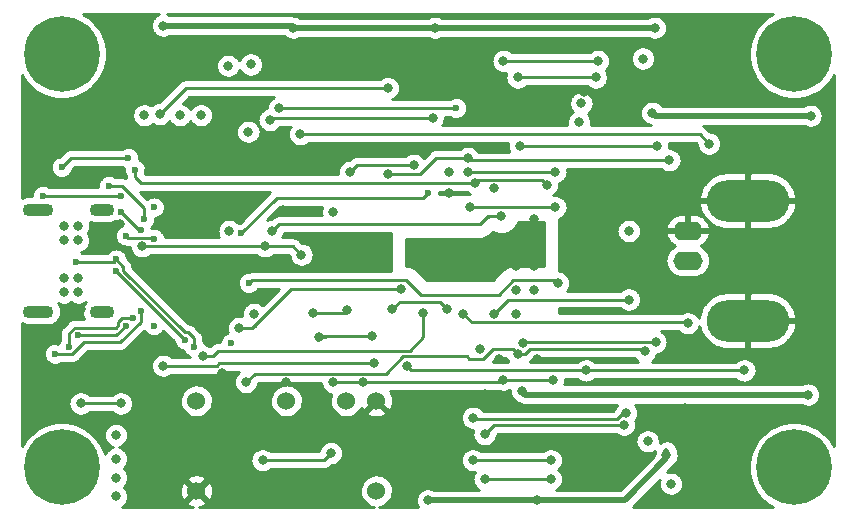
<source format=gbr>
%TF.GenerationSoftware,KiCad,Pcbnew,(5.99.0-7424-ge38b34a4eb)*%
%TF.CreationDate,2020-12-20T18:04:03+03:00*%
%TF.ProjectId,uSMU_v05,75534d55-5f76-4303-952e-6b696361645f,rev?*%
%TF.SameCoordinates,Original*%
%TF.FileFunction,Copper,L4,Bot*%
%TF.FilePolarity,Positive*%
%FSLAX46Y46*%
G04 Gerber Fmt 4.6, Leading zero omitted, Abs format (unit mm)*
G04 Created by KiCad (PCBNEW (5.99.0-7424-ge38b34a4eb)) date 2020-12-20 18:04:03*
%MOMM*%
%LPD*%
G01*
G04 APERTURE LIST*
%TA.AperFunction,ComponentPad*%
%ADD10C,1.524000*%
%TD*%
%TA.AperFunction,ComponentPad*%
%ADD11O,2.500000X1.600000*%
%TD*%
%TA.AperFunction,ComponentPad*%
%ADD12O,7.000000X3.500000*%
%TD*%
%TA.AperFunction,ComponentPad*%
%ADD13C,0.800000*%
%TD*%
%TA.AperFunction,ComponentPad*%
%ADD14C,6.400000*%
%TD*%
%TA.AperFunction,ComponentPad*%
%ADD15O,2.100000X1.100000*%
%TD*%
%TA.AperFunction,ComponentPad*%
%ADD16O,2.600000X1.100000*%
%TD*%
%TA.AperFunction,ViaPad*%
%ADD17C,0.800000*%
%TD*%
%TA.AperFunction,ViaPad*%
%ADD18C,0.600000*%
%TD*%
%TA.AperFunction,Conductor*%
%ADD19C,0.500000*%
%TD*%
%TA.AperFunction,Conductor*%
%ADD20C,0.250000*%
%TD*%
%TA.AperFunction,Conductor*%
%ADD21C,0.254000*%
%TD*%
G04 APERTURE END LIST*
D10*
%TO.P,U3,1,GND*%
%TO.N,GND*%
X115400000Y-141000000D03*
%TO.P,U3,7*%
%TO.N,N/C*%
X130640000Y-141000000D03*
%TO.P,U3,8,0V*%
%TO.N,GND*%
X130640000Y-133380000D03*
%TO.P,U3,9,+VO*%
%TO.N,+7V*%
X128100000Y-133380000D03*
%TO.P,U3,11,-VO*%
%TO.N,-7V*%
X123020000Y-133380000D03*
%TO.P,U3,14,VIN*%
%TO.N,Net-(L1-Pad2)*%
X115400000Y-133380000D03*
%TD*%
D11*
%TO.P,J1,1,In*%
%TO.N,Net-(J1-Pad1)*%
X157000000Y-121500000D03*
D12*
%TO.P,J1,2,Ext*%
%TO.N,GND*%
X162080000Y-116420000D03*
D11*
X157000000Y-118960000D03*
D12*
X162080000Y-126580000D03*
%TD*%
D13*
%TO.P,H1,1*%
%TO.N,N/C*%
X166000000Y-136600000D03*
X167697056Y-140697056D03*
X168400000Y-139000000D03*
X164302944Y-140697056D03*
D14*
X166000000Y-139000000D03*
D13*
X164302944Y-137302944D03*
X163600000Y-139000000D03*
X166000000Y-141400000D03*
X167697056Y-137302944D03*
%TD*%
%TO.P,H4,1*%
%TO.N,N/C*%
X104000000Y-106400000D03*
X101600000Y-104000000D03*
X105697056Y-105697056D03*
X106400000Y-104000000D03*
X102302944Y-105697056D03*
X104000000Y-101600000D03*
X105697056Y-102302944D03*
D14*
X104000000Y-104000000D03*
D13*
X102302944Y-102302944D03*
%TD*%
D15*
%TO.P,J2,S1,SHIELD*%
%TO.N,Net-(J2-PadS1)*%
X107390000Y-125820000D03*
D16*
X102030000Y-125820000D03*
X102030000Y-117180000D03*
D15*
X107390000Y-117180000D03*
%TD*%
D13*
%TO.P,H3,1*%
%TO.N,N/C*%
X164302944Y-105697056D03*
X164302944Y-102302944D03*
X168400000Y-104000000D03*
X167697056Y-102302944D03*
X166000000Y-106400000D03*
D14*
X166000000Y-104000000D03*
D13*
X166000000Y-101600000D03*
X163600000Y-104000000D03*
X167697056Y-105697056D03*
%TD*%
%TO.P,H2,1*%
%TO.N,N/C*%
X106400000Y-139000000D03*
X104000000Y-141400000D03*
X105697056Y-140697056D03*
X102302944Y-140697056D03*
X104000000Y-136600000D03*
X105697056Y-137302944D03*
X101600000Y-139000000D03*
X102302944Y-137302944D03*
D14*
X104000000Y-139000000D03*
%TD*%
D17*
%TO.N,+7V*%
X139400000Y-129000000D03*
X155600000Y-140400000D03*
X127000000Y-117400000D03*
X152000000Y-119000000D03*
X153600000Y-136800000D03*
X136800000Y-114000000D03*
%TO.N,-7V*%
X144000000Y-120000000D03*
X144000000Y-122000000D03*
X142500000Y-120000000D03*
X135000000Y-141800000D03*
X134675010Y-121800000D03*
X142500000Y-124000000D03*
X155200000Y-138000000D03*
X144200000Y-141800000D03*
X144000000Y-118000000D03*
X142500000Y-122000000D03*
X142500000Y-126000000D03*
X144000000Y-124000000D03*
%TO.N,Net-(AmpOut1-Pad1)*%
X136600000Y-125600000D03*
X132000000Y-125600000D03*
X161800000Y-130800000D03*
X148400000Y-130800000D03*
X133200000Y-130400000D03*
%TO.N,VBUS*%
X105400000Y-123000000D03*
X130265000Y-127900000D03*
X148000000Y-108200000D03*
X153200000Y-104400000D03*
X104200000Y-123000000D03*
X120000000Y-104900000D03*
X108587500Y-139875000D03*
X104200000Y-119800000D03*
X125800000Y-128000000D03*
X104200000Y-124200000D03*
X105400000Y-118600000D03*
X105400000Y-124200000D03*
X112600000Y-130400000D03*
X108587500Y-138275000D03*
X108587500Y-136275000D03*
X104200000Y-118600000D03*
X105400000Y-119800000D03*
X108587500Y-141475000D03*
X130400000Y-130200000D03*
X118100000Y-105000000D03*
X147800000Y-109800000D03*
%TO.N,Net-(C16-Pad1)*%
X128175000Y-125725000D03*
X125300000Y-125900000D03*
%TO.N,Net-(R7-Pad2)*%
X140600000Y-126000000D03*
X152000000Y-124800000D03*
%TO.N,Net-(R33-Pad1)*%
X122400000Y-108600000D03*
D18*
X137387979Y-108591735D03*
D17*
%TO.N,Net-(R1-Pad2)*%
X133800000Y-113400000D03*
X128400000Y-114000000D03*
%TO.N,Net-(J1-Pad1)*%
X124200000Y-110800000D03*
X157000000Y-126800000D03*
X138000000Y-126000000D03*
X158800000Y-111600000D03*
%TO.N,Net-(D2-Pad1)*%
X145800000Y-117000000D03*
X138525000Y-117000000D03*
%TO.N,Net-(D1-Pad1)*%
X138400000Y-114000000D03*
X145800000Y-114000000D03*
%TO.N,GND*%
X119300000Y-116100000D03*
X148200000Y-107200000D03*
X156800000Y-134000000D03*
X113800000Y-124800000D03*
X151800000Y-121400000D03*
X123000000Y-131800000D03*
X108900000Y-118400000D03*
X101800000Y-129000000D03*
X121199999Y-124600000D03*
X127000000Y-113600000D03*
X107200000Y-131000000D03*
X141000000Y-129800000D03*
D18*
X111200000Y-114000000D03*
D17*
X127600000Y-120600000D03*
X105600000Y-125600000D03*
X139800000Y-132800000D03*
X132800000Y-136800000D03*
X109800000Y-102800000D03*
X106600000Y-115000000D03*
X140600000Y-115400000D03*
X116800000Y-124800000D03*
X117600000Y-131000000D03*
X116800000Y-122000000D03*
X114000000Y-104700000D03*
X144200000Y-129800000D03*
D18*
X141400000Y-112200000D03*
D17*
X139800000Y-106200000D03*
X122725000Y-117200000D03*
X113800000Y-122000000D03*
X136800000Y-115800000D03*
%TO.N,/SDA*%
X143047214Y-128505571D03*
X146000000Y-123400000D03*
D18*
X119849999Y-123400000D03*
D17*
X154275000Y-128400000D03*
%TO.N,/SCL*%
X119600000Y-131800000D03*
X153400000Y-129200000D03*
X142600000Y-129400000D03*
X120275000Y-126000000D03*
%TO.N,/I_LIM*%
X121800000Y-119000000D03*
X141200000Y-117725000D03*
%TO.N,/DAC_SDA*%
X145400000Y-140000000D03*
X139800000Y-136200000D03*
X151600000Y-135400000D03*
X139800000Y-140000000D03*
%TO.N,/DAC_SCL*%
X151800000Y-134400000D03*
X138800000Y-134800000D03*
X145400000Y-138400000D03*
X138800000Y-138400000D03*
D18*
%TO.N,/AMP_EN*%
X110200000Y-113800000D03*
D17*
X138961500Y-114925001D03*
X145100000Y-115100000D03*
%TO.N,/ADC_SDA*%
X141400000Y-104600000D03*
X149400000Y-104600000D03*
%TO.N,/ADC_SCL*%
X149200000Y-106000000D03*
X142600000Y-106000000D03*
%TO.N,/2.048V_REF*%
X131600000Y-114200000D03*
X138400000Y-112800000D03*
X155450010Y-113000000D03*
%TO.N,/+4V096*%
X126800000Y-137800000D03*
X121600000Y-109600000D03*
X141400000Y-131600000D03*
X121000000Y-138400000D03*
X135400000Y-109400000D03*
X145600000Y-131600000D03*
X129500000Y-131800000D03*
X127000000Y-131800000D03*
%TO.N,Net-(Isense1-Pad1)*%
X142800000Y-111800000D03*
X154400000Y-111800000D03*
%TO.N,+3V3*%
X154000000Y-109000000D03*
X118200000Y-119000000D03*
D18*
X111800000Y-117000000D03*
D17*
X111000000Y-109200000D03*
X154200000Y-101800000D03*
X109000000Y-133600000D03*
X105600000Y-133600000D03*
X114000000Y-109200000D03*
X112600000Y-101600000D03*
D18*
X118350000Y-128450000D03*
D17*
X119800000Y-110600000D03*
X123600000Y-101800000D03*
X142950000Y-132550000D03*
X167200000Y-132850000D03*
X135600000Y-101800000D03*
D18*
X111800000Y-127000000D03*
D17*
X167400000Y-109250000D03*
X115800000Y-109200000D03*
D18*
%TO.N,/USB_D+*%
X108600000Y-121400000D03*
X105200000Y-121600000D03*
X115200000Y-128800000D03*
%TO.N,/USB_D-*%
X114400000Y-128200000D03*
X108600000Y-122400000D03*
D17*
%TO.N,/SWDIO*%
X134600000Y-125900000D03*
X116000000Y-129600000D03*
%TO.N,/SWCLK*%
X132700000Y-123900000D03*
X119000000Y-127200000D03*
%TO.N,/NRST*%
X112300000Y-109100000D03*
X131600000Y-106900000D03*
D18*
%TO.N,/ADC_ALERT*%
X119200000Y-119200000D03*
X135000000Y-115800000D03*
%TO.N,/TIM2_CH1*%
X111000000Y-118000000D03*
X108000000Y-115200000D03*
%TO.N,/TIM2_CH2*%
X109000000Y-116000000D03*
X102400000Y-116000000D03*
X110700010Y-118949999D03*
X109000000Y-117400000D03*
%TO.N,/TIM2_CH3*%
X111800000Y-119675000D03*
X109450010Y-119400000D03*
X109625001Y-112825001D03*
X104000000Y-113600000D03*
%TO.N,/TIM3_CH1*%
X105400000Y-127800000D03*
X109425000Y-127000000D03*
D17*
%TO.N,/I_DAC*%
X110800011Y-120300000D03*
X124300000Y-121000000D03*
X121200000Y-120300000D03*
D18*
%TO.N,/TIM3_CH2*%
X110050000Y-126400000D03*
X104600000Y-128800000D03*
%TO.N,/TIM3_CH3*%
X103400000Y-129400000D03*
X110675000Y-125800000D03*
%TD*%
D19*
%TO.N,-7V*%
X155200000Y-138000000D02*
X155200000Y-137600000D01*
X135000000Y-141800000D02*
X137850000Y-141800000D01*
X137850000Y-141800000D02*
X144200000Y-141800000D01*
X151660002Y-141800000D02*
X155200000Y-138260002D01*
X144200000Y-141800000D02*
X151660002Y-141800000D01*
D20*
%TO.N,Net-(AmpOut1-Pad1)*%
X133600000Y-130800000D02*
X148400000Y-130800000D01*
X132600000Y-125000000D02*
X132000000Y-125600000D01*
X161800000Y-130800000D02*
X148400000Y-130800000D01*
X136000000Y-125000000D02*
X132600000Y-125000000D01*
X133200000Y-130400000D02*
X133600000Y-130800000D01*
X136600000Y-125600000D02*
X136000000Y-125000000D01*
%TO.N,VBUS*%
X117126998Y-130400000D02*
X117326998Y-130200000D01*
X112600000Y-130400000D02*
X117126998Y-130400000D01*
X125800000Y-128000000D02*
X125600001Y-128199999D01*
X130265000Y-127900000D02*
X125900000Y-127900000D01*
X125800000Y-128000000D02*
X126400000Y-128000000D01*
X117326998Y-130200000D02*
X130400000Y-130200000D01*
X125900000Y-127900000D02*
X125800000Y-128000000D01*
%TO.N,Net-(C16-Pad1)*%
X125300000Y-125900000D02*
X128000000Y-125900000D01*
X128000000Y-125900000D02*
X128175000Y-125725000D01*
%TO.N,Net-(R7-Pad2)*%
X141800000Y-124800000D02*
X140600000Y-126000000D01*
X152000000Y-124800000D02*
X141800000Y-124800000D01*
%TO.N,Net-(R33-Pad1)*%
X122400000Y-108600000D02*
X136600000Y-108600000D01*
X136608265Y-108591735D02*
X136600000Y-108600000D01*
X137387979Y-108591735D02*
X136608265Y-108591735D01*
%TO.N,Net-(R1-Pad2)*%
X133200000Y-113400000D02*
X129000000Y-113400000D01*
X129000000Y-113400000D02*
X128400000Y-114000000D01*
X133800000Y-113400000D02*
X133200000Y-113400000D01*
%TO.N,Net-(J1-Pad1)*%
X156925001Y-126725001D02*
X157000000Y-126800000D01*
X138725001Y-126725001D02*
X156925001Y-126725001D01*
X158000000Y-110800000D02*
X158800000Y-111600000D01*
X138000000Y-126000000D02*
X138725001Y-126725001D01*
X124200000Y-110800000D02*
X158000000Y-110800000D01*
%TO.N,Net-(D2-Pad1)*%
X138525000Y-117000000D02*
X145800000Y-117000000D01*
%TO.N,Net-(D1-Pad1)*%
X145800000Y-114000000D02*
X138400000Y-114000000D01*
%TO.N,/SDA*%
X119849999Y-123400000D02*
X120075000Y-123174999D01*
X133174999Y-123174999D02*
X134400000Y-124400000D01*
X145774999Y-123174999D02*
X146000000Y-123400000D01*
X134400000Y-124400000D02*
X141000000Y-124400000D01*
X120075000Y-123174999D02*
X133174999Y-123174999D01*
X154275000Y-128400000D02*
X143152785Y-128400000D01*
X143152785Y-128400000D02*
X143047214Y-128505571D01*
X141000000Y-124400000D02*
X142225001Y-123174999D01*
X142225001Y-123174999D02*
X145774999Y-123174999D01*
%TO.N,/SCL*%
X131451999Y-131074999D02*
X120674999Y-131074999D01*
X132926998Y-129600000D02*
X131451999Y-131074999D01*
X139673002Y-129800000D02*
X138474999Y-129800000D01*
X138274999Y-129600000D02*
X132926998Y-129600000D01*
X153200000Y-129000000D02*
X143625787Y-129000000D01*
X143225787Y-129400000D02*
X142600000Y-129400000D01*
X142600000Y-129400000D02*
X142200001Y-129000001D01*
X142200001Y-129000001D02*
X140473001Y-129000001D01*
X143625787Y-129000000D02*
X143225787Y-129400000D01*
X153400000Y-129200000D02*
X153200000Y-129000000D01*
X120325001Y-131074999D02*
X120674999Y-131074999D01*
X138474999Y-129800000D02*
X138274999Y-129600000D01*
X140473001Y-129000001D02*
X139673002Y-129800000D01*
X119600000Y-131800000D02*
X120325001Y-131074999D01*
%TO.N,/I_LIM*%
X121800000Y-119000000D02*
X122400000Y-118400000D01*
X139400000Y-118400000D02*
X140000000Y-117800000D01*
X140125000Y-117800000D02*
X140200000Y-117725000D01*
X140000000Y-117800000D02*
X140125000Y-117800000D01*
X140075000Y-117725000D02*
X140000000Y-117800000D01*
X141200000Y-117725000D02*
X140075000Y-117725000D01*
X122400000Y-118400000D02*
X139400000Y-118400000D01*
%TO.N,/DAC_SDA*%
X139800000Y-140000000D02*
X145400000Y-140000000D01*
X151600000Y-135400000D02*
X140600000Y-135400000D01*
X140600000Y-135400000D02*
X139800000Y-136200000D01*
%TO.N,/DAC_SCL*%
X151526998Y-134400000D02*
X150977008Y-134949990D01*
X151800000Y-134400000D02*
X151526998Y-134400000D01*
X150977008Y-134949990D02*
X138949990Y-134949990D01*
X138949990Y-134949990D02*
X138800000Y-134800000D01*
X138800000Y-138400000D02*
X145400000Y-138400000D01*
%TO.N,/AMP_EN*%
X139211502Y-114674999D02*
X138961500Y-114925001D01*
X144674999Y-114674999D02*
X139211502Y-114674999D01*
X138961500Y-114925001D02*
X110725001Y-114925001D01*
X110200000Y-113800000D02*
X110200000Y-114400000D01*
X110200000Y-114400000D02*
X110725001Y-114925001D01*
X145100000Y-115100000D02*
X144674999Y-114674999D01*
%TO.N,/ADC_SDA*%
X141400000Y-104600000D02*
X149400000Y-104600000D01*
%TO.N,/ADC_SCL*%
X142600000Y-106000000D02*
X149200000Y-106000000D01*
%TO.N,/2.048V_REF*%
X155424990Y-113025020D02*
X138625020Y-113025020D01*
X131600000Y-114200000D02*
X134300000Y-114200000D01*
X138625020Y-113025020D02*
X138400000Y-112800000D01*
X135700000Y-112800000D02*
X138400000Y-112800000D01*
X134300000Y-114200000D02*
X135700000Y-112800000D01*
%TO.N,/+4V096*%
X145600000Y-131600000D02*
X141400000Y-131600000D01*
X126200000Y-138400000D02*
X126800000Y-137800000D01*
X129500000Y-131800000D02*
X141200000Y-131800000D01*
X141200000Y-131800000D02*
X141400000Y-131600000D01*
X121000000Y-138400000D02*
X126200000Y-138400000D01*
X121800000Y-109400000D02*
X121600000Y-109600000D01*
X135400000Y-109400000D02*
X121800000Y-109400000D01*
X127000000Y-131800000D02*
X129500000Y-131800000D01*
%TO.N,Net-(Isense1-Pad1)*%
X154400000Y-111800000D02*
X142800000Y-111800000D01*
D19*
%TO.N,+3V3*%
X112600000Y-101600000D02*
X123400000Y-101600000D01*
D20*
X105600000Y-133600000D02*
X109000000Y-133600000D01*
D19*
X143250000Y-132850000D02*
X142950000Y-132550000D01*
X159400000Y-109250000D02*
X154250000Y-109250000D01*
X123400000Y-101600000D02*
X123600000Y-101800000D01*
X123600000Y-101800000D02*
X135600000Y-101800000D01*
X159400000Y-109250000D02*
X167400000Y-109250000D01*
X154250000Y-109250000D02*
X154000000Y-109000000D01*
X135600000Y-101800000D02*
X154200000Y-101800000D01*
X167200000Y-132850000D02*
X143250000Y-132850000D01*
D20*
%TO.N,/USB_D+*%
X105200000Y-121600000D02*
X108400000Y-121600000D01*
X109225001Y-122025001D02*
X109225001Y-122388591D01*
X108600000Y-121400000D02*
X109225001Y-122025001D01*
X115200000Y-128074998D02*
X115200000Y-128800000D01*
X114411409Y-127574999D02*
X114700001Y-127574999D01*
X108400000Y-121600000D02*
X108600000Y-121400000D01*
X114700001Y-127574999D02*
X115200000Y-128074998D01*
X109225001Y-122388591D02*
X114411409Y-127574999D01*
%TO.N,/USB_D-*%
X108600000Y-122400000D02*
X114400000Y-128200000D01*
%TO.N,/SWDIO*%
X116000000Y-129600000D02*
X116800000Y-129600000D01*
X116700000Y-129600000D02*
X116800000Y-129600000D01*
X133450010Y-129149990D02*
X134600000Y-128000000D01*
X117250010Y-129149990D02*
X133450010Y-129149990D01*
X134600000Y-128000000D02*
X134600000Y-125900000D01*
X116800000Y-129600000D02*
X117250010Y-129149990D01*
%TO.N,/SWCLK*%
X123448002Y-123900000D02*
X120574001Y-126774001D01*
X119000000Y-127200000D02*
X120148002Y-127200000D01*
X120148002Y-127200000D02*
X120574001Y-126774001D01*
X132700000Y-123900000D02*
X123448002Y-123900000D01*
X120574001Y-126774001D02*
X120348002Y-127000000D01*
%TO.N,/NRST*%
X114500000Y-106900000D02*
X112300000Y-109100000D01*
X131600000Y-106900000D02*
X114500000Y-106900000D01*
%TO.N,/ADC_ALERT*%
X134600000Y-116200000D02*
X135000000Y-115800000D01*
X119200000Y-119200000D02*
X122200000Y-116200000D01*
X122200000Y-116200000D02*
X134600000Y-116200000D01*
%TO.N,/TIM2_CH1*%
X109125002Y-115200000D02*
X108000000Y-115200000D01*
X111000000Y-118000000D02*
X111000000Y-117074998D01*
X111000000Y-117074998D02*
X109125002Y-115200000D01*
%TO.N,/TIM2_CH2*%
X109000000Y-116000000D02*
X102400000Y-116000000D01*
X110549999Y-118949999D02*
X109000000Y-117400000D01*
X110700010Y-118949999D02*
X110549999Y-118949999D01*
%TO.N,/TIM2_CH3*%
X109625001Y-112825001D02*
X104774999Y-112825001D01*
X109625009Y-119574999D02*
X109450010Y-119400000D01*
X111699999Y-119574999D02*
X109625009Y-119574999D01*
X104774999Y-112825001D02*
X104000000Y-113600000D01*
X111800000Y-119675000D02*
X111699999Y-119574999D01*
%TO.N,/TIM3_CH1*%
X109425000Y-127000000D02*
X108625000Y-127800000D01*
X108625000Y-127800000D02*
X105400000Y-127800000D01*
%TO.N,/I_DAC*%
X123600000Y-120300000D02*
X124300000Y-121000000D01*
X110800011Y-120300000D02*
X121200000Y-120300000D01*
X121200000Y-120300000D02*
X123600000Y-120300000D01*
%TO.N,/TIM3_CH2*%
X108799999Y-126699999D02*
X108799999Y-126988591D01*
X108613591Y-127174999D02*
X105099999Y-127174999D01*
X108799999Y-126988591D02*
X108613591Y-127174999D01*
X105099999Y-127174999D02*
X104600000Y-127674998D01*
X110050000Y-126400000D02*
X110024999Y-126374999D01*
X109124999Y-126374999D02*
X108799999Y-126699999D01*
X110024999Y-126374999D02*
X109124999Y-126374999D01*
X104600000Y-127674998D02*
X104600000Y-128800000D01*
%TO.N,/TIM3_CH3*%
X108975002Y-128400000D02*
X105925002Y-128400000D01*
X110675001Y-126700001D02*
X108975002Y-128400000D01*
X103425001Y-129425001D02*
X103400000Y-129400000D01*
X104900001Y-129425001D02*
X103425001Y-129425001D01*
X105925002Y-128400000D02*
X104900001Y-129425001D01*
X110675000Y-125800000D02*
X110675001Y-126700001D01*
%TD*%
%TO.N,-7V*%
D21*
X144874000Y-121923499D02*
X142329982Y-121923499D01*
X142328918Y-121923318D01*
X142305047Y-121921565D01*
X142216421Y-121923499D01*
X142172596Y-121923499D01*
X142160627Y-121924069D01*
X142151827Y-121924909D01*
X142090355Y-121926250D01*
X142066583Y-121929043D01*
X142033236Y-121936223D01*
X141999263Y-121939464D01*
X141975759Y-121943991D01*
X141916764Y-121961299D01*
X141856653Y-121974240D01*
X141833840Y-121981477D01*
X141802445Y-121994836D01*
X141769700Y-122004442D01*
X141747478Y-122013330D01*
X141692818Y-122041482D01*
X141636239Y-122065556D01*
X141615204Y-122076977D01*
X141586901Y-122096032D01*
X141556568Y-122111654D01*
X141536425Y-122124586D01*
X141488078Y-122162564D01*
X141437071Y-122196903D01*
X141422803Y-122208080D01*
X141416812Y-122213512D01*
X141412351Y-122217761D01*
X141392366Y-122237746D01*
X141367553Y-122257237D01*
X141350221Y-122273742D01*
X141309876Y-122320235D01*
X140481612Y-123148500D01*
X134918388Y-123148500D01*
X134134179Y-122364292D01*
X134133552Y-122363408D01*
X134117913Y-122345289D01*
X134053804Y-122283918D01*
X134022886Y-122253000D01*
X134014022Y-122244941D01*
X134007223Y-122239327D01*
X133962790Y-122196791D01*
X133944006Y-122181957D01*
X133915331Y-122163442D01*
X133889032Y-122141724D01*
X133869214Y-122128305D01*
X133815260Y-122098827D01*
X133763602Y-122065472D01*
X133742353Y-122054458D01*
X133710705Y-122041704D01*
X133680762Y-122025344D01*
X133658763Y-122015915D01*
X133600208Y-121997172D01*
X133543177Y-121974187D01*
X133520227Y-121967389D01*
X133486732Y-121960848D01*
X133454243Y-121950448D01*
X133430856Y-121945348D01*
X133369816Y-121938016D01*
X133309466Y-121926230D01*
X133291471Y-121924044D01*
X133283394Y-121923649D01*
X133277239Y-121923499D01*
X133248972Y-121923499D01*
X133217647Y-121919736D01*
X133193720Y-121919152D01*
X133132322Y-121923499D01*
X133126000Y-121923499D01*
X133126000Y-119651500D01*
X139295019Y-119651500D01*
X139296083Y-119651681D01*
X139319954Y-119653434D01*
X139408580Y-119651500D01*
X139452405Y-119651500D01*
X139464373Y-119650930D01*
X139473173Y-119650090D01*
X139534645Y-119648749D01*
X139558414Y-119645957D01*
X139591773Y-119638775D01*
X139625741Y-119635534D01*
X139649241Y-119631009D01*
X139708256Y-119613696D01*
X139768349Y-119600758D01*
X139791160Y-119593522D01*
X139822553Y-119580164D01*
X139855301Y-119570557D01*
X139877522Y-119561670D01*
X139932200Y-119533510D01*
X139988762Y-119509442D01*
X140009794Y-119498023D01*
X140038093Y-119478971D01*
X140068435Y-119463344D01*
X140088575Y-119450414D01*
X140136934Y-119412428D01*
X140187930Y-119378095D01*
X140202197Y-119366919D01*
X140208188Y-119361487D01*
X140212649Y-119357238D01*
X140232631Y-119337256D01*
X140257448Y-119317762D01*
X140274780Y-119301257D01*
X140315131Y-119254757D01*
X140488956Y-119080931D01*
X140502489Y-119087976D01*
X140721822Y-119179500D01*
X140742109Y-119186013D01*
X140973727Y-119239273D01*
X140994820Y-119242275D01*
X141232101Y-119255749D01*
X141253398Y-119255154D01*
X141489556Y-119228456D01*
X141510449Y-119224282D01*
X141738733Y-119158175D01*
X141758624Y-119150539D01*
X141972506Y-119046914D01*
X141990826Y-119036037D01*
X142184191Y-118897857D01*
X142200416Y-118884048D01*
X142367734Y-118715263D01*
X142381401Y-118698918D01*
X142517888Y-118504356D01*
X142528605Y-118485941D01*
X142630360Y-118271162D01*
X142637712Y-118251500D01*
X144874000Y-118251500D01*
X144874000Y-121923499D01*
%TA.AperFunction,Conductor*%
G36*
X144874000Y-121923499D02*
G01*
X142329982Y-121923499D01*
X142328918Y-121923318D01*
X142305047Y-121921565D01*
X142216421Y-121923499D01*
X142172596Y-121923499D01*
X142160627Y-121924069D01*
X142151827Y-121924909D01*
X142090355Y-121926250D01*
X142066583Y-121929043D01*
X142033236Y-121936223D01*
X141999263Y-121939464D01*
X141975759Y-121943991D01*
X141916764Y-121961299D01*
X141856653Y-121974240D01*
X141833840Y-121981477D01*
X141802445Y-121994836D01*
X141769700Y-122004442D01*
X141747478Y-122013330D01*
X141692818Y-122041482D01*
X141636239Y-122065556D01*
X141615204Y-122076977D01*
X141586901Y-122096032D01*
X141556568Y-122111654D01*
X141536425Y-122124586D01*
X141488078Y-122162564D01*
X141437071Y-122196903D01*
X141422803Y-122208080D01*
X141416812Y-122213512D01*
X141412351Y-122217761D01*
X141392366Y-122237746D01*
X141367553Y-122257237D01*
X141350221Y-122273742D01*
X141309876Y-122320235D01*
X140481612Y-123148500D01*
X134918388Y-123148500D01*
X134134179Y-122364292D01*
X134133552Y-122363408D01*
X134117913Y-122345289D01*
X134053804Y-122283918D01*
X134022886Y-122253000D01*
X134014022Y-122244941D01*
X134007223Y-122239327D01*
X133962790Y-122196791D01*
X133944006Y-122181957D01*
X133915331Y-122163442D01*
X133889032Y-122141724D01*
X133869214Y-122128305D01*
X133815260Y-122098827D01*
X133763602Y-122065472D01*
X133742353Y-122054458D01*
X133710705Y-122041704D01*
X133680762Y-122025344D01*
X133658763Y-122015915D01*
X133600208Y-121997172D01*
X133543177Y-121974187D01*
X133520227Y-121967389D01*
X133486732Y-121960848D01*
X133454243Y-121950448D01*
X133430856Y-121945348D01*
X133369816Y-121938016D01*
X133309466Y-121926230D01*
X133291471Y-121924044D01*
X133283394Y-121923649D01*
X133277239Y-121923499D01*
X133248972Y-121923499D01*
X133217647Y-121919736D01*
X133193720Y-121919152D01*
X133132322Y-121923499D01*
X133126000Y-121923499D01*
X133126000Y-119651500D01*
X139295019Y-119651500D01*
X139296083Y-119651681D01*
X139319954Y-119653434D01*
X139408580Y-119651500D01*
X139452405Y-119651500D01*
X139464373Y-119650930D01*
X139473173Y-119650090D01*
X139534645Y-119648749D01*
X139558414Y-119645957D01*
X139591773Y-119638775D01*
X139625741Y-119635534D01*
X139649241Y-119631009D01*
X139708256Y-119613696D01*
X139768349Y-119600758D01*
X139791160Y-119593522D01*
X139822553Y-119580164D01*
X139855301Y-119570557D01*
X139877522Y-119561670D01*
X139932200Y-119533510D01*
X139988762Y-119509442D01*
X140009794Y-119498023D01*
X140038093Y-119478971D01*
X140068435Y-119463344D01*
X140088575Y-119450414D01*
X140136934Y-119412428D01*
X140187930Y-119378095D01*
X140202197Y-119366919D01*
X140208188Y-119361487D01*
X140212649Y-119357238D01*
X140232631Y-119337256D01*
X140257448Y-119317762D01*
X140274780Y-119301257D01*
X140315131Y-119254757D01*
X140488956Y-119080931D01*
X140502489Y-119087976D01*
X140721822Y-119179500D01*
X140742109Y-119186013D01*
X140973727Y-119239273D01*
X140994820Y-119242275D01*
X141232101Y-119255749D01*
X141253398Y-119255154D01*
X141489556Y-119228456D01*
X141510449Y-119224282D01*
X141738733Y-119158175D01*
X141758624Y-119150539D01*
X141972506Y-119046914D01*
X141990826Y-119036037D01*
X142184191Y-118897857D01*
X142200416Y-118884048D01*
X142367734Y-118715263D01*
X142381401Y-118698918D01*
X142517888Y-118504356D01*
X142528605Y-118485941D01*
X142630360Y-118271162D01*
X142637712Y-118251500D01*
X144874000Y-118251500D01*
X144874000Y-121923499D01*
G37*
%TD.AperFunction*%
%TD*%
%TO.N,GND*%
X112096001Y-100700707D02*
X112073189Y-100713878D01*
X111920041Y-100825146D01*
X111900466Y-100842772D01*
X111773799Y-100983450D01*
X111758316Y-101004760D01*
X111663666Y-101168700D01*
X111652952Y-101192763D01*
X111594454Y-101372799D01*
X111588977Y-101398566D01*
X111569190Y-101586830D01*
X111569190Y-101613170D01*
X111588977Y-101801434D01*
X111594454Y-101827201D01*
X111652952Y-102007237D01*
X111663666Y-102031300D01*
X111758316Y-102195240D01*
X111773799Y-102216550D01*
X111900466Y-102357228D01*
X111920041Y-102374854D01*
X112073189Y-102486122D01*
X112096001Y-102499293D01*
X112268936Y-102576289D01*
X112293988Y-102584429D01*
X112479152Y-102623787D01*
X112505349Y-102626540D01*
X112694651Y-102626540D01*
X112720848Y-102623787D01*
X112906012Y-102584429D01*
X112931064Y-102576289D01*
X113103999Y-102499293D01*
X113126811Y-102486122D01*
X113140055Y-102476500D01*
X122827777Y-102476500D01*
X122900466Y-102557229D01*
X122920041Y-102574854D01*
X123073189Y-102686122D01*
X123096001Y-102699293D01*
X123268936Y-102776289D01*
X123293988Y-102784429D01*
X123479152Y-102823787D01*
X123505349Y-102826540D01*
X123694651Y-102826540D01*
X123720848Y-102823787D01*
X123906012Y-102784429D01*
X123931064Y-102776289D01*
X124103999Y-102699293D01*
X124126811Y-102686122D01*
X124140055Y-102676500D01*
X135059945Y-102676500D01*
X135073189Y-102686122D01*
X135096001Y-102699293D01*
X135268936Y-102776289D01*
X135293988Y-102784429D01*
X135479152Y-102823787D01*
X135505349Y-102826540D01*
X135694651Y-102826540D01*
X135720848Y-102823787D01*
X135906012Y-102784429D01*
X135931064Y-102776289D01*
X136103999Y-102699293D01*
X136126811Y-102686122D01*
X136140055Y-102676500D01*
X153659945Y-102676500D01*
X153673189Y-102686122D01*
X153696001Y-102699293D01*
X153868936Y-102776289D01*
X153893988Y-102784429D01*
X154079152Y-102823787D01*
X154105349Y-102826540D01*
X154294651Y-102826540D01*
X154320848Y-102823787D01*
X154506012Y-102784429D01*
X154531064Y-102776289D01*
X154703999Y-102699293D01*
X154726811Y-102686122D01*
X154879959Y-102574854D01*
X154899534Y-102557228D01*
X155026201Y-102416550D01*
X155041684Y-102395240D01*
X155136334Y-102231300D01*
X155147048Y-102207237D01*
X155205546Y-102027201D01*
X155211023Y-102001434D01*
X155230810Y-101813170D01*
X155230810Y-101786830D01*
X155211023Y-101598566D01*
X155205546Y-101572799D01*
X155147048Y-101392763D01*
X155136334Y-101368700D01*
X155041684Y-101204760D01*
X155026201Y-101183450D01*
X154899534Y-101042772D01*
X154879959Y-101025146D01*
X154726811Y-100913878D01*
X154703999Y-100900707D01*
X154531064Y-100823711D01*
X154506012Y-100815571D01*
X154320848Y-100776213D01*
X154294651Y-100773460D01*
X154105349Y-100773460D01*
X154079152Y-100776213D01*
X153893988Y-100815571D01*
X153868936Y-100823711D01*
X153696001Y-100900707D01*
X153673189Y-100913878D01*
X153659945Y-100923500D01*
X136140055Y-100923500D01*
X136126811Y-100913878D01*
X136103999Y-100900707D01*
X135931064Y-100823711D01*
X135906012Y-100815571D01*
X135720848Y-100776213D01*
X135694651Y-100773460D01*
X135505349Y-100773460D01*
X135479152Y-100776213D01*
X135293988Y-100815571D01*
X135268936Y-100823711D01*
X135096001Y-100900707D01*
X135073189Y-100913878D01*
X135059945Y-100923500D01*
X124140055Y-100923500D01*
X124126811Y-100913878D01*
X124103999Y-100900707D01*
X123931064Y-100823711D01*
X123906012Y-100815571D01*
X123720848Y-100776213D01*
X123707623Y-100774823D01*
X123693290Y-100769493D01*
X123692532Y-100769308D01*
X123691827Y-100768978D01*
X123664131Y-100759764D01*
X123593463Y-100745065D01*
X123523329Y-100727904D01*
X123501182Y-100724535D01*
X123488557Y-100723752D01*
X123463752Y-100721538D01*
X123391228Y-100723500D01*
X113140055Y-100723500D01*
X113126811Y-100713878D01*
X113103999Y-100700707D01*
X112936205Y-100626000D01*
X164193429Y-100626000D01*
X164090047Y-100678676D01*
X164078625Y-100685271D01*
X163753337Y-100896516D01*
X163742668Y-100904268D01*
X163441243Y-101148357D01*
X163431442Y-101157182D01*
X163157182Y-101431442D01*
X163148357Y-101441243D01*
X162904268Y-101742668D01*
X162896516Y-101753337D01*
X162685271Y-102078625D01*
X162678676Y-102090047D01*
X162502590Y-102435634D01*
X162497226Y-102447683D01*
X162358229Y-102809784D01*
X162354153Y-102822327D01*
X162253767Y-103196972D01*
X162251025Y-103209872D01*
X162190350Y-103592959D01*
X162188972Y-103606076D01*
X162168673Y-103993406D01*
X162168673Y-104006594D01*
X162188972Y-104393924D01*
X162190350Y-104407041D01*
X162251025Y-104790128D01*
X162253767Y-104803028D01*
X162354153Y-105177673D01*
X162358229Y-105190216D01*
X162497226Y-105552317D01*
X162502590Y-105564366D01*
X162678676Y-105909953D01*
X162685271Y-105921375D01*
X162896516Y-106246663D01*
X162904268Y-106257332D01*
X163148357Y-106558757D01*
X163157182Y-106568558D01*
X163431442Y-106842818D01*
X163441243Y-106851643D01*
X163742668Y-107095732D01*
X163753337Y-107103484D01*
X164078625Y-107314729D01*
X164090047Y-107321324D01*
X164435634Y-107497410D01*
X164447683Y-107502774D01*
X164809784Y-107641771D01*
X164822327Y-107645847D01*
X165196972Y-107746233D01*
X165209872Y-107748975D01*
X165592959Y-107809650D01*
X165606076Y-107811028D01*
X165993406Y-107831327D01*
X166006594Y-107831327D01*
X166393924Y-107811028D01*
X166407041Y-107809650D01*
X166790128Y-107748975D01*
X166803028Y-107746233D01*
X167177673Y-107645847D01*
X167190216Y-107641771D01*
X167552317Y-107502774D01*
X167564366Y-107497410D01*
X167909953Y-107321324D01*
X167921375Y-107314729D01*
X168246663Y-107103484D01*
X168257332Y-107095732D01*
X168558757Y-106851643D01*
X168568558Y-106842818D01*
X168842818Y-106568558D01*
X168851643Y-106558757D01*
X169095732Y-106257332D01*
X169103484Y-106246663D01*
X169314729Y-105921375D01*
X169321324Y-105909953D01*
X169374000Y-105806571D01*
X169374000Y-137193429D01*
X169321324Y-137090047D01*
X169314729Y-137078625D01*
X169103484Y-136753337D01*
X169095732Y-136742668D01*
X168851643Y-136441243D01*
X168842818Y-136431442D01*
X168568558Y-136157182D01*
X168558757Y-136148357D01*
X168257332Y-135904268D01*
X168246663Y-135896516D01*
X167921375Y-135685271D01*
X167909953Y-135678676D01*
X167564366Y-135502590D01*
X167552317Y-135497226D01*
X167190216Y-135358229D01*
X167177673Y-135354153D01*
X166803028Y-135253767D01*
X166790128Y-135251025D01*
X166407041Y-135190350D01*
X166393924Y-135188972D01*
X166006594Y-135168673D01*
X165993406Y-135168673D01*
X165606076Y-135188972D01*
X165592959Y-135190350D01*
X165209872Y-135251025D01*
X165196972Y-135253767D01*
X164822327Y-135354153D01*
X164809784Y-135358229D01*
X164447683Y-135497226D01*
X164435634Y-135502590D01*
X164090047Y-135678676D01*
X164078625Y-135685271D01*
X163753337Y-135896516D01*
X163742668Y-135904268D01*
X163441243Y-136148357D01*
X163431442Y-136157182D01*
X163157182Y-136431442D01*
X163148357Y-136441243D01*
X162904268Y-136742668D01*
X162896516Y-136753337D01*
X162685271Y-137078625D01*
X162678676Y-137090047D01*
X162502590Y-137435634D01*
X162497226Y-137447683D01*
X162358229Y-137809784D01*
X162354153Y-137822327D01*
X162253767Y-138196972D01*
X162251025Y-138209872D01*
X162190350Y-138592959D01*
X162188972Y-138606076D01*
X162168673Y-138993406D01*
X162168673Y-139006594D01*
X162188972Y-139393924D01*
X162190350Y-139407041D01*
X162251025Y-139790128D01*
X162253767Y-139803028D01*
X162354153Y-140177673D01*
X162358229Y-140190216D01*
X162497226Y-140552317D01*
X162502590Y-140564366D01*
X162678676Y-140909953D01*
X162685271Y-140921375D01*
X162896516Y-141246663D01*
X162904268Y-141257332D01*
X163148357Y-141558757D01*
X163157182Y-141568558D01*
X163431442Y-141842818D01*
X163441243Y-141851643D01*
X163742668Y-142095732D01*
X163753337Y-142103484D01*
X164078625Y-142314729D01*
X164090047Y-142321324D01*
X164193429Y-142374000D01*
X152325559Y-142374000D01*
X154627036Y-140072524D01*
X154594454Y-140172799D01*
X154588977Y-140198566D01*
X154569190Y-140386830D01*
X154569190Y-140413170D01*
X154588977Y-140601434D01*
X154594454Y-140627201D01*
X154652952Y-140807237D01*
X154663666Y-140831300D01*
X154758316Y-140995240D01*
X154773799Y-141016550D01*
X154900466Y-141157228D01*
X154920041Y-141174854D01*
X155073189Y-141286122D01*
X155096001Y-141299293D01*
X155268936Y-141376289D01*
X155293988Y-141384429D01*
X155479152Y-141423787D01*
X155505349Y-141426540D01*
X155694651Y-141426540D01*
X155720848Y-141423787D01*
X155906012Y-141384429D01*
X155931064Y-141376289D01*
X156103999Y-141299293D01*
X156126811Y-141286122D01*
X156279959Y-141174854D01*
X156299534Y-141157228D01*
X156426201Y-141016550D01*
X156441684Y-140995240D01*
X156536334Y-140831300D01*
X156547048Y-140807237D01*
X156605546Y-140627201D01*
X156611023Y-140601434D01*
X156630810Y-140413170D01*
X156630810Y-140386830D01*
X156611023Y-140198566D01*
X156605546Y-140172799D01*
X156547048Y-139992763D01*
X156536334Y-139968700D01*
X156441684Y-139804760D01*
X156426201Y-139783450D01*
X156299534Y-139642772D01*
X156279959Y-139625146D01*
X156126811Y-139513878D01*
X156103999Y-139500707D01*
X155931064Y-139423711D01*
X155906012Y-139415571D01*
X155720848Y-139376213D01*
X155694651Y-139373460D01*
X155505349Y-139373460D01*
X155479152Y-139376213D01*
X155293988Y-139415571D01*
X155279176Y-139420384D01*
X155850104Y-138849456D01*
X155859823Y-138838539D01*
X155941602Y-138735174D01*
X155956937Y-138710345D01*
X155973330Y-138675270D01*
X156026201Y-138616551D01*
X156041684Y-138595240D01*
X156136334Y-138431300D01*
X156147048Y-138407237D01*
X156205546Y-138227201D01*
X156211023Y-138201434D01*
X156230810Y-138013170D01*
X156230810Y-137986830D01*
X156211023Y-137798566D01*
X156205546Y-137772799D01*
X156147048Y-137592763D01*
X156136334Y-137568700D01*
X156064122Y-137443624D01*
X156060389Y-137411606D01*
X156053676Y-137383206D01*
X155993973Y-137218727D01*
X155980906Y-137192633D01*
X155884965Y-137046300D01*
X155866246Y-137023912D01*
X155739215Y-136903574D01*
X155715847Y-136886093D01*
X155564540Y-136798207D01*
X155537778Y-136786571D01*
X155370311Y-136735850D01*
X155341589Y-136730682D01*
X155166945Y-136719848D01*
X155137806Y-136721426D01*
X154965354Y-136751058D01*
X154937358Y-136759298D01*
X154776348Y-136827809D01*
X154751000Y-136842267D01*
X154617420Y-136940570D01*
X154630810Y-136813170D01*
X154630810Y-136786830D01*
X154611023Y-136598566D01*
X154605546Y-136572799D01*
X154547048Y-136392763D01*
X154536334Y-136368700D01*
X154441684Y-136204760D01*
X154426201Y-136183450D01*
X154299534Y-136042772D01*
X154279959Y-136025146D01*
X154126811Y-135913878D01*
X154103999Y-135900707D01*
X153931064Y-135823711D01*
X153906012Y-135815571D01*
X153720848Y-135776213D01*
X153694651Y-135773460D01*
X153505349Y-135773460D01*
X153479152Y-135776213D01*
X153293988Y-135815571D01*
X153268936Y-135823711D01*
X153096001Y-135900707D01*
X153073189Y-135913878D01*
X152920041Y-136025146D01*
X152900466Y-136042772D01*
X152773799Y-136183450D01*
X152758316Y-136204760D01*
X152663666Y-136368700D01*
X152652952Y-136392763D01*
X152594454Y-136572799D01*
X152588977Y-136598566D01*
X152569190Y-136786830D01*
X152569190Y-136813170D01*
X152588977Y-137001434D01*
X152594454Y-137027201D01*
X152652952Y-137207237D01*
X152663666Y-137231300D01*
X152758316Y-137395240D01*
X152773799Y-137416550D01*
X152900466Y-137557228D01*
X152920041Y-137574854D01*
X153073189Y-137686122D01*
X153096001Y-137699293D01*
X153268936Y-137776289D01*
X153293988Y-137784429D01*
X153479152Y-137823787D01*
X153505349Y-137826540D01*
X153694651Y-137826540D01*
X153720848Y-137823787D01*
X153906012Y-137784429D01*
X153931064Y-137776289D01*
X154103999Y-137699293D01*
X154126811Y-137686122D01*
X154252224Y-137595005D01*
X154194454Y-137772799D01*
X154188977Y-137798566D01*
X154169190Y-137986830D01*
X154169190Y-138013170D01*
X154172812Y-138047633D01*
X151296946Y-140923500D01*
X145849629Y-140923500D01*
X145903999Y-140899293D01*
X145926811Y-140886122D01*
X146079959Y-140774854D01*
X146099534Y-140757228D01*
X146226201Y-140616550D01*
X146241684Y-140595240D01*
X146336334Y-140431300D01*
X146347048Y-140407237D01*
X146405546Y-140227201D01*
X146411023Y-140201434D01*
X146430810Y-140013170D01*
X146430810Y-139986830D01*
X146411023Y-139798566D01*
X146405546Y-139772799D01*
X146347048Y-139592763D01*
X146336334Y-139568700D01*
X146241684Y-139404760D01*
X146226201Y-139383450D01*
X146099534Y-139242772D01*
X146079959Y-139225146D01*
X146045348Y-139200000D01*
X146079959Y-139174854D01*
X146099534Y-139157228D01*
X146226201Y-139016550D01*
X146241684Y-138995240D01*
X146336334Y-138831300D01*
X146347048Y-138807237D01*
X146405546Y-138627201D01*
X146411023Y-138601434D01*
X146430810Y-138413170D01*
X146430810Y-138386830D01*
X146411023Y-138198566D01*
X146405546Y-138172799D01*
X146347048Y-137992763D01*
X146336334Y-137968700D01*
X146241684Y-137804760D01*
X146226201Y-137783450D01*
X146099534Y-137642772D01*
X146079959Y-137625146D01*
X145926811Y-137513878D01*
X145903999Y-137500707D01*
X145731064Y-137423711D01*
X145706012Y-137415571D01*
X145520848Y-137376213D01*
X145494651Y-137373460D01*
X145305349Y-137373460D01*
X145279152Y-137376213D01*
X145093988Y-137415571D01*
X145068936Y-137423711D01*
X144896001Y-137500707D01*
X144873189Y-137513878D01*
X144720041Y-137625146D01*
X144700465Y-137642772D01*
X144695308Y-137648500D01*
X139504692Y-137648500D01*
X139499535Y-137642772D01*
X139479959Y-137625146D01*
X139326811Y-137513878D01*
X139303999Y-137500707D01*
X139131064Y-137423711D01*
X139106012Y-137415571D01*
X138920848Y-137376213D01*
X138894651Y-137373460D01*
X138705349Y-137373460D01*
X138679152Y-137376213D01*
X138493988Y-137415571D01*
X138468936Y-137423711D01*
X138296001Y-137500707D01*
X138273189Y-137513878D01*
X138120041Y-137625146D01*
X138100466Y-137642772D01*
X137973799Y-137783450D01*
X137958316Y-137804760D01*
X137863666Y-137968700D01*
X137852952Y-137992763D01*
X137794454Y-138172799D01*
X137788977Y-138198566D01*
X137769190Y-138386830D01*
X137769190Y-138413170D01*
X137788977Y-138601434D01*
X137794454Y-138627201D01*
X137852952Y-138807237D01*
X137863666Y-138831300D01*
X137958316Y-138995240D01*
X137973799Y-139016550D01*
X138100466Y-139157228D01*
X138120041Y-139174854D01*
X138273189Y-139286122D01*
X138296001Y-139299293D01*
X138468936Y-139376289D01*
X138493988Y-139384429D01*
X138679152Y-139423787D01*
X138705349Y-139426540D01*
X138894651Y-139426540D01*
X138920848Y-139423787D01*
X138951035Y-139417370D01*
X138863666Y-139568700D01*
X138852952Y-139592763D01*
X138794454Y-139772799D01*
X138788977Y-139798566D01*
X138769190Y-139986830D01*
X138769190Y-140013170D01*
X138788977Y-140201434D01*
X138794454Y-140227201D01*
X138852952Y-140407237D01*
X138863666Y-140431300D01*
X138958316Y-140595240D01*
X138973799Y-140616550D01*
X139100466Y-140757228D01*
X139120041Y-140774854D01*
X139273189Y-140886122D01*
X139296001Y-140899293D01*
X139350371Y-140923500D01*
X135540055Y-140923500D01*
X135526811Y-140913878D01*
X135503999Y-140900707D01*
X135331064Y-140823711D01*
X135306012Y-140815571D01*
X135120848Y-140776213D01*
X135094651Y-140773460D01*
X134905349Y-140773460D01*
X134879152Y-140776213D01*
X134693988Y-140815571D01*
X134668936Y-140823711D01*
X134496001Y-140900707D01*
X134473189Y-140913878D01*
X134320041Y-141025146D01*
X134300466Y-141042772D01*
X134173799Y-141183450D01*
X134158316Y-141204760D01*
X134063666Y-141368700D01*
X134052952Y-141392763D01*
X133994454Y-141572799D01*
X133988977Y-141598566D01*
X133969190Y-141786830D01*
X133969190Y-141813170D01*
X133988977Y-142001434D01*
X133994454Y-142027201D01*
X134052952Y-142207237D01*
X134063666Y-142231300D01*
X134146053Y-142374000D01*
X130845723Y-142374000D01*
X131003818Y-142344699D01*
X131025394Y-142338675D01*
X131236193Y-142259020D01*
X131256361Y-142249270D01*
X131449724Y-142133545D01*
X131467847Y-142120378D01*
X131637660Y-141972240D01*
X131653165Y-141956072D01*
X131794062Y-141780205D01*
X131806459Y-141761546D01*
X131913985Y-141563507D01*
X131922882Y-141542948D01*
X131993639Y-141328998D01*
X131998754Y-141307189D01*
X132030506Y-141084090D01*
X132031720Y-141069634D01*
X132033457Y-141003298D01*
X132033001Y-140988799D01*
X132012969Y-140764344D01*
X132009002Y-140742297D01*
X131949539Y-140524937D01*
X131941731Y-140503941D01*
X131844717Y-140300546D01*
X131833313Y-140281264D01*
X131701813Y-140098263D01*
X131687176Y-140081305D01*
X131525349Y-139924483D01*
X131507940Y-139910385D01*
X131320899Y-139784699D01*
X131301268Y-139773907D01*
X131094926Y-139683330D01*
X131073695Y-139676185D01*
X130854574Y-139623578D01*
X130832413Y-139620306D01*
X130607440Y-139607334D01*
X130585049Y-139608038D01*
X130361334Y-139635111D01*
X130339423Y-139639768D01*
X130124038Y-139706029D01*
X130103297Y-139714493D01*
X129903050Y-139817848D01*
X129884136Y-139829852D01*
X129705356Y-139967035D01*
X129688867Y-139982197D01*
X129537205Y-140148871D01*
X129523661Y-140166715D01*
X129403912Y-140357611D01*
X129393742Y-140377571D01*
X129309691Y-140586656D01*
X129303216Y-140608101D01*
X129257518Y-140828766D01*
X129254943Y-140851019D01*
X129249044Y-141076289D01*
X129250451Y-141098646D01*
X129284537Y-141321400D01*
X129289880Y-141343155D01*
X129362874Y-141556353D01*
X129371986Y-141576817D01*
X129481580Y-141773719D01*
X129494171Y-141792247D01*
X129636902Y-141966629D01*
X129652576Y-141982634D01*
X129823931Y-142128985D01*
X129842191Y-142141962D01*
X130036755Y-142255656D01*
X130057024Y-142265194D01*
X130268646Y-142342637D01*
X130290284Y-142348435D01*
X130436763Y-142374000D01*
X115646715Y-142374000D01*
X115765835Y-142351922D01*
X115787411Y-142345898D01*
X115999458Y-142265772D01*
X116019626Y-142256022D01*
X116165874Y-142168495D01*
X116214054Y-142116350D01*
X116226394Y-142046434D01*
X116198975Y-141980945D01*
X116190264Y-141971284D01*
X115489096Y-141270115D01*
X115426783Y-141236090D01*
X115355968Y-141241154D01*
X115310904Y-141270115D01*
X114609248Y-141971772D01*
X114575223Y-142034084D01*
X114580288Y-142104900D01*
X114622835Y-142161735D01*
X114634774Y-142169655D01*
X114793561Y-142262442D01*
X114813830Y-142271980D01*
X115026705Y-142349881D01*
X115048343Y-142355679D01*
X115153317Y-142374000D01*
X109092006Y-142374000D01*
X109114311Y-142361122D01*
X109267459Y-142249854D01*
X109287034Y-142232228D01*
X109413701Y-142091550D01*
X109429184Y-142070240D01*
X109523834Y-141906300D01*
X109534548Y-141882237D01*
X109593046Y-141702201D01*
X109598523Y-141676434D01*
X109618310Y-141488170D01*
X109618310Y-141461830D01*
X109598523Y-141273566D01*
X109593046Y-141247799D01*
X109537472Y-141076760D01*
X114001559Y-141076760D01*
X114002966Y-141099117D01*
X114037254Y-141323189D01*
X114042597Y-141344944D01*
X114116023Y-141559403D01*
X114125135Y-141579867D01*
X114227747Y-141764225D01*
X114278353Y-141814019D01*
X114347847Y-141828549D01*
X114414165Y-141803201D01*
X114426937Y-141792043D01*
X115129885Y-141089096D01*
X115163910Y-141026783D01*
X115160080Y-140973217D01*
X115636090Y-140973217D01*
X115641154Y-141044032D01*
X115670115Y-141089096D01*
X116373869Y-141792849D01*
X116436181Y-141826874D01*
X116506997Y-141821809D01*
X116563832Y-141779262D01*
X116573695Y-141763875D01*
X116680868Y-141566486D01*
X116689765Y-141545927D01*
X116760941Y-141330710D01*
X116766056Y-141308901D01*
X116797996Y-141084482D01*
X116799210Y-141070026D01*
X116800957Y-141003298D01*
X116800501Y-140988799D01*
X116780350Y-140763016D01*
X116776383Y-140740969D01*
X116716569Y-140522323D01*
X116708761Y-140501326D01*
X116611172Y-140296727D01*
X116599769Y-140277447D01*
X116562470Y-140225539D01*
X116506476Y-140181890D01*
X116435773Y-140175444D01*
X116371052Y-140209968D01*
X115670115Y-140910904D01*
X115636090Y-140973217D01*
X115160080Y-140973217D01*
X115158846Y-140955968D01*
X115129885Y-140910904D01*
X114429382Y-140210402D01*
X114367070Y-140176377D01*
X114296254Y-140181442D01*
X114239419Y-140223989D01*
X114233550Y-140232542D01*
X114157230Y-140354206D01*
X114147060Y-140374165D01*
X114062511Y-140584487D01*
X114056036Y-140605933D01*
X114010068Y-140827904D01*
X114007493Y-140850157D01*
X114001559Y-141076760D01*
X109537472Y-141076760D01*
X109534548Y-141067763D01*
X109523834Y-141043700D01*
X109429184Y-140879760D01*
X109413701Y-140858450D01*
X109287034Y-140717772D01*
X109267459Y-140700146D01*
X109232848Y-140675000D01*
X109267459Y-140649854D01*
X109287034Y-140632228D01*
X109413701Y-140491550D01*
X109429184Y-140470240D01*
X109523834Y-140306300D01*
X109534548Y-140282237D01*
X109593046Y-140102201D01*
X109598523Y-140076434D01*
X109610072Y-139966542D01*
X114574716Y-139966542D01*
X114608414Y-140027394D01*
X115310904Y-140729885D01*
X115373217Y-140763910D01*
X115444032Y-140758846D01*
X115489096Y-140729885D01*
X116189364Y-140029616D01*
X116223389Y-139967304D01*
X116218324Y-139896488D01*
X116170545Y-139835940D01*
X116084513Y-139778128D01*
X116064882Y-139767336D01*
X115857319Y-139676222D01*
X115836087Y-139669076D01*
X115615670Y-139616159D01*
X115593509Y-139612887D01*
X115367204Y-139599838D01*
X115344814Y-139600542D01*
X115119776Y-139627775D01*
X115097864Y-139632432D01*
X114881204Y-139699085D01*
X114860463Y-139707549D01*
X114659031Y-139811516D01*
X114640120Y-139823517D01*
X114620809Y-139838334D01*
X114578940Y-139895671D01*
X114574716Y-139966542D01*
X109610072Y-139966542D01*
X109618310Y-139888170D01*
X109618310Y-139861830D01*
X109598523Y-139673566D01*
X109593046Y-139647799D01*
X109534548Y-139467763D01*
X109523834Y-139443700D01*
X109429184Y-139279760D01*
X109413701Y-139258450D01*
X109287034Y-139117772D01*
X109267459Y-139100146D01*
X109232848Y-139075000D01*
X109267459Y-139049854D01*
X109287034Y-139032228D01*
X109413701Y-138891550D01*
X109429184Y-138870240D01*
X109523834Y-138706300D01*
X109534548Y-138682237D01*
X109593046Y-138502201D01*
X109598523Y-138476434D01*
X109607940Y-138386830D01*
X119969190Y-138386830D01*
X119969190Y-138413170D01*
X119988977Y-138601434D01*
X119994454Y-138627201D01*
X120052952Y-138807237D01*
X120063666Y-138831300D01*
X120158316Y-138995240D01*
X120173799Y-139016550D01*
X120300466Y-139157228D01*
X120320041Y-139174854D01*
X120473189Y-139286122D01*
X120496001Y-139299293D01*
X120668936Y-139376289D01*
X120693988Y-139384429D01*
X120879152Y-139423787D01*
X120905349Y-139426540D01*
X121094651Y-139426540D01*
X121120848Y-139423787D01*
X121306012Y-139384429D01*
X121331064Y-139376289D01*
X121503999Y-139299293D01*
X121526811Y-139286122D01*
X121679959Y-139174854D01*
X121699535Y-139157228D01*
X121704692Y-139151500D01*
X126121989Y-139151500D01*
X126144623Y-139153640D01*
X126212709Y-139151500D01*
X126239580Y-139151500D01*
X126255366Y-139150507D01*
X126259028Y-139150045D01*
X126302590Y-139148675D01*
X126333783Y-139143734D01*
X126352866Y-139138190D01*
X126372592Y-139135698D01*
X126403183Y-139127844D01*
X126443716Y-139111795D01*
X126485553Y-139099641D01*
X126514540Y-139087098D01*
X126531646Y-139076981D01*
X126550130Y-139069663D01*
X126577806Y-139054448D01*
X126613071Y-139028827D01*
X126650480Y-139006703D01*
X126675435Y-138987345D01*
X126689435Y-138973345D01*
X126705668Y-138961551D01*
X126728692Y-138939930D01*
X126756671Y-138906109D01*
X126836240Y-138826540D01*
X126894651Y-138826540D01*
X126920848Y-138823787D01*
X127106012Y-138784429D01*
X127131064Y-138776289D01*
X127303999Y-138699293D01*
X127326811Y-138686122D01*
X127479959Y-138574854D01*
X127499534Y-138557228D01*
X127626201Y-138416550D01*
X127641684Y-138395240D01*
X127736334Y-138231300D01*
X127747048Y-138207237D01*
X127805546Y-138027201D01*
X127811023Y-138001434D01*
X127830810Y-137813170D01*
X127830810Y-137786830D01*
X127811023Y-137598566D01*
X127805546Y-137572799D01*
X127747048Y-137392763D01*
X127736334Y-137368700D01*
X127641684Y-137204760D01*
X127626201Y-137183450D01*
X127499534Y-137042772D01*
X127479959Y-137025146D01*
X127326811Y-136913878D01*
X127303999Y-136900707D01*
X127131064Y-136823711D01*
X127106012Y-136815571D01*
X126920848Y-136776213D01*
X126894651Y-136773460D01*
X126705349Y-136773460D01*
X126679152Y-136776213D01*
X126493988Y-136815571D01*
X126468936Y-136823711D01*
X126296001Y-136900707D01*
X126273189Y-136913878D01*
X126120041Y-137025146D01*
X126100466Y-137042772D01*
X125973799Y-137183450D01*
X125958316Y-137204760D01*
X125863666Y-137368700D01*
X125852952Y-137392763D01*
X125794454Y-137572799D01*
X125788977Y-137598566D01*
X125783729Y-137648500D01*
X121704692Y-137648500D01*
X121699535Y-137642772D01*
X121679959Y-137625146D01*
X121526811Y-137513878D01*
X121503999Y-137500707D01*
X121331064Y-137423711D01*
X121306012Y-137415571D01*
X121120848Y-137376213D01*
X121094651Y-137373460D01*
X120905349Y-137373460D01*
X120879152Y-137376213D01*
X120693988Y-137415571D01*
X120668936Y-137423711D01*
X120496001Y-137500707D01*
X120473189Y-137513878D01*
X120320041Y-137625146D01*
X120300466Y-137642772D01*
X120173799Y-137783450D01*
X120158316Y-137804760D01*
X120063666Y-137968700D01*
X120052952Y-137992763D01*
X119994454Y-138172799D01*
X119988977Y-138198566D01*
X119969190Y-138386830D01*
X109607940Y-138386830D01*
X109618310Y-138288170D01*
X109618310Y-138261830D01*
X109598523Y-138073566D01*
X109593046Y-138047799D01*
X109534548Y-137867763D01*
X109523834Y-137843700D01*
X109429184Y-137679760D01*
X109413701Y-137658450D01*
X109287034Y-137517772D01*
X109267459Y-137500146D01*
X109114311Y-137388878D01*
X109091499Y-137375707D01*
X108918564Y-137298711D01*
X108893512Y-137290571D01*
X108820257Y-137275000D01*
X108893512Y-137259429D01*
X108918564Y-137251289D01*
X109091499Y-137174293D01*
X109114311Y-137161122D01*
X109267459Y-137049854D01*
X109287034Y-137032228D01*
X109413701Y-136891550D01*
X109429184Y-136870240D01*
X109523834Y-136706300D01*
X109534548Y-136682237D01*
X109593046Y-136502201D01*
X109598523Y-136476434D01*
X109618310Y-136288170D01*
X109618310Y-136261830D01*
X109598523Y-136073566D01*
X109593046Y-136047799D01*
X109534548Y-135867763D01*
X109523834Y-135843700D01*
X109429184Y-135679760D01*
X109413701Y-135658450D01*
X109287034Y-135517772D01*
X109267459Y-135500146D01*
X109114311Y-135388878D01*
X109091499Y-135375707D01*
X108918564Y-135298711D01*
X108893512Y-135290571D01*
X108708348Y-135251213D01*
X108682151Y-135248460D01*
X108492849Y-135248460D01*
X108466652Y-135251213D01*
X108281488Y-135290571D01*
X108256436Y-135298711D01*
X108083501Y-135375707D01*
X108060689Y-135388878D01*
X107907541Y-135500146D01*
X107887966Y-135517772D01*
X107761299Y-135658450D01*
X107745816Y-135679760D01*
X107651166Y-135843700D01*
X107640452Y-135867763D01*
X107581954Y-136047799D01*
X107576477Y-136073566D01*
X107556690Y-136261830D01*
X107556690Y-136288170D01*
X107576477Y-136476434D01*
X107581954Y-136502201D01*
X107640452Y-136682237D01*
X107651166Y-136706300D01*
X107745816Y-136870240D01*
X107761299Y-136891550D01*
X107887966Y-137032228D01*
X107907541Y-137049854D01*
X108060689Y-137161122D01*
X108083501Y-137174293D01*
X108256436Y-137251289D01*
X108281488Y-137259429D01*
X108354743Y-137275000D01*
X108281488Y-137290571D01*
X108256436Y-137298711D01*
X108083501Y-137375707D01*
X108060689Y-137388878D01*
X107907541Y-137500146D01*
X107887966Y-137517772D01*
X107761299Y-137658450D01*
X107745816Y-137679760D01*
X107651445Y-137843217D01*
X107645847Y-137822327D01*
X107641771Y-137809784D01*
X107502774Y-137447683D01*
X107497410Y-137435634D01*
X107321324Y-137090047D01*
X107314729Y-137078625D01*
X107103484Y-136753337D01*
X107095732Y-136742668D01*
X106851643Y-136441243D01*
X106842818Y-136431442D01*
X106568558Y-136157182D01*
X106558757Y-136148357D01*
X106257332Y-135904268D01*
X106246663Y-135896516D01*
X105921375Y-135685271D01*
X105909953Y-135678676D01*
X105564366Y-135502590D01*
X105552317Y-135497226D01*
X105190216Y-135358229D01*
X105177673Y-135354153D01*
X104803028Y-135253767D01*
X104790128Y-135251025D01*
X104407041Y-135190350D01*
X104393924Y-135188972D01*
X104006594Y-135168673D01*
X103993406Y-135168673D01*
X103606076Y-135188972D01*
X103592959Y-135190350D01*
X103209872Y-135251025D01*
X103196972Y-135253767D01*
X102822327Y-135354153D01*
X102809784Y-135358229D01*
X102447683Y-135497226D01*
X102435634Y-135502590D01*
X102090047Y-135678676D01*
X102078625Y-135685271D01*
X101753337Y-135896516D01*
X101742668Y-135904268D01*
X101441243Y-136148357D01*
X101431442Y-136157182D01*
X101157182Y-136431442D01*
X101148357Y-136441243D01*
X100904268Y-136742668D01*
X100896516Y-136753337D01*
X100685271Y-137078625D01*
X100678676Y-137090047D01*
X100626000Y-137193429D01*
X100626000Y-133586830D01*
X104569190Y-133586830D01*
X104569190Y-133613170D01*
X104588977Y-133801434D01*
X104594454Y-133827201D01*
X104652952Y-134007237D01*
X104663666Y-134031300D01*
X104758316Y-134195240D01*
X104773799Y-134216550D01*
X104900466Y-134357228D01*
X104920041Y-134374854D01*
X105073189Y-134486122D01*
X105096001Y-134499293D01*
X105268936Y-134576289D01*
X105293988Y-134584429D01*
X105479152Y-134623787D01*
X105505349Y-134626540D01*
X105694651Y-134626540D01*
X105720848Y-134623787D01*
X105906012Y-134584429D01*
X105931064Y-134576289D01*
X106103999Y-134499293D01*
X106126811Y-134486122D01*
X106279959Y-134374854D01*
X106299535Y-134357228D01*
X106304692Y-134351500D01*
X108295308Y-134351500D01*
X108300465Y-134357228D01*
X108320041Y-134374854D01*
X108473189Y-134486122D01*
X108496001Y-134499293D01*
X108668936Y-134576289D01*
X108693988Y-134584429D01*
X108879152Y-134623787D01*
X108905349Y-134626540D01*
X109094651Y-134626540D01*
X109120848Y-134623787D01*
X109306012Y-134584429D01*
X109331064Y-134576289D01*
X109503999Y-134499293D01*
X109526811Y-134486122D01*
X109679959Y-134374854D01*
X109699534Y-134357228D01*
X109826201Y-134216550D01*
X109841684Y-134195240D01*
X109936334Y-134031300D01*
X109947048Y-134007237D01*
X110005546Y-133827201D01*
X110011023Y-133801434D01*
X110030810Y-133613170D01*
X110030810Y-133586830D01*
X110017090Y-133456289D01*
X114009044Y-133456289D01*
X114010451Y-133478646D01*
X114044537Y-133701400D01*
X114049880Y-133723155D01*
X114122874Y-133936353D01*
X114131986Y-133956817D01*
X114241580Y-134153719D01*
X114254171Y-134172247D01*
X114396902Y-134346629D01*
X114412576Y-134362634D01*
X114583931Y-134508985D01*
X114602191Y-134521962D01*
X114796755Y-134635656D01*
X114817024Y-134645194D01*
X115028646Y-134722637D01*
X115050284Y-134728435D01*
X115272275Y-134767179D01*
X115294598Y-134769053D01*
X115519942Y-134767873D01*
X115542244Y-134765765D01*
X115763818Y-134724699D01*
X115785394Y-134718675D01*
X115996193Y-134639020D01*
X116016361Y-134629270D01*
X116209724Y-134513545D01*
X116227847Y-134500378D01*
X116397660Y-134352240D01*
X116413165Y-134336072D01*
X116554062Y-134160205D01*
X116566459Y-134141546D01*
X116673985Y-133943507D01*
X116682882Y-133922948D01*
X116753639Y-133708998D01*
X116758754Y-133687189D01*
X116790506Y-133464090D01*
X116791161Y-133456289D01*
X121629044Y-133456289D01*
X121630451Y-133478646D01*
X121664537Y-133701400D01*
X121669880Y-133723155D01*
X121742874Y-133936353D01*
X121751986Y-133956817D01*
X121861580Y-134153719D01*
X121874171Y-134172247D01*
X122016902Y-134346629D01*
X122032576Y-134362634D01*
X122203931Y-134508985D01*
X122222191Y-134521962D01*
X122416755Y-134635656D01*
X122437024Y-134645194D01*
X122648646Y-134722637D01*
X122670284Y-134728435D01*
X122892275Y-134767179D01*
X122914598Y-134769053D01*
X123139942Y-134767873D01*
X123162244Y-134765765D01*
X123383818Y-134724699D01*
X123405394Y-134718675D01*
X123616193Y-134639020D01*
X123636361Y-134629270D01*
X123829724Y-134513545D01*
X123847847Y-134500378D01*
X124017660Y-134352240D01*
X124033165Y-134336072D01*
X124174062Y-134160205D01*
X124186459Y-134141546D01*
X124293985Y-133943507D01*
X124302882Y-133922948D01*
X124373639Y-133708998D01*
X124378754Y-133687189D01*
X124410506Y-133464090D01*
X124411720Y-133449634D01*
X124413457Y-133383298D01*
X124413001Y-133368799D01*
X124392969Y-133144344D01*
X124389002Y-133122297D01*
X124329539Y-132904937D01*
X124321731Y-132883941D01*
X124224717Y-132680546D01*
X124213313Y-132661264D01*
X124081813Y-132478263D01*
X124067176Y-132461305D01*
X123905349Y-132304483D01*
X123887940Y-132290385D01*
X123700899Y-132164699D01*
X123681268Y-132153907D01*
X123474926Y-132063330D01*
X123453695Y-132056185D01*
X123234574Y-132003578D01*
X123212413Y-132000306D01*
X122987440Y-131987334D01*
X122965049Y-131988038D01*
X122741334Y-132015111D01*
X122719423Y-132019768D01*
X122504038Y-132086029D01*
X122483297Y-132094493D01*
X122283050Y-132197848D01*
X122264136Y-132209852D01*
X122085356Y-132347035D01*
X122068867Y-132362197D01*
X121917205Y-132528871D01*
X121903661Y-132546715D01*
X121783912Y-132737611D01*
X121773742Y-132757571D01*
X121689691Y-132966656D01*
X121683216Y-132988101D01*
X121637518Y-133208766D01*
X121634943Y-133231019D01*
X121629044Y-133456289D01*
X116791161Y-133456289D01*
X116791720Y-133449634D01*
X116793457Y-133383298D01*
X116793001Y-133368799D01*
X116772969Y-133144344D01*
X116769002Y-133122297D01*
X116709539Y-132904937D01*
X116701731Y-132883941D01*
X116604717Y-132680546D01*
X116593313Y-132661264D01*
X116461813Y-132478263D01*
X116447176Y-132461305D01*
X116285349Y-132304483D01*
X116267940Y-132290385D01*
X116080899Y-132164699D01*
X116061268Y-132153907D01*
X115854926Y-132063330D01*
X115833695Y-132056185D01*
X115614574Y-132003578D01*
X115592413Y-132000306D01*
X115367440Y-131987334D01*
X115345049Y-131988038D01*
X115121334Y-132015111D01*
X115099423Y-132019768D01*
X114884038Y-132086029D01*
X114863297Y-132094493D01*
X114663050Y-132197848D01*
X114644136Y-132209852D01*
X114465356Y-132347035D01*
X114448867Y-132362197D01*
X114297205Y-132528871D01*
X114283661Y-132546715D01*
X114163912Y-132737611D01*
X114153742Y-132757571D01*
X114069691Y-132966656D01*
X114063216Y-132988101D01*
X114017518Y-133208766D01*
X114014943Y-133231019D01*
X114009044Y-133456289D01*
X110017090Y-133456289D01*
X110011023Y-133398566D01*
X110005546Y-133372799D01*
X109947048Y-133192763D01*
X109936334Y-133168700D01*
X109841684Y-133004760D01*
X109826201Y-132983450D01*
X109699534Y-132842772D01*
X109679959Y-132825146D01*
X109526811Y-132713878D01*
X109503999Y-132700707D01*
X109331064Y-132623711D01*
X109306012Y-132615571D01*
X109120848Y-132576213D01*
X109094651Y-132573460D01*
X108905349Y-132573460D01*
X108879152Y-132576213D01*
X108693988Y-132615571D01*
X108668936Y-132623711D01*
X108496001Y-132700707D01*
X108473189Y-132713878D01*
X108320041Y-132825146D01*
X108300465Y-132842772D01*
X108295308Y-132848500D01*
X106304692Y-132848500D01*
X106299535Y-132842772D01*
X106279959Y-132825146D01*
X106126811Y-132713878D01*
X106103999Y-132700707D01*
X105931064Y-132623711D01*
X105906012Y-132615571D01*
X105720848Y-132576213D01*
X105694651Y-132573460D01*
X105505349Y-132573460D01*
X105479152Y-132576213D01*
X105293988Y-132615571D01*
X105268936Y-132623711D01*
X105096001Y-132700707D01*
X105073189Y-132713878D01*
X104920041Y-132825146D01*
X104900466Y-132842772D01*
X104773799Y-132983450D01*
X104758316Y-133004760D01*
X104663666Y-133168700D01*
X104652952Y-133192763D01*
X104594454Y-133372799D01*
X104588977Y-133398566D01*
X104569190Y-133586830D01*
X100626000Y-133586830D01*
X100626000Y-126802984D01*
X100803493Y-126900562D01*
X100826095Y-126910249D01*
X101022450Y-126972537D01*
X101046504Y-126977650D01*
X101207560Y-126995715D01*
X101221605Y-126996500D01*
X102830993Y-126996500D01*
X102843289Y-126995899D01*
X102997310Y-126980797D01*
X103021432Y-126976020D01*
X103218638Y-126916480D01*
X103241373Y-126907109D01*
X103423258Y-126810399D01*
X103443741Y-126796791D01*
X103603377Y-126666595D01*
X103620826Y-126649267D01*
X103752134Y-126490543D01*
X103765885Y-126470157D01*
X103863863Y-126288952D01*
X103873392Y-126266282D01*
X103934307Y-126069497D01*
X103939252Y-126045408D01*
X103960784Y-125840539D01*
X103960955Y-125815949D01*
X103942285Y-125610799D01*
X103937678Y-125586644D01*
X103879517Y-125389028D01*
X103870305Y-125366228D01*
X103774867Y-125183672D01*
X103761402Y-125163095D01*
X103717967Y-125109073D01*
X103868936Y-125176289D01*
X103893988Y-125184429D01*
X104079152Y-125223787D01*
X104105349Y-125226540D01*
X104294651Y-125226540D01*
X104320848Y-125223787D01*
X104506012Y-125184429D01*
X104531064Y-125176289D01*
X104703999Y-125099293D01*
X104726811Y-125086122D01*
X104800000Y-125032947D01*
X104873189Y-125086122D01*
X104896001Y-125099293D01*
X105068936Y-125176289D01*
X105093988Y-125184429D01*
X105279152Y-125223787D01*
X105305349Y-125226540D01*
X105494651Y-125226540D01*
X105520848Y-125223787D01*
X105706012Y-125184429D01*
X105731064Y-125176289D01*
X105903999Y-125099293D01*
X105926811Y-125086122D01*
X106035721Y-125006994D01*
X105917866Y-125149457D01*
X105904115Y-125169843D01*
X105806137Y-125351048D01*
X105796608Y-125373718D01*
X105735693Y-125570503D01*
X105730748Y-125594592D01*
X105709216Y-125799461D01*
X105709045Y-125824051D01*
X105727715Y-126029201D01*
X105732322Y-126053356D01*
X105790483Y-126250972D01*
X105799695Y-126273772D01*
X105877970Y-126423499D01*
X105178006Y-126423499D01*
X105155376Y-126421360D01*
X105087308Y-126423499D01*
X105060419Y-126423499D01*
X105044625Y-126424493D01*
X105040964Y-126424956D01*
X104997410Y-126426324D01*
X104966212Y-126431266D01*
X104947136Y-126436808D01*
X104927410Y-126439300D01*
X104896815Y-126447156D01*
X104856292Y-126463201D01*
X104814445Y-126475358D01*
X104785457Y-126487902D01*
X104768352Y-126498018D01*
X104749869Y-126505336D01*
X104722193Y-126520552D01*
X104686934Y-126546169D01*
X104649518Y-126568297D01*
X104624563Y-126587655D01*
X104610564Y-126601654D01*
X104594331Y-126613448D01*
X104571307Y-126635068D01*
X104543322Y-126668896D01*
X104123783Y-127088435D01*
X104106253Y-127102937D01*
X104059600Y-127152618D01*
X104040623Y-127171595D01*
X104030156Y-127183467D01*
X104027899Y-127186377D01*
X103998065Y-127218147D01*
X103979501Y-127243699D01*
X103969928Y-127261111D01*
X103957742Y-127276822D01*
X103941665Y-127304008D01*
X103924358Y-127344003D01*
X103903362Y-127382194D01*
X103891734Y-127411562D01*
X103886791Y-127430815D01*
X103878898Y-127449054D01*
X103870086Y-127479385D01*
X103863268Y-127522434D01*
X103852459Y-127564531D01*
X103848500Y-127595867D01*
X103848500Y-127615671D01*
X103845362Y-127635483D01*
X103844370Y-127667052D01*
X103848500Y-127710742D01*
X103848501Y-128255805D01*
X103772593Y-128373591D01*
X103760103Y-128398751D01*
X103713057Y-128528010D01*
X103626204Y-128497083D01*
X103598855Y-128490668D01*
X103420541Y-128469406D01*
X103392453Y-128469210D01*
X103213861Y-128487980D01*
X103186425Y-128494012D01*
X103016429Y-128551884D01*
X102991013Y-128563844D01*
X102838063Y-128657939D01*
X102815928Y-128675233D01*
X102687625Y-128800876D01*
X102669871Y-128822645D01*
X102572593Y-128973591D01*
X102560103Y-128998751D01*
X102498684Y-129167498D01*
X102492078Y-129194802D01*
X102469572Y-129372962D01*
X102469180Y-129401048D01*
X102486703Y-129579768D01*
X102492544Y-129607245D01*
X102549227Y-129777641D01*
X102561009Y-129803141D01*
X102654035Y-129956744D01*
X102671174Y-129978999D01*
X102795918Y-130108175D01*
X102817562Y-130126080D01*
X102967825Y-130224410D01*
X102992898Y-130237076D01*
X103161212Y-130299671D01*
X103188468Y-130306466D01*
X103366467Y-130330216D01*
X103394550Y-130330804D01*
X103573387Y-130314529D01*
X103600904Y-130308881D01*
X103771692Y-130253389D01*
X103797273Y-130241785D01*
X103906788Y-130176501D01*
X104821990Y-130176501D01*
X104844624Y-130178641D01*
X104912710Y-130176501D01*
X104939581Y-130176501D01*
X104955367Y-130175508D01*
X104959029Y-130175046D01*
X105002591Y-130173676D01*
X105033784Y-130168735D01*
X105052867Y-130163191D01*
X105072593Y-130160699D01*
X105103184Y-130152845D01*
X105143717Y-130136796D01*
X105185554Y-130124642D01*
X105214541Y-130112099D01*
X105231647Y-130101982D01*
X105250131Y-130094664D01*
X105277807Y-130079449D01*
X105313072Y-130053828D01*
X105350481Y-130031704D01*
X105375436Y-130012346D01*
X105389436Y-129998346D01*
X105405669Y-129986552D01*
X105428692Y-129964933D01*
X105456677Y-129931106D01*
X106236283Y-129151500D01*
X108896991Y-129151500D01*
X108919625Y-129153640D01*
X108987711Y-129151500D01*
X109014582Y-129151500D01*
X109030368Y-129150507D01*
X109034030Y-129150045D01*
X109077592Y-129148675D01*
X109108785Y-129143734D01*
X109127868Y-129138190D01*
X109147594Y-129135698D01*
X109178185Y-129127844D01*
X109218718Y-129111795D01*
X109260555Y-129099641D01*
X109289542Y-129087098D01*
X109306648Y-129076981D01*
X109325132Y-129069663D01*
X109352808Y-129054448D01*
X109388073Y-129028827D01*
X109425482Y-129006703D01*
X109450437Y-128987345D01*
X109464437Y-128973345D01*
X109480670Y-128961551D01*
X109503694Y-128939931D01*
X109531679Y-128906103D01*
X110988782Y-127449000D01*
X111054035Y-127556744D01*
X111071174Y-127578999D01*
X111195918Y-127708175D01*
X111217562Y-127726080D01*
X111367825Y-127824410D01*
X111392898Y-127837076D01*
X111561212Y-127899671D01*
X111588468Y-127906466D01*
X111766467Y-127930216D01*
X111794550Y-127930804D01*
X111973387Y-127914529D01*
X112000904Y-127908881D01*
X112171692Y-127853389D01*
X112197273Y-127841785D01*
X112351522Y-127749834D01*
X112373897Y-127732850D01*
X112503941Y-127609010D01*
X112521997Y-127587492D01*
X112602917Y-127465697D01*
X113483411Y-128346191D01*
X113486703Y-128379768D01*
X113492544Y-128407245D01*
X113549227Y-128577641D01*
X113561009Y-128603141D01*
X113654035Y-128756744D01*
X113671174Y-128778999D01*
X113795918Y-128908175D01*
X113817562Y-128926080D01*
X113967825Y-129024410D01*
X113992898Y-129037076D01*
X114161212Y-129099671D01*
X114188468Y-129106466D01*
X114331918Y-129125606D01*
X114349227Y-129177640D01*
X114361009Y-129203141D01*
X114454035Y-129356744D01*
X114471174Y-129378999D01*
X114595918Y-129508175D01*
X114617562Y-129526080D01*
X114767825Y-129624410D01*
X114792898Y-129637076D01*
X114823616Y-129648500D01*
X113304692Y-129648500D01*
X113299535Y-129642772D01*
X113279959Y-129625146D01*
X113126811Y-129513878D01*
X113103999Y-129500707D01*
X112931064Y-129423711D01*
X112906012Y-129415571D01*
X112720848Y-129376213D01*
X112694651Y-129373460D01*
X112505349Y-129373460D01*
X112479152Y-129376213D01*
X112293988Y-129415571D01*
X112268936Y-129423711D01*
X112096001Y-129500707D01*
X112073189Y-129513878D01*
X111920041Y-129625146D01*
X111900466Y-129642772D01*
X111773799Y-129783450D01*
X111758316Y-129804760D01*
X111663666Y-129968700D01*
X111652952Y-129992763D01*
X111594454Y-130172799D01*
X111588977Y-130198566D01*
X111569190Y-130386830D01*
X111569190Y-130413170D01*
X111588977Y-130601434D01*
X111594454Y-130627201D01*
X111652952Y-130807237D01*
X111663666Y-130831300D01*
X111758316Y-130995240D01*
X111773799Y-131016550D01*
X111900466Y-131157228D01*
X111920041Y-131174854D01*
X112073189Y-131286122D01*
X112096001Y-131299293D01*
X112268936Y-131376289D01*
X112293988Y-131384429D01*
X112479152Y-131423787D01*
X112505349Y-131426540D01*
X112694651Y-131426540D01*
X112720848Y-131423787D01*
X112906012Y-131384429D01*
X112931064Y-131376289D01*
X113103999Y-131299293D01*
X113126811Y-131286122D01*
X113279959Y-131174854D01*
X113299535Y-131157228D01*
X113304692Y-131151500D01*
X117048987Y-131151500D01*
X117071621Y-131153640D01*
X117139707Y-131151500D01*
X117166578Y-131151500D01*
X117182364Y-131150507D01*
X117186026Y-131150045D01*
X117229588Y-131148675D01*
X117260781Y-131143734D01*
X117279864Y-131138190D01*
X117299590Y-131135698D01*
X117330181Y-131127844D01*
X117370714Y-131111795D01*
X117412551Y-131099641D01*
X117441538Y-131087098D01*
X117458644Y-131076981D01*
X117477128Y-131069663D01*
X117504804Y-131054448D01*
X117540069Y-131028827D01*
X117577478Y-131006703D01*
X117602433Y-130987345D01*
X117616433Y-130973345D01*
X117632666Y-130961551D01*
X117643369Y-130951500D01*
X119021407Y-130951500D01*
X118920041Y-131025146D01*
X118900466Y-131042772D01*
X118773799Y-131183450D01*
X118758316Y-131204760D01*
X118663666Y-131368700D01*
X118652952Y-131392763D01*
X118594454Y-131572799D01*
X118588977Y-131598566D01*
X118569190Y-131786830D01*
X118569190Y-131813170D01*
X118588977Y-132001434D01*
X118594454Y-132027201D01*
X118652952Y-132207237D01*
X118663666Y-132231300D01*
X118758316Y-132395240D01*
X118773799Y-132416550D01*
X118900466Y-132557228D01*
X118920041Y-132574854D01*
X119073189Y-132686122D01*
X119096001Y-132699293D01*
X119268936Y-132776289D01*
X119293988Y-132784429D01*
X119479152Y-132823787D01*
X119505349Y-132826540D01*
X119694651Y-132826540D01*
X119720848Y-132823787D01*
X119906012Y-132784429D01*
X119931064Y-132776289D01*
X120103999Y-132699293D01*
X120126811Y-132686122D01*
X120279959Y-132574854D01*
X120299534Y-132557228D01*
X120426201Y-132416550D01*
X120441684Y-132395240D01*
X120536334Y-132231300D01*
X120547048Y-132207237D01*
X120605546Y-132027201D01*
X120611023Y-132001434D01*
X120628602Y-131834180D01*
X120636283Y-131826499D01*
X125970591Y-131826499D01*
X125988977Y-132001434D01*
X125994454Y-132027201D01*
X126052952Y-132207237D01*
X126063666Y-132231300D01*
X126158316Y-132395240D01*
X126173799Y-132416550D01*
X126300466Y-132557228D01*
X126320041Y-132574854D01*
X126473189Y-132686122D01*
X126496001Y-132699293D01*
X126668936Y-132776289D01*
X126693988Y-132784429D01*
X126831219Y-132813599D01*
X126769691Y-132966656D01*
X126763216Y-132988101D01*
X126717518Y-133208766D01*
X126714943Y-133231019D01*
X126709044Y-133456289D01*
X126710451Y-133478646D01*
X126744537Y-133701400D01*
X126749880Y-133723155D01*
X126822874Y-133936353D01*
X126831986Y-133956817D01*
X126941580Y-134153719D01*
X126954171Y-134172247D01*
X127096902Y-134346629D01*
X127112576Y-134362634D01*
X127283931Y-134508985D01*
X127302191Y-134521962D01*
X127496755Y-134635656D01*
X127517024Y-134645194D01*
X127728646Y-134722637D01*
X127750284Y-134728435D01*
X127972275Y-134767179D01*
X127994598Y-134769053D01*
X128219942Y-134767873D01*
X128242244Y-134765765D01*
X128463818Y-134724699D01*
X128485394Y-134718675D01*
X128696193Y-134639020D01*
X128716361Y-134629270D01*
X128909724Y-134513545D01*
X128927847Y-134500378D01*
X129026767Y-134414084D01*
X129815223Y-134414084D01*
X129820288Y-134484900D01*
X129862835Y-134541735D01*
X129874774Y-134549655D01*
X130033561Y-134642442D01*
X130053830Y-134651980D01*
X130266705Y-134729881D01*
X130288343Y-134735679D01*
X130511648Y-134774652D01*
X130533970Y-134776526D01*
X130760647Y-134775340D01*
X130782950Y-134773232D01*
X131005835Y-134731922D01*
X131027411Y-134725898D01*
X131239458Y-134645772D01*
X131259626Y-134636022D01*
X131405874Y-134548495D01*
X131454054Y-134496350D01*
X131466394Y-134426434D01*
X131438975Y-134360945D01*
X131430264Y-134351284D01*
X130729096Y-133650115D01*
X130666783Y-133616090D01*
X130595968Y-133621154D01*
X130550904Y-133650115D01*
X129849248Y-134351772D01*
X129815223Y-134414084D01*
X129026767Y-134414084D01*
X129097660Y-134352240D01*
X129113165Y-134336072D01*
X129254062Y-134160205D01*
X129266459Y-134141546D01*
X129365120Y-133959834D01*
X129365135Y-133959867D01*
X129467747Y-134144225D01*
X129518353Y-134194019D01*
X129587847Y-134208549D01*
X129654165Y-134183201D01*
X129666937Y-134172042D01*
X130640000Y-133198980D01*
X131613869Y-134172848D01*
X131676181Y-134206874D01*
X131746997Y-134201809D01*
X131803832Y-134159262D01*
X131813695Y-134143875D01*
X131920868Y-133946486D01*
X131929765Y-133925927D01*
X132000941Y-133710710D01*
X132006056Y-133688901D01*
X132037996Y-133464482D01*
X132039210Y-133450026D01*
X132040957Y-133383298D01*
X132040501Y-133368799D01*
X132020350Y-133143016D01*
X132016383Y-133120969D01*
X131956569Y-132902323D01*
X131948761Y-132881326D01*
X131851172Y-132676727D01*
X131839769Y-132657446D01*
X131763639Y-132551500D01*
X141013259Y-132551500D01*
X141068936Y-132576289D01*
X141093988Y-132584429D01*
X141279152Y-132623787D01*
X141305349Y-132626540D01*
X141494651Y-132626540D01*
X141520848Y-132623787D01*
X141706012Y-132584429D01*
X141731064Y-132576289D01*
X141903999Y-132499293D01*
X141924371Y-132487531D01*
X141919190Y-132536830D01*
X141919190Y-132563170D01*
X141938977Y-132751434D01*
X141944454Y-132777201D01*
X142002952Y-132957237D01*
X142013666Y-132981300D01*
X142108316Y-133145240D01*
X142123799Y-133166550D01*
X142250466Y-133307228D01*
X142270041Y-133324854D01*
X142423189Y-133436122D01*
X142446001Y-133449293D01*
X142618936Y-133526289D01*
X142643989Y-133534429D01*
X142721345Y-133550871D01*
X142749235Y-133574566D01*
X142773513Y-133590757D01*
X142774212Y-133591114D01*
X142774829Y-133591602D01*
X142799657Y-133606936D01*
X142865065Y-133637506D01*
X142929352Y-133670333D01*
X142956706Y-133680506D01*
X142957463Y-133680691D01*
X142958175Y-133681024D01*
X142985868Y-133690236D01*
X143056537Y-133704934D01*
X143126670Y-133722096D01*
X143148818Y-133725465D01*
X143161440Y-133726248D01*
X143186248Y-133728462D01*
X143258757Y-133726500D01*
X151025077Y-133726500D01*
X150973799Y-133783450D01*
X150958316Y-133804760D01*
X150863666Y-133968700D01*
X150852952Y-133992763D01*
X150844046Y-134020172D01*
X150665728Y-134198490D01*
X139637128Y-134198490D01*
X139626201Y-134183450D01*
X139499534Y-134042772D01*
X139479959Y-134025146D01*
X139326811Y-133913878D01*
X139303999Y-133900707D01*
X139131064Y-133823711D01*
X139106012Y-133815571D01*
X138920848Y-133776213D01*
X138894651Y-133773460D01*
X138705349Y-133773460D01*
X138679152Y-133776213D01*
X138493988Y-133815571D01*
X138468936Y-133823711D01*
X138296001Y-133900707D01*
X138273189Y-133913878D01*
X138120041Y-134025146D01*
X138100466Y-134042772D01*
X137973799Y-134183450D01*
X137958316Y-134204760D01*
X137863666Y-134368700D01*
X137852952Y-134392763D01*
X137794454Y-134572799D01*
X137788977Y-134598566D01*
X137769190Y-134786830D01*
X137769190Y-134813170D01*
X137788977Y-135001434D01*
X137794454Y-135027201D01*
X137852952Y-135207237D01*
X137863666Y-135231300D01*
X137958316Y-135395240D01*
X137973799Y-135416550D01*
X138100466Y-135557228D01*
X138120041Y-135574854D01*
X138273189Y-135686122D01*
X138296001Y-135699293D01*
X138468936Y-135776289D01*
X138493988Y-135784429D01*
X138679152Y-135823787D01*
X138705349Y-135826540D01*
X138841977Y-135826540D01*
X138794454Y-135972799D01*
X138788977Y-135998566D01*
X138769190Y-136186830D01*
X138769190Y-136213170D01*
X138788977Y-136401434D01*
X138794454Y-136427201D01*
X138852952Y-136607237D01*
X138863666Y-136631300D01*
X138958316Y-136795240D01*
X138973799Y-136816550D01*
X139100466Y-136957228D01*
X139120041Y-136974854D01*
X139273189Y-137086122D01*
X139296001Y-137099293D01*
X139468936Y-137176289D01*
X139493988Y-137184429D01*
X139679152Y-137223787D01*
X139705349Y-137226540D01*
X139894651Y-137226540D01*
X139920848Y-137223787D01*
X140106012Y-137184429D01*
X140131064Y-137176289D01*
X140303999Y-137099293D01*
X140326811Y-137086122D01*
X140479959Y-136974854D01*
X140499534Y-136957228D01*
X140626201Y-136816550D01*
X140641684Y-136795240D01*
X140736334Y-136631300D01*
X140747048Y-136607237D01*
X140805546Y-136427201D01*
X140811023Y-136401434D01*
X140828602Y-136234178D01*
X140911280Y-136151500D01*
X150895308Y-136151500D01*
X150900465Y-136157228D01*
X150920041Y-136174854D01*
X151073189Y-136286122D01*
X151096001Y-136299293D01*
X151268936Y-136376289D01*
X151293988Y-136384429D01*
X151479152Y-136423787D01*
X151505349Y-136426540D01*
X151694651Y-136426540D01*
X151720848Y-136423787D01*
X151906012Y-136384429D01*
X151931064Y-136376289D01*
X152103999Y-136299293D01*
X152126811Y-136286122D01*
X152279959Y-136174854D01*
X152299534Y-136157228D01*
X152426201Y-136016550D01*
X152441684Y-135995240D01*
X152536334Y-135831300D01*
X152547048Y-135807237D01*
X152605546Y-135627201D01*
X152611023Y-135601434D01*
X152630810Y-135413170D01*
X152630810Y-135386830D01*
X152611023Y-135198566D01*
X152605546Y-135172800D01*
X152573717Y-135074840D01*
X152626201Y-135016550D01*
X152641684Y-134995240D01*
X152736334Y-134831300D01*
X152747048Y-134807237D01*
X152805546Y-134627201D01*
X152811023Y-134601434D01*
X152830810Y-134413170D01*
X152830810Y-134386830D01*
X152811023Y-134198566D01*
X152805546Y-134172799D01*
X152747048Y-133992763D01*
X152736334Y-133968700D01*
X152641684Y-133804760D01*
X152626201Y-133783450D01*
X152574923Y-133726500D01*
X166659945Y-133726500D01*
X166673189Y-133736122D01*
X166696001Y-133749293D01*
X166868936Y-133826289D01*
X166893988Y-133834429D01*
X167079152Y-133873787D01*
X167105349Y-133876540D01*
X167294651Y-133876540D01*
X167320848Y-133873787D01*
X167506012Y-133834429D01*
X167531064Y-133826289D01*
X167703999Y-133749293D01*
X167726811Y-133736122D01*
X167879959Y-133624854D01*
X167899534Y-133607228D01*
X168026201Y-133466550D01*
X168041684Y-133445240D01*
X168136334Y-133281300D01*
X168147048Y-133257237D01*
X168205546Y-133077201D01*
X168211023Y-133051434D01*
X168230810Y-132863170D01*
X168230810Y-132836830D01*
X168211023Y-132648566D01*
X168205546Y-132622799D01*
X168147048Y-132442763D01*
X168136334Y-132418700D01*
X168041684Y-132254760D01*
X168026201Y-132233450D01*
X167899534Y-132092772D01*
X167879959Y-132075146D01*
X167726811Y-131963878D01*
X167703999Y-131950707D01*
X167531064Y-131873711D01*
X167506012Y-131865571D01*
X167320848Y-131826213D01*
X167294651Y-131823460D01*
X167105349Y-131823460D01*
X167079152Y-131826213D01*
X166893988Y-131865571D01*
X166868936Y-131873711D01*
X166696001Y-131950707D01*
X166673189Y-131963878D01*
X166659945Y-131973500D01*
X146558010Y-131973500D01*
X146605546Y-131827201D01*
X146611023Y-131801434D01*
X146630810Y-131613170D01*
X146630810Y-131586830D01*
X146627097Y-131551500D01*
X147695308Y-131551500D01*
X147700465Y-131557228D01*
X147720041Y-131574854D01*
X147873189Y-131686122D01*
X147896001Y-131699293D01*
X148068936Y-131776289D01*
X148093988Y-131784429D01*
X148279152Y-131823787D01*
X148305349Y-131826540D01*
X148494651Y-131826540D01*
X148520848Y-131823787D01*
X148706012Y-131784429D01*
X148731064Y-131776289D01*
X148903999Y-131699293D01*
X148926811Y-131686122D01*
X149079959Y-131574854D01*
X149099535Y-131557228D01*
X149104692Y-131551500D01*
X161095308Y-131551500D01*
X161100465Y-131557228D01*
X161120041Y-131574854D01*
X161273189Y-131686122D01*
X161296001Y-131699293D01*
X161468936Y-131776289D01*
X161493988Y-131784429D01*
X161679152Y-131823787D01*
X161705349Y-131826540D01*
X161894651Y-131826540D01*
X161920848Y-131823787D01*
X162106012Y-131784429D01*
X162131064Y-131776289D01*
X162303999Y-131699293D01*
X162326811Y-131686122D01*
X162479959Y-131574854D01*
X162499534Y-131557228D01*
X162626201Y-131416550D01*
X162641684Y-131395240D01*
X162736334Y-131231300D01*
X162747048Y-131207237D01*
X162805546Y-131027201D01*
X162811023Y-131001434D01*
X162830810Y-130813170D01*
X162830810Y-130786830D01*
X162811023Y-130598566D01*
X162805546Y-130572799D01*
X162747048Y-130392763D01*
X162736334Y-130368700D01*
X162641684Y-130204760D01*
X162626201Y-130183450D01*
X162499534Y-130042772D01*
X162479959Y-130025146D01*
X162326811Y-129913878D01*
X162303999Y-129900707D01*
X162131064Y-129823711D01*
X162106012Y-129815571D01*
X161920848Y-129776213D01*
X161894651Y-129773460D01*
X161705349Y-129773460D01*
X161679152Y-129776213D01*
X161493988Y-129815571D01*
X161468936Y-129823711D01*
X161296001Y-129900707D01*
X161273189Y-129913878D01*
X161120041Y-130025146D01*
X161100465Y-130042772D01*
X161095308Y-130048500D01*
X153978593Y-130048500D01*
X154079959Y-129974854D01*
X154099534Y-129957228D01*
X154226201Y-129816550D01*
X154241684Y-129795240D01*
X154336334Y-129631300D01*
X154347048Y-129607237D01*
X154405546Y-129427201D01*
X154406765Y-129421467D01*
X154581012Y-129384429D01*
X154606064Y-129376289D01*
X154778999Y-129299293D01*
X154801811Y-129286122D01*
X154954959Y-129174854D01*
X154974534Y-129157228D01*
X155101201Y-129016550D01*
X155116684Y-128995240D01*
X155211334Y-128831300D01*
X155222048Y-128807237D01*
X155280546Y-128627201D01*
X155286023Y-128601434D01*
X155305810Y-128413170D01*
X155305810Y-128386830D01*
X155286023Y-128198566D01*
X155280546Y-128172799D01*
X155222048Y-127992763D01*
X155211334Y-127968700D01*
X155116684Y-127804760D01*
X155101201Y-127783450D01*
X154974534Y-127642772D01*
X154954959Y-127625146D01*
X154801811Y-127513878D01*
X154778999Y-127500707D01*
X154724632Y-127476501D01*
X156227778Y-127476501D01*
X156300466Y-127557229D01*
X156320041Y-127574854D01*
X156473189Y-127686122D01*
X156496001Y-127699293D01*
X156668936Y-127776289D01*
X156693988Y-127784429D01*
X156879152Y-127823787D01*
X156905349Y-127826540D01*
X157094651Y-127826540D01*
X157120848Y-127823787D01*
X157306012Y-127784429D01*
X157331064Y-127776289D01*
X157503999Y-127699293D01*
X157526811Y-127686122D01*
X157679959Y-127574854D01*
X157699534Y-127557228D01*
X157826201Y-127416550D01*
X157841684Y-127395240D01*
X157936334Y-127231300D01*
X157947048Y-127207237D01*
X157994620Y-127060827D01*
X158036106Y-127246425D01*
X158040822Y-127262447D01*
X158144397Y-127543953D01*
X158151190Y-127559210D01*
X158291085Y-127824545D01*
X158299836Y-127838770D01*
X158473595Y-128083272D01*
X158484150Y-128096214D01*
X158688719Y-128315588D01*
X158700894Y-128327020D01*
X158932680Y-128517411D01*
X158946260Y-128527134D01*
X159201190Y-128685197D01*
X159215936Y-128693037D01*
X159489531Y-128815996D01*
X159505184Y-128821818D01*
X159792639Y-128907512D01*
X159808925Y-128911212D01*
X160105187Y-128958135D01*
X160119182Y-128959556D01*
X160214180Y-128963870D01*
X160219896Y-128964000D01*
X161826000Y-128964000D01*
X161894121Y-128943998D01*
X161940614Y-128890342D01*
X161952000Y-128838000D01*
X162207999Y-128838000D01*
X162228001Y-128906121D01*
X162281657Y-128952614D01*
X162333999Y-128964000D01*
X163905279Y-128964000D01*
X163913629Y-128963723D01*
X164137646Y-128948844D01*
X164154201Y-128946635D01*
X164448239Y-128887346D01*
X164464356Y-128882967D01*
X164747970Y-128785311D01*
X164763366Y-128778839D01*
X165031572Y-128644531D01*
X165045976Y-128636080D01*
X165294064Y-128467480D01*
X165307225Y-128457198D01*
X165530835Y-128257268D01*
X165542520Y-128245335D01*
X165737723Y-128017587D01*
X165747727Y-128004215D01*
X165911095Y-127752651D01*
X165919243Y-127738072D01*
X166047904Y-127467112D01*
X166054052Y-127451584D01*
X166145747Y-127165987D01*
X166149788Y-127149782D01*
X166202592Y-126856313D01*
X166194969Y-126785727D01*
X166150395Y-126730467D01*
X166078583Y-126708000D01*
X162334000Y-126707999D01*
X162265879Y-126728001D01*
X162219386Y-126781657D01*
X162208000Y-126833999D01*
X162207999Y-128838000D01*
X161952000Y-128838000D01*
X161952001Y-126833999D01*
X161952000Y-126833996D01*
X161952000Y-126326000D01*
X162207999Y-126326000D01*
X162228001Y-126394121D01*
X162281657Y-126440614D01*
X162333999Y-126452000D01*
X166074428Y-126452001D01*
X166142549Y-126431999D01*
X166189042Y-126378343D01*
X166199949Y-126315020D01*
X166191882Y-126222812D01*
X166189327Y-126206307D01*
X166123894Y-125913575D01*
X166119178Y-125897553D01*
X166015603Y-125616047D01*
X166008810Y-125600790D01*
X165868915Y-125335455D01*
X165860164Y-125321230D01*
X165686405Y-125076728D01*
X165675850Y-125063786D01*
X165471281Y-124844412D01*
X165459106Y-124832980D01*
X165227320Y-124642589D01*
X165213740Y-124632866D01*
X164958810Y-124474803D01*
X164944064Y-124466963D01*
X164670469Y-124344004D01*
X164654816Y-124338182D01*
X164367361Y-124252488D01*
X164351075Y-124248788D01*
X164054813Y-124201865D01*
X164040818Y-124200444D01*
X163945820Y-124196130D01*
X163940104Y-124196000D01*
X162334000Y-124196000D01*
X162265879Y-124216002D01*
X162219386Y-124269658D01*
X162208000Y-124322000D01*
X162207999Y-126326000D01*
X161952000Y-126326000D01*
X161952001Y-124322000D01*
X161931999Y-124253879D01*
X161878343Y-124207386D01*
X161826001Y-124196000D01*
X160254721Y-124196000D01*
X160246371Y-124196277D01*
X160022354Y-124211156D01*
X160005799Y-124213365D01*
X159711761Y-124272654D01*
X159695644Y-124277033D01*
X159412030Y-124374689D01*
X159396634Y-124381161D01*
X159128428Y-124515469D01*
X159114024Y-124523920D01*
X158865936Y-124692520D01*
X158852775Y-124702802D01*
X158629165Y-124902732D01*
X158617480Y-124914665D01*
X158422277Y-125142413D01*
X158412273Y-125155785D01*
X158248905Y-125407349D01*
X158240757Y-125421928D01*
X158112096Y-125692888D01*
X158105948Y-125708416D01*
X158014253Y-125994013D01*
X158010212Y-126010218D01*
X157957094Y-126305433D01*
X157955233Y-126322030D01*
X157951411Y-126406191D01*
X157947048Y-126392763D01*
X157936334Y-126368700D01*
X157841684Y-126204760D01*
X157826201Y-126183450D01*
X157699534Y-126042772D01*
X157679959Y-126025146D01*
X157526811Y-125913878D01*
X157503999Y-125900707D01*
X157331064Y-125823711D01*
X157306012Y-125815571D01*
X157120848Y-125776213D01*
X157094651Y-125773460D01*
X156905349Y-125773460D01*
X156879152Y-125776213D01*
X156693988Y-125815571D01*
X156668936Y-125823711D01*
X156496001Y-125900707D01*
X156473189Y-125913878D01*
X156391124Y-125973501D01*
X146126000Y-125973501D01*
X146126000Y-125551500D01*
X151295308Y-125551500D01*
X151300465Y-125557228D01*
X151320041Y-125574854D01*
X151473189Y-125686122D01*
X151496001Y-125699293D01*
X151668936Y-125776289D01*
X151693988Y-125784429D01*
X151879152Y-125823787D01*
X151905349Y-125826540D01*
X152094651Y-125826540D01*
X152120848Y-125823787D01*
X152306012Y-125784429D01*
X152331064Y-125776289D01*
X152503999Y-125699293D01*
X152526811Y-125686122D01*
X152679959Y-125574854D01*
X152699534Y-125557228D01*
X152826201Y-125416550D01*
X152841684Y-125395240D01*
X152936334Y-125231300D01*
X152947048Y-125207237D01*
X153005546Y-125027201D01*
X153011023Y-125001434D01*
X153030810Y-124813170D01*
X153030810Y-124786830D01*
X153011023Y-124598566D01*
X153005546Y-124572799D01*
X152947048Y-124392763D01*
X152936334Y-124368700D01*
X152841684Y-124204760D01*
X152826201Y-124183450D01*
X152699534Y-124042772D01*
X152679959Y-124025146D01*
X152526811Y-123913878D01*
X152503999Y-123900707D01*
X152331064Y-123823711D01*
X152306012Y-123815571D01*
X152120848Y-123776213D01*
X152094651Y-123773460D01*
X151905349Y-123773460D01*
X151879152Y-123776213D01*
X151693988Y-123815571D01*
X151668936Y-123823711D01*
X151496001Y-123900707D01*
X151473189Y-123913878D01*
X151320041Y-124025146D01*
X151300465Y-124042772D01*
X151295308Y-124048500D01*
X146797433Y-124048500D01*
X146826201Y-124016550D01*
X146841684Y-123995240D01*
X146936334Y-123831300D01*
X146947048Y-123807237D01*
X147005546Y-123627201D01*
X147011023Y-123601434D01*
X147030810Y-123413170D01*
X147030810Y-123386830D01*
X147011023Y-123198566D01*
X147005546Y-123172799D01*
X146947048Y-122992763D01*
X146936334Y-122968700D01*
X146841684Y-122804760D01*
X146826201Y-122783450D01*
X146699534Y-122642772D01*
X146679959Y-122625146D01*
X146526811Y-122513878D01*
X146503999Y-122500707D01*
X146331064Y-122423711D01*
X146306012Y-122415571D01*
X146126000Y-122377308D01*
X146126000Y-121489019D01*
X155118979Y-121489019D01*
X155118979Y-121510981D01*
X155138812Y-121737679D01*
X155142626Y-121759309D01*
X155201524Y-121979118D01*
X155209036Y-121999757D01*
X155305209Y-122206000D01*
X155316191Y-122225021D01*
X155446716Y-122411430D01*
X155460834Y-122428254D01*
X155621746Y-122589166D01*
X155638570Y-122603284D01*
X155824979Y-122733809D01*
X155844000Y-122744791D01*
X156050243Y-122840964D01*
X156070882Y-122848476D01*
X156290691Y-122907374D01*
X156312321Y-122911188D01*
X156481867Y-122926021D01*
X156492848Y-122926500D01*
X157507152Y-122926500D01*
X157518133Y-122926021D01*
X157687679Y-122911188D01*
X157709309Y-122907374D01*
X157929118Y-122848476D01*
X157949757Y-122840964D01*
X158156000Y-122744791D01*
X158175021Y-122733809D01*
X158361430Y-122603284D01*
X158378254Y-122589166D01*
X158539166Y-122428254D01*
X158553284Y-122411430D01*
X158683809Y-122225021D01*
X158694791Y-122206000D01*
X158790964Y-121999757D01*
X158798476Y-121979118D01*
X158857374Y-121759309D01*
X158861188Y-121737679D01*
X158881021Y-121510981D01*
X158881021Y-121489019D01*
X158861188Y-121262321D01*
X158857374Y-121240691D01*
X158798476Y-121020882D01*
X158790964Y-121000243D01*
X158694791Y-120794000D01*
X158683809Y-120774979D01*
X158553284Y-120588570D01*
X158539166Y-120571746D01*
X158378254Y-120410834D01*
X158361430Y-120396716D01*
X158175021Y-120266191D01*
X158156000Y-120255209D01*
X158110778Y-120234122D01*
X158159750Y-120211286D01*
X158178771Y-120200304D01*
X158366251Y-120069029D01*
X158383075Y-120054911D01*
X158544911Y-119893075D01*
X158559029Y-119876251D01*
X158690304Y-119688771D01*
X158701286Y-119669750D01*
X158798011Y-119462322D01*
X158805523Y-119441684D01*
X158857793Y-119246612D01*
X158856103Y-119175635D01*
X158816309Y-119116839D01*
X158751045Y-119088891D01*
X158736086Y-119088000D01*
X157253999Y-119087999D01*
X157253996Y-119088000D01*
X155263914Y-119087999D01*
X155195793Y-119108001D01*
X155149300Y-119161657D01*
X155139196Y-119231931D01*
X155142207Y-119246610D01*
X155194477Y-119441683D01*
X155201989Y-119462322D01*
X155298714Y-119669750D01*
X155309696Y-119688771D01*
X155440971Y-119876251D01*
X155455089Y-119893075D01*
X155616925Y-120054911D01*
X155633749Y-120069029D01*
X155821229Y-120200304D01*
X155840250Y-120211286D01*
X155889222Y-120234122D01*
X155844000Y-120255209D01*
X155824979Y-120266191D01*
X155638570Y-120396716D01*
X155621746Y-120410834D01*
X155460834Y-120571746D01*
X155446716Y-120588570D01*
X155316191Y-120774979D01*
X155305209Y-120794000D01*
X155209036Y-121000243D01*
X155201524Y-121020882D01*
X155142626Y-121240691D01*
X155138812Y-121262321D01*
X155118979Y-121489019D01*
X146126000Y-121489019D01*
X146126000Y-118986830D01*
X150969190Y-118986830D01*
X150969190Y-119013170D01*
X150988977Y-119201434D01*
X150994454Y-119227201D01*
X151052952Y-119407237D01*
X151063666Y-119431300D01*
X151158316Y-119595240D01*
X151173799Y-119616550D01*
X151300466Y-119757228D01*
X151320041Y-119774854D01*
X151473189Y-119886122D01*
X151496001Y-119899293D01*
X151668936Y-119976289D01*
X151693988Y-119984429D01*
X151879152Y-120023787D01*
X151905349Y-120026540D01*
X152094651Y-120026540D01*
X152120848Y-120023787D01*
X152306012Y-119984429D01*
X152331064Y-119976289D01*
X152503999Y-119899293D01*
X152526811Y-119886122D01*
X152679959Y-119774854D01*
X152699534Y-119757228D01*
X152826201Y-119616550D01*
X152841684Y-119595240D01*
X152936334Y-119431300D01*
X152947048Y-119407237D01*
X153005546Y-119227201D01*
X153011023Y-119201434D01*
X153030810Y-119013170D01*
X153030810Y-118986830D01*
X153011023Y-118798566D01*
X153005546Y-118772799D01*
X152973245Y-118673388D01*
X155142207Y-118673388D01*
X155143897Y-118744365D01*
X155183691Y-118803161D01*
X155248955Y-118831109D01*
X155263914Y-118832000D01*
X156746000Y-118832001D01*
X156814121Y-118811999D01*
X156860614Y-118758343D01*
X156872000Y-118706001D01*
X156872000Y-118706000D01*
X157127999Y-118706000D01*
X157148001Y-118774121D01*
X157201657Y-118820614D01*
X157253999Y-118832000D01*
X158736086Y-118832001D01*
X158804207Y-118811999D01*
X158850700Y-118758343D01*
X158860804Y-118688069D01*
X158857793Y-118673390D01*
X158805523Y-118478317D01*
X158798011Y-118457678D01*
X158701286Y-118250250D01*
X158690304Y-118231229D01*
X158559029Y-118043749D01*
X158544911Y-118026925D01*
X158383075Y-117865089D01*
X158366251Y-117850971D01*
X158178771Y-117719696D01*
X158159750Y-117708714D01*
X157952322Y-117611989D01*
X157931684Y-117604477D01*
X157710612Y-117545240D01*
X157688981Y-117541426D01*
X157518132Y-117526479D01*
X157507151Y-117526000D01*
X157254000Y-117526000D01*
X157185879Y-117546002D01*
X157139386Y-117599658D01*
X157128000Y-117652000D01*
X157127999Y-118706000D01*
X156872000Y-118706000D01*
X156872001Y-117652000D01*
X156851999Y-117583879D01*
X156798343Y-117537386D01*
X156746001Y-117526000D01*
X156492849Y-117526000D01*
X156481868Y-117526479D01*
X156311019Y-117541426D01*
X156289388Y-117545240D01*
X156068316Y-117604477D01*
X156047678Y-117611989D01*
X155840250Y-117708714D01*
X155821229Y-117719696D01*
X155633749Y-117850971D01*
X155616925Y-117865089D01*
X155455089Y-118026925D01*
X155440971Y-118043749D01*
X155309696Y-118231229D01*
X155298714Y-118250250D01*
X155201989Y-118457678D01*
X155194477Y-118478316D01*
X155142207Y-118673388D01*
X152973245Y-118673388D01*
X152947048Y-118592763D01*
X152936334Y-118568700D01*
X152841684Y-118404760D01*
X152826201Y-118383450D01*
X152699534Y-118242772D01*
X152679959Y-118225146D01*
X152526811Y-118113878D01*
X152503999Y-118100707D01*
X152331064Y-118023711D01*
X152306012Y-118015571D01*
X152120848Y-117976213D01*
X152094651Y-117973460D01*
X151905349Y-117973460D01*
X151879152Y-117976213D01*
X151693988Y-118015571D01*
X151668936Y-118023711D01*
X151496001Y-118100707D01*
X151473189Y-118113878D01*
X151320041Y-118225146D01*
X151300466Y-118242772D01*
X151173799Y-118383450D01*
X151158316Y-118404760D01*
X151063666Y-118568700D01*
X151052952Y-118592763D01*
X150994454Y-118772799D01*
X150988977Y-118798566D01*
X150969190Y-118986830D01*
X146126000Y-118986830D01*
X146126000Y-118000000D01*
X146125848Y-117993818D01*
X146125082Y-117978232D01*
X146131064Y-117976289D01*
X146303999Y-117899293D01*
X146326811Y-117886122D01*
X146479959Y-117774854D01*
X146499534Y-117757228D01*
X146626201Y-117616550D01*
X146641684Y-117595240D01*
X146736334Y-117431300D01*
X146747048Y-117407237D01*
X146805546Y-117227201D01*
X146811023Y-117201434D01*
X146830810Y-117013170D01*
X146830810Y-116986830D01*
X146811023Y-116798566D01*
X146805546Y-116772799D01*
X146777012Y-116684980D01*
X157960051Y-116684980D01*
X157968118Y-116777188D01*
X157970673Y-116793693D01*
X158036106Y-117086425D01*
X158040822Y-117102447D01*
X158144397Y-117383953D01*
X158151190Y-117399210D01*
X158291085Y-117664545D01*
X158299836Y-117678770D01*
X158473595Y-117923272D01*
X158484150Y-117936214D01*
X158688719Y-118155588D01*
X158700894Y-118167020D01*
X158932680Y-118357411D01*
X158946260Y-118367134D01*
X159201190Y-118525197D01*
X159215936Y-118533037D01*
X159489531Y-118655996D01*
X159505184Y-118661818D01*
X159792639Y-118747512D01*
X159808925Y-118751212D01*
X160105187Y-118798135D01*
X160119182Y-118799556D01*
X160214180Y-118803870D01*
X160219896Y-118804000D01*
X161826000Y-118804000D01*
X161894121Y-118783998D01*
X161940614Y-118730342D01*
X161952000Y-118678000D01*
X162207999Y-118678000D01*
X162228001Y-118746121D01*
X162281657Y-118792614D01*
X162333999Y-118804000D01*
X163905279Y-118804000D01*
X163913629Y-118803723D01*
X164137646Y-118788844D01*
X164154201Y-118786635D01*
X164448239Y-118727346D01*
X164464356Y-118722967D01*
X164747970Y-118625311D01*
X164763366Y-118618839D01*
X165031572Y-118484531D01*
X165045976Y-118476080D01*
X165294064Y-118307480D01*
X165307225Y-118297198D01*
X165530835Y-118097268D01*
X165542520Y-118085335D01*
X165737723Y-117857587D01*
X165747727Y-117844215D01*
X165911095Y-117592651D01*
X165919243Y-117578072D01*
X166047904Y-117307112D01*
X166054052Y-117291584D01*
X166145747Y-117005987D01*
X166149788Y-116989782D01*
X166202592Y-116696313D01*
X166194969Y-116625727D01*
X166150395Y-116570467D01*
X166078583Y-116548000D01*
X162334000Y-116547999D01*
X162265879Y-116568001D01*
X162219386Y-116621657D01*
X162208000Y-116673999D01*
X162207999Y-118678000D01*
X161952000Y-118678000D01*
X161952001Y-116674000D01*
X161931999Y-116605879D01*
X161878343Y-116559386D01*
X161826001Y-116548000D01*
X158085572Y-116547999D01*
X158017451Y-116568001D01*
X157970958Y-116621657D01*
X157960051Y-116684980D01*
X146777012Y-116684980D01*
X146747048Y-116592763D01*
X146736334Y-116568700D01*
X146641684Y-116404760D01*
X146626201Y-116383450D01*
X146499534Y-116242772D01*
X146479959Y-116225146D01*
X146367840Y-116143687D01*
X157957408Y-116143687D01*
X157965031Y-116214273D01*
X158009605Y-116269533D01*
X158081417Y-116292000D01*
X161826000Y-116292001D01*
X161894121Y-116271999D01*
X161940614Y-116218343D01*
X161952000Y-116166001D01*
X161952000Y-116166000D01*
X162207999Y-116166000D01*
X162228001Y-116234121D01*
X162281657Y-116280614D01*
X162333999Y-116292000D01*
X166074428Y-116292001D01*
X166142549Y-116271999D01*
X166189042Y-116218343D01*
X166199949Y-116155020D01*
X166191882Y-116062812D01*
X166189327Y-116046307D01*
X166123894Y-115753575D01*
X166119178Y-115737553D01*
X166015603Y-115456047D01*
X166008810Y-115440790D01*
X165868915Y-115175455D01*
X165860164Y-115161230D01*
X165686405Y-114916728D01*
X165675850Y-114903786D01*
X165471281Y-114684412D01*
X165459106Y-114672980D01*
X165227320Y-114482589D01*
X165213740Y-114472866D01*
X164958810Y-114314803D01*
X164944064Y-114306963D01*
X164670469Y-114184004D01*
X164654816Y-114178182D01*
X164367361Y-114092488D01*
X164351075Y-114088788D01*
X164054813Y-114041865D01*
X164040818Y-114040444D01*
X163945820Y-114036130D01*
X163940104Y-114036000D01*
X162334000Y-114036000D01*
X162265879Y-114056002D01*
X162219386Y-114109658D01*
X162208000Y-114162000D01*
X162207999Y-116166000D01*
X161952000Y-116166000D01*
X161952001Y-114162000D01*
X161931999Y-114093879D01*
X161878343Y-114047386D01*
X161826001Y-114036000D01*
X160254721Y-114036000D01*
X160246371Y-114036277D01*
X160022354Y-114051156D01*
X160005799Y-114053365D01*
X159711761Y-114112654D01*
X159695644Y-114117033D01*
X159412030Y-114214689D01*
X159396634Y-114221161D01*
X159128428Y-114355469D01*
X159114024Y-114363920D01*
X158865936Y-114532520D01*
X158852775Y-114542802D01*
X158629165Y-114742732D01*
X158617480Y-114754665D01*
X158422277Y-114982413D01*
X158412273Y-114995785D01*
X158248905Y-115247349D01*
X158240757Y-115261928D01*
X158112096Y-115532888D01*
X158105948Y-115548416D01*
X158014253Y-115834013D01*
X158010212Y-115850218D01*
X157957408Y-116143687D01*
X146367840Y-116143687D01*
X146326811Y-116113878D01*
X146303999Y-116100707D01*
X146131064Y-116023711D01*
X146106012Y-116015571D01*
X145920848Y-115976213D01*
X145894651Y-115973460D01*
X145705349Y-115973460D01*
X145679152Y-115976213D01*
X145623476Y-115988047D01*
X145626811Y-115986122D01*
X145779959Y-115874854D01*
X145799534Y-115857228D01*
X145926201Y-115716550D01*
X145941684Y-115695240D01*
X146036334Y-115531300D01*
X146047048Y-115507237D01*
X146105546Y-115327201D01*
X146111023Y-115301434D01*
X146130810Y-115113170D01*
X146130810Y-115086830D01*
X146119584Y-114980019D01*
X146131064Y-114976289D01*
X146303999Y-114899293D01*
X146326811Y-114886122D01*
X146479959Y-114774854D01*
X146499534Y-114757228D01*
X146626201Y-114616550D01*
X146641684Y-114595240D01*
X146736334Y-114431300D01*
X146747048Y-114407237D01*
X146805546Y-114227201D01*
X146811023Y-114201434D01*
X146830810Y-114013170D01*
X146830810Y-113986830D01*
X146811023Y-113798566D01*
X146806337Y-113776520D01*
X154772344Y-113776520D01*
X154923199Y-113886122D01*
X154946011Y-113899293D01*
X155118946Y-113976289D01*
X155143998Y-113984429D01*
X155329162Y-114023787D01*
X155355359Y-114026540D01*
X155544661Y-114026540D01*
X155570858Y-114023787D01*
X155756022Y-113984429D01*
X155781074Y-113976289D01*
X155954009Y-113899293D01*
X155976821Y-113886122D01*
X156129969Y-113774854D01*
X156149544Y-113757228D01*
X156276211Y-113616550D01*
X156291694Y-113595240D01*
X156386344Y-113431300D01*
X156397058Y-113407237D01*
X156455556Y-113227201D01*
X156461033Y-113201434D01*
X156480820Y-113013170D01*
X156480820Y-112986830D01*
X156461033Y-112798566D01*
X156455556Y-112772799D01*
X156397058Y-112592763D01*
X156386344Y-112568700D01*
X156291694Y-112404760D01*
X156276211Y-112383450D01*
X156149544Y-112242772D01*
X156129969Y-112225146D01*
X155976821Y-112113878D01*
X155954009Y-112100707D01*
X155781074Y-112023711D01*
X155756022Y-112015571D01*
X155570858Y-111976213D01*
X155544661Y-111973460D01*
X155413963Y-111973460D01*
X155430810Y-111813170D01*
X155430810Y-111786830D01*
X155411023Y-111598566D01*
X155405546Y-111572799D01*
X155398625Y-111551500D01*
X157688720Y-111551500D01*
X157771398Y-111634178D01*
X157788977Y-111801434D01*
X157794454Y-111827201D01*
X157852952Y-112007237D01*
X157863666Y-112031300D01*
X157958316Y-112195240D01*
X157973799Y-112216550D01*
X158100466Y-112357228D01*
X158120041Y-112374854D01*
X158273189Y-112486122D01*
X158296001Y-112499293D01*
X158468936Y-112576289D01*
X158493988Y-112584429D01*
X158679152Y-112623787D01*
X158705349Y-112626540D01*
X158894651Y-112626540D01*
X158920848Y-112623787D01*
X159106012Y-112584429D01*
X159131064Y-112576289D01*
X159303999Y-112499293D01*
X159326811Y-112486122D01*
X159479959Y-112374854D01*
X159499534Y-112357228D01*
X159626201Y-112216550D01*
X159641684Y-112195240D01*
X159736334Y-112031300D01*
X159747048Y-112007237D01*
X159805546Y-111827201D01*
X159811023Y-111801434D01*
X159830810Y-111613170D01*
X159830810Y-111586830D01*
X159811023Y-111398566D01*
X159805546Y-111372799D01*
X159747048Y-111192763D01*
X159736334Y-111168700D01*
X159641684Y-111004760D01*
X159626201Y-110983450D01*
X159499534Y-110842772D01*
X159479959Y-110825146D01*
X159326811Y-110713878D01*
X159303999Y-110700707D01*
X159131064Y-110623711D01*
X159106012Y-110615571D01*
X158920848Y-110576213D01*
X158894651Y-110573460D01*
X158836240Y-110573460D01*
X158586563Y-110323783D01*
X158572062Y-110306254D01*
X158522375Y-110259595D01*
X158503403Y-110240623D01*
X158491532Y-110230157D01*
X158488626Y-110227903D01*
X158456852Y-110198065D01*
X158431301Y-110179501D01*
X158413883Y-110169925D01*
X158398175Y-110157741D01*
X158370989Y-110141664D01*
X158335946Y-110126500D01*
X166859945Y-110126500D01*
X166873189Y-110136122D01*
X166896001Y-110149293D01*
X167068936Y-110226289D01*
X167093988Y-110234429D01*
X167279152Y-110273787D01*
X167305349Y-110276540D01*
X167494651Y-110276540D01*
X167520848Y-110273787D01*
X167706012Y-110234429D01*
X167731064Y-110226289D01*
X167903999Y-110149293D01*
X167926811Y-110136122D01*
X168079959Y-110024854D01*
X168099534Y-110007228D01*
X168226201Y-109866550D01*
X168241684Y-109845240D01*
X168336334Y-109681300D01*
X168347048Y-109657237D01*
X168405546Y-109477201D01*
X168411023Y-109451434D01*
X168430810Y-109263170D01*
X168430810Y-109236830D01*
X168411023Y-109048566D01*
X168405546Y-109022799D01*
X168347048Y-108842763D01*
X168336334Y-108818700D01*
X168241684Y-108654760D01*
X168226201Y-108633450D01*
X168099534Y-108492772D01*
X168079959Y-108475146D01*
X167926811Y-108363878D01*
X167903999Y-108350707D01*
X167731064Y-108273711D01*
X167706012Y-108265571D01*
X167520848Y-108226213D01*
X167494651Y-108223460D01*
X167305349Y-108223460D01*
X167279152Y-108226213D01*
X167093988Y-108265571D01*
X167068936Y-108273711D01*
X166896001Y-108350707D01*
X166873189Y-108363878D01*
X166859945Y-108373500D01*
X154817242Y-108373500D01*
X154699534Y-108242772D01*
X154679959Y-108225146D01*
X154526811Y-108113878D01*
X154503999Y-108100707D01*
X154331064Y-108023711D01*
X154306012Y-108015571D01*
X154120848Y-107976213D01*
X154094651Y-107973460D01*
X153905349Y-107973460D01*
X153879152Y-107976213D01*
X153693988Y-108015571D01*
X153668936Y-108023711D01*
X153496001Y-108100707D01*
X153473189Y-108113878D01*
X153320041Y-108225146D01*
X153300466Y-108242772D01*
X153173799Y-108383450D01*
X153158316Y-108404760D01*
X153063666Y-108568700D01*
X153052952Y-108592763D01*
X152994454Y-108772799D01*
X152988977Y-108798566D01*
X152969190Y-108986830D01*
X152969190Y-109013170D01*
X152988977Y-109201434D01*
X152994454Y-109227201D01*
X153052952Y-109407237D01*
X153063666Y-109431300D01*
X153158316Y-109595240D01*
X153173799Y-109616550D01*
X153300466Y-109757228D01*
X153320041Y-109774854D01*
X153473189Y-109886122D01*
X153496001Y-109899293D01*
X153668936Y-109976289D01*
X153693988Y-109984429D01*
X153799541Y-110006865D01*
X153799657Y-110006937D01*
X153865085Y-110037516D01*
X153886596Y-110048500D01*
X148798625Y-110048500D01*
X148805546Y-110027201D01*
X148811023Y-110001434D01*
X148830810Y-109813170D01*
X148830810Y-109786830D01*
X148811023Y-109598566D01*
X148805546Y-109572799D01*
X148747048Y-109392763D01*
X148736334Y-109368700D01*
X148641684Y-109204760D01*
X148626201Y-109183450D01*
X148533918Y-109080959D01*
X148679959Y-108974854D01*
X148699534Y-108957228D01*
X148826201Y-108816550D01*
X148841684Y-108795240D01*
X148936334Y-108631300D01*
X148947048Y-108607237D01*
X149005546Y-108427201D01*
X149011023Y-108401434D01*
X149030810Y-108213170D01*
X149030810Y-108186830D01*
X149011023Y-107998566D01*
X149005546Y-107972799D01*
X148947048Y-107792763D01*
X148936334Y-107768700D01*
X148841684Y-107604760D01*
X148826201Y-107583450D01*
X148699534Y-107442772D01*
X148679959Y-107425146D01*
X148526811Y-107313878D01*
X148503999Y-107300707D01*
X148331064Y-107223711D01*
X148306012Y-107215571D01*
X148120848Y-107176213D01*
X148094651Y-107173460D01*
X147905349Y-107173460D01*
X147879152Y-107176213D01*
X147693988Y-107215571D01*
X147668936Y-107223711D01*
X147496001Y-107300707D01*
X147473189Y-107313878D01*
X147320041Y-107425146D01*
X147300466Y-107442772D01*
X147173799Y-107583450D01*
X147158316Y-107604760D01*
X147063666Y-107768700D01*
X147052952Y-107792763D01*
X146994454Y-107972799D01*
X146988977Y-107998566D01*
X146969190Y-108186830D01*
X146969190Y-108213170D01*
X146988977Y-108401434D01*
X146994454Y-108427201D01*
X147052952Y-108607237D01*
X147063666Y-108631300D01*
X147158316Y-108795240D01*
X147173799Y-108816550D01*
X147266082Y-108919041D01*
X147120041Y-109025146D01*
X147100466Y-109042772D01*
X146973799Y-109183450D01*
X146958316Y-109204760D01*
X146863666Y-109368700D01*
X146852952Y-109392763D01*
X146794454Y-109572799D01*
X146788977Y-109598566D01*
X146769190Y-109786830D01*
X146769190Y-109813170D01*
X146788977Y-110001434D01*
X146794454Y-110027201D01*
X146801375Y-110048500D01*
X136197433Y-110048500D01*
X136226201Y-110016550D01*
X136241684Y-109995240D01*
X136336334Y-109831300D01*
X136347048Y-109807237D01*
X136405546Y-109627201D01*
X136411023Y-109601434D01*
X136430810Y-109413170D01*
X136430810Y-109386830D01*
X136427097Y-109351500D01*
X136521989Y-109351500D01*
X136544623Y-109353640D01*
X136612709Y-109351500D01*
X136639580Y-109351500D01*
X136655366Y-109350507D01*
X136659028Y-109350045D01*
X136702590Y-109348675D01*
X136733784Y-109343734D01*
X136735502Y-109343235D01*
X136844387Y-109343235D01*
X136955804Y-109416145D01*
X136980877Y-109428811D01*
X137149191Y-109491406D01*
X137176447Y-109498201D01*
X137354446Y-109521951D01*
X137382529Y-109522539D01*
X137561366Y-109506264D01*
X137588883Y-109500616D01*
X137759671Y-109445124D01*
X137785252Y-109433520D01*
X137939501Y-109341569D01*
X137961876Y-109324585D01*
X138091920Y-109200745D01*
X138109976Y-109179227D01*
X138209352Y-109029654D01*
X138222192Y-109004671D01*
X138285961Y-108836799D01*
X138292947Y-108809591D01*
X138317939Y-108631762D01*
X138319153Y-108615985D01*
X138319467Y-108593494D01*
X138318694Y-108577690D01*
X138298677Y-108399233D01*
X138292453Y-108371841D01*
X138233396Y-108202253D01*
X138221259Y-108176920D01*
X138126098Y-108024630D01*
X138108650Y-108002616D01*
X137982114Y-107875194D01*
X137960222Y-107857593D01*
X137808601Y-107761371D01*
X137783354Y-107749057D01*
X137614183Y-107688818D01*
X137586834Y-107682403D01*
X137408520Y-107661141D01*
X137380432Y-107660945D01*
X137201840Y-107679715D01*
X137174404Y-107685747D01*
X137004408Y-107743619D01*
X136978992Y-107755579D01*
X136841385Y-107840235D01*
X136686272Y-107840235D01*
X136663642Y-107838096D01*
X136595574Y-107840235D01*
X136568685Y-107840235D01*
X136552891Y-107841229D01*
X136549230Y-107841692D01*
X136505677Y-107843060D01*
X136474481Y-107848001D01*
X136472763Y-107848500D01*
X131993479Y-107848500D01*
X132103999Y-107799293D01*
X132126811Y-107786122D01*
X132279959Y-107674854D01*
X132299534Y-107657228D01*
X132426201Y-107516550D01*
X132441684Y-107495240D01*
X132536334Y-107331300D01*
X132547048Y-107307237D01*
X132605546Y-107127201D01*
X132611023Y-107101434D01*
X132630810Y-106913170D01*
X132630810Y-106886830D01*
X132611023Y-106698566D01*
X132605546Y-106672799D01*
X132547048Y-106492763D01*
X132536334Y-106468700D01*
X132441684Y-106304760D01*
X132426201Y-106283450D01*
X132299534Y-106142772D01*
X132279959Y-106125146D01*
X132126811Y-106013878D01*
X132103999Y-106000707D01*
X131931064Y-105923711D01*
X131906012Y-105915571D01*
X131720848Y-105876213D01*
X131694651Y-105873460D01*
X131505349Y-105873460D01*
X131479152Y-105876213D01*
X131293988Y-105915571D01*
X131268936Y-105923711D01*
X131096001Y-106000707D01*
X131073189Y-106013878D01*
X130920041Y-106125146D01*
X130900465Y-106142772D01*
X130895308Y-106148500D01*
X114578011Y-106148500D01*
X114555377Y-106146360D01*
X114487291Y-106148500D01*
X114460420Y-106148500D01*
X114444632Y-106149493D01*
X114440969Y-106149956D01*
X114397409Y-106151325D01*
X114366213Y-106156267D01*
X114347137Y-106161809D01*
X114327411Y-106164301D01*
X114296816Y-106172157D01*
X114256293Y-106188202D01*
X114214446Y-106200359D01*
X114185459Y-106212902D01*
X114168347Y-106223022D01*
X114149869Y-106230338D01*
X114122194Y-106245552D01*
X114086933Y-106271170D01*
X114049519Y-106293297D01*
X114024564Y-106312655D01*
X114010562Y-106326657D01*
X113994333Y-106338448D01*
X113971308Y-106360070D01*
X113943333Y-106393886D01*
X112263760Y-108073460D01*
X112205349Y-108073460D01*
X112179152Y-108076213D01*
X111993988Y-108115571D01*
X111968936Y-108123711D01*
X111796001Y-108200707D01*
X111773189Y-108213878D01*
X111620041Y-108325146D01*
X111600466Y-108342771D01*
X111587064Y-108357655D01*
X111526810Y-108313878D01*
X111503999Y-108300707D01*
X111331064Y-108223711D01*
X111306012Y-108215571D01*
X111120848Y-108176213D01*
X111094651Y-108173460D01*
X110905349Y-108173460D01*
X110879152Y-108176213D01*
X110693988Y-108215571D01*
X110668936Y-108223711D01*
X110496001Y-108300707D01*
X110473189Y-108313878D01*
X110320041Y-108425146D01*
X110300466Y-108442772D01*
X110173799Y-108583450D01*
X110158316Y-108604760D01*
X110063666Y-108768700D01*
X110052952Y-108792763D01*
X109994454Y-108972799D01*
X109988977Y-108998566D01*
X109969190Y-109186830D01*
X109969190Y-109213170D01*
X109988977Y-109401434D01*
X109994454Y-109427201D01*
X110052952Y-109607237D01*
X110063666Y-109631300D01*
X110158316Y-109795240D01*
X110173799Y-109816550D01*
X110300466Y-109957228D01*
X110320041Y-109974854D01*
X110473189Y-110086122D01*
X110496001Y-110099293D01*
X110668936Y-110176289D01*
X110693988Y-110184429D01*
X110879152Y-110223787D01*
X110905349Y-110226540D01*
X111094651Y-110226540D01*
X111120848Y-110223787D01*
X111306012Y-110184429D01*
X111331064Y-110176289D01*
X111503999Y-110099293D01*
X111526811Y-110086122D01*
X111679959Y-109974854D01*
X111699534Y-109957229D01*
X111712936Y-109942345D01*
X111773190Y-109986122D01*
X111796001Y-109999293D01*
X111968936Y-110076289D01*
X111993988Y-110084429D01*
X112179152Y-110123787D01*
X112205349Y-110126540D01*
X112394651Y-110126540D01*
X112420848Y-110123787D01*
X112606012Y-110084429D01*
X112631064Y-110076289D01*
X112803999Y-109999293D01*
X112826811Y-109986122D01*
X112979959Y-109874854D01*
X112999534Y-109857228D01*
X113118087Y-109725561D01*
X113158316Y-109795240D01*
X113173799Y-109816550D01*
X113300466Y-109957228D01*
X113320041Y-109974854D01*
X113473189Y-110086122D01*
X113496001Y-110099293D01*
X113668936Y-110176289D01*
X113693988Y-110184429D01*
X113879152Y-110223787D01*
X113905349Y-110226540D01*
X114094651Y-110226540D01*
X114120848Y-110223787D01*
X114306012Y-110184429D01*
X114331064Y-110176289D01*
X114503999Y-110099293D01*
X114526811Y-110086122D01*
X114679959Y-109974854D01*
X114699534Y-109957228D01*
X114826201Y-109816550D01*
X114841684Y-109795240D01*
X114900000Y-109694233D01*
X114958316Y-109795240D01*
X114973799Y-109816550D01*
X115100466Y-109957228D01*
X115120041Y-109974854D01*
X115273189Y-110086122D01*
X115296001Y-110099293D01*
X115468936Y-110176289D01*
X115493988Y-110184429D01*
X115679152Y-110223787D01*
X115705349Y-110226540D01*
X115894651Y-110226540D01*
X115920848Y-110223787D01*
X116106012Y-110184429D01*
X116131064Y-110176289D01*
X116303999Y-110099293D01*
X116326811Y-110086122D01*
X116479959Y-109974854D01*
X116499534Y-109957228D01*
X116626201Y-109816550D01*
X116641684Y-109795240D01*
X116736334Y-109631300D01*
X116747048Y-109607237D01*
X116805546Y-109427201D01*
X116811023Y-109401434D01*
X116830810Y-109213170D01*
X116830810Y-109186830D01*
X116811023Y-108998566D01*
X116805546Y-108972799D01*
X116747048Y-108792763D01*
X116736334Y-108768700D01*
X116641684Y-108604760D01*
X116626201Y-108583450D01*
X116499534Y-108442772D01*
X116479959Y-108425146D01*
X116326811Y-108313878D01*
X116303999Y-108300707D01*
X116131064Y-108223711D01*
X116106012Y-108215571D01*
X115920848Y-108176213D01*
X115894651Y-108173460D01*
X115705349Y-108173460D01*
X115679152Y-108176213D01*
X115493988Y-108215571D01*
X115468936Y-108223711D01*
X115296001Y-108300707D01*
X115273189Y-108313878D01*
X115120041Y-108425146D01*
X115100466Y-108442772D01*
X114973799Y-108583450D01*
X114958316Y-108604760D01*
X114900000Y-108705767D01*
X114841684Y-108604760D01*
X114826201Y-108583450D01*
X114699534Y-108442772D01*
X114679959Y-108425146D01*
X114526811Y-108313878D01*
X114503999Y-108300707D01*
X114331064Y-108223711D01*
X114306012Y-108215571D01*
X114257517Y-108205263D01*
X114811280Y-107651500D01*
X122006521Y-107651500D01*
X121896001Y-107700707D01*
X121873189Y-107713878D01*
X121720041Y-107825146D01*
X121700466Y-107842772D01*
X121573799Y-107983450D01*
X121558316Y-108004760D01*
X121463666Y-108168700D01*
X121452952Y-108192763D01*
X121394454Y-108372799D01*
X121388977Y-108398566D01*
X121369190Y-108586830D01*
X121369190Y-108599586D01*
X121293988Y-108615571D01*
X121268936Y-108623711D01*
X121096001Y-108700707D01*
X121073189Y-108713878D01*
X120920041Y-108825146D01*
X120900466Y-108842772D01*
X120773799Y-108983450D01*
X120758316Y-109004760D01*
X120663666Y-109168700D01*
X120652952Y-109192763D01*
X120594454Y-109372799D01*
X120588977Y-109398566D01*
X120569190Y-109586830D01*
X120569190Y-109613170D01*
X120588977Y-109801434D01*
X120594454Y-109827201D01*
X120652952Y-110007237D01*
X120663666Y-110031300D01*
X120758316Y-110195240D01*
X120773799Y-110216550D01*
X120900466Y-110357228D01*
X120920041Y-110374854D01*
X121073189Y-110486122D01*
X121096001Y-110499293D01*
X121268936Y-110576289D01*
X121293988Y-110584429D01*
X121479152Y-110623787D01*
X121505349Y-110626540D01*
X121694651Y-110626540D01*
X121720848Y-110623787D01*
X121906012Y-110584429D01*
X121931064Y-110576289D01*
X122103999Y-110499293D01*
X122126811Y-110486122D01*
X122279959Y-110374854D01*
X122299534Y-110357228D01*
X122426201Y-110216550D01*
X122441684Y-110195240D01*
X122466937Y-110151500D01*
X123402567Y-110151500D01*
X123373799Y-110183450D01*
X123358316Y-110204760D01*
X123263666Y-110368700D01*
X123252952Y-110392763D01*
X123194454Y-110572799D01*
X123188977Y-110598566D01*
X123169190Y-110786830D01*
X123169190Y-110813170D01*
X123188977Y-111001434D01*
X123194454Y-111027201D01*
X123252952Y-111207237D01*
X123263666Y-111231300D01*
X123358316Y-111395240D01*
X123373799Y-111416550D01*
X123500466Y-111557228D01*
X123520041Y-111574854D01*
X123673189Y-111686122D01*
X123696001Y-111699293D01*
X123868936Y-111776289D01*
X123893988Y-111784429D01*
X124079152Y-111823787D01*
X124105349Y-111826540D01*
X124294651Y-111826540D01*
X124320848Y-111823787D01*
X124506012Y-111784429D01*
X124531064Y-111776289D01*
X124703999Y-111699293D01*
X124726811Y-111686122D01*
X124879959Y-111574854D01*
X124899535Y-111557228D01*
X124904692Y-111551500D01*
X141801375Y-111551500D01*
X141794454Y-111572799D01*
X141788977Y-111598566D01*
X141769190Y-111786830D01*
X141769190Y-111813170D01*
X141788977Y-112001434D01*
X141794454Y-112027201D01*
X141852952Y-112207237D01*
X141863666Y-112231300D01*
X141888042Y-112273520D01*
X139281382Y-112273520D01*
X139241684Y-112204760D01*
X139226201Y-112183450D01*
X139099534Y-112042772D01*
X139079959Y-112025146D01*
X138926811Y-111913878D01*
X138903999Y-111900707D01*
X138731064Y-111823711D01*
X138706012Y-111815571D01*
X138520848Y-111776213D01*
X138494651Y-111773460D01*
X138305349Y-111773460D01*
X138279152Y-111776213D01*
X138093988Y-111815571D01*
X138068936Y-111823711D01*
X137896001Y-111900707D01*
X137873189Y-111913878D01*
X137720041Y-112025146D01*
X137700465Y-112042772D01*
X137695308Y-112048500D01*
X135778011Y-112048500D01*
X135755377Y-112046360D01*
X135687291Y-112048500D01*
X135660420Y-112048500D01*
X135644632Y-112049493D01*
X135640969Y-112049956D01*
X135597409Y-112051325D01*
X135566213Y-112056267D01*
X135547137Y-112061809D01*
X135527411Y-112064301D01*
X135496816Y-112072157D01*
X135456293Y-112088202D01*
X135414446Y-112100359D01*
X135385459Y-112112902D01*
X135368347Y-112123022D01*
X135349869Y-112130338D01*
X135322194Y-112145552D01*
X135286933Y-112171170D01*
X135249519Y-112193297D01*
X135224564Y-112212655D01*
X135210562Y-112226657D01*
X135194333Y-112238448D01*
X135171308Y-112260070D01*
X135143337Y-112293881D01*
X134637802Y-112799417D01*
X134626201Y-112783450D01*
X134499534Y-112642772D01*
X134479959Y-112625146D01*
X134326811Y-112513878D01*
X134303999Y-112500707D01*
X134131064Y-112423711D01*
X134106012Y-112415571D01*
X133920848Y-112376213D01*
X133894651Y-112373460D01*
X133705349Y-112373460D01*
X133679152Y-112376213D01*
X133493988Y-112415571D01*
X133468936Y-112423711D01*
X133296001Y-112500707D01*
X133273189Y-112513878D01*
X133120041Y-112625146D01*
X133100465Y-112642772D01*
X133095308Y-112648500D01*
X129078011Y-112648500D01*
X129055377Y-112646360D01*
X128987291Y-112648500D01*
X128960420Y-112648500D01*
X128944632Y-112649493D01*
X128940969Y-112649956D01*
X128897409Y-112651325D01*
X128866213Y-112656267D01*
X128847137Y-112661809D01*
X128827411Y-112664301D01*
X128796816Y-112672157D01*
X128756293Y-112688202D01*
X128714446Y-112700359D01*
X128685458Y-112712903D01*
X128668353Y-112723019D01*
X128649870Y-112730337D01*
X128622194Y-112745553D01*
X128586935Y-112771170D01*
X128549519Y-112793298D01*
X128524564Y-112812656D01*
X128510565Y-112826655D01*
X128494332Y-112838449D01*
X128471308Y-112860069D01*
X128443323Y-112893897D01*
X128363760Y-112973460D01*
X128305349Y-112973460D01*
X128279152Y-112976213D01*
X128093988Y-113015571D01*
X128068936Y-113023711D01*
X127896001Y-113100707D01*
X127873189Y-113113878D01*
X127720041Y-113225146D01*
X127700466Y-113242772D01*
X127573799Y-113383450D01*
X127558316Y-113404760D01*
X127463666Y-113568700D01*
X127452952Y-113592763D01*
X127394454Y-113772799D01*
X127388977Y-113798566D01*
X127369190Y-113986830D01*
X127369190Y-114013170D01*
X127386041Y-114173501D01*
X111049193Y-114173501D01*
X111097982Y-114045064D01*
X111104968Y-114017856D01*
X111129960Y-113840027D01*
X111131174Y-113824250D01*
X111131488Y-113801759D01*
X111130715Y-113785955D01*
X111110698Y-113607498D01*
X111104474Y-113580106D01*
X111045417Y-113410518D01*
X111033280Y-113385185D01*
X110938119Y-113232895D01*
X110920671Y-113210881D01*
X110794135Y-113083459D01*
X110772243Y-113065858D01*
X110620622Y-112969636D01*
X110595375Y-112957322D01*
X110544534Y-112939218D01*
X110554961Y-112865027D01*
X110556175Y-112849251D01*
X110556489Y-112826760D01*
X110555716Y-112810956D01*
X110535699Y-112632499D01*
X110529475Y-112605107D01*
X110470418Y-112435519D01*
X110458281Y-112410186D01*
X110363120Y-112257896D01*
X110345672Y-112235882D01*
X110219136Y-112108460D01*
X110197244Y-112090859D01*
X110045623Y-111994637D01*
X110020376Y-111982323D01*
X109851205Y-111922084D01*
X109823856Y-111915669D01*
X109645542Y-111894407D01*
X109617454Y-111894211D01*
X109438862Y-111912981D01*
X109411426Y-111919013D01*
X109241430Y-111976885D01*
X109216014Y-111988845D01*
X109078407Y-112073501D01*
X104853010Y-112073501D01*
X104830376Y-112071361D01*
X104762290Y-112073501D01*
X104735419Y-112073501D01*
X104719631Y-112074494D01*
X104715968Y-112074957D01*
X104672408Y-112076326D01*
X104641212Y-112081268D01*
X104622136Y-112086810D01*
X104602410Y-112089302D01*
X104571815Y-112097158D01*
X104531292Y-112113203D01*
X104489445Y-112125360D01*
X104460457Y-112137904D01*
X104443352Y-112148020D01*
X104424869Y-112155338D01*
X104397193Y-112170554D01*
X104361934Y-112196171D01*
X104324518Y-112218299D01*
X104299563Y-112237657D01*
X104285564Y-112251656D01*
X104269331Y-112263450D01*
X104246307Y-112285070D01*
X104218322Y-112318898D01*
X103853395Y-112683825D01*
X103813861Y-112687980D01*
X103786425Y-112694012D01*
X103616429Y-112751884D01*
X103591013Y-112763844D01*
X103438063Y-112857939D01*
X103415928Y-112875233D01*
X103287625Y-113000876D01*
X103269871Y-113022645D01*
X103172593Y-113173591D01*
X103160103Y-113198751D01*
X103098684Y-113367498D01*
X103092078Y-113394802D01*
X103069572Y-113572962D01*
X103069180Y-113601048D01*
X103086703Y-113779768D01*
X103092544Y-113807245D01*
X103149227Y-113977641D01*
X103161009Y-114003141D01*
X103254035Y-114156744D01*
X103271174Y-114178999D01*
X103395918Y-114308175D01*
X103417562Y-114326080D01*
X103567825Y-114424410D01*
X103592898Y-114437076D01*
X103761212Y-114499671D01*
X103788468Y-114506466D01*
X103966467Y-114530216D01*
X103994550Y-114530804D01*
X104173387Y-114514529D01*
X104200904Y-114508881D01*
X104371692Y-114453389D01*
X104397273Y-114441785D01*
X104551522Y-114349834D01*
X104573897Y-114332850D01*
X104703941Y-114209010D01*
X104721997Y-114187492D01*
X104821373Y-114037919D01*
X104834213Y-114012936D01*
X104897982Y-113845064D01*
X104904968Y-113817855D01*
X104914786Y-113747995D01*
X105086281Y-113576501D01*
X109081409Y-113576501D01*
X109192826Y-113649411D01*
X109217899Y-113662077D01*
X109280632Y-113685407D01*
X109269572Y-113772962D01*
X109269180Y-113801048D01*
X109286703Y-113979768D01*
X109292544Y-114007245D01*
X109349227Y-114177641D01*
X109361009Y-114203141D01*
X109446405Y-114344146D01*
X109446360Y-114344623D01*
X109448500Y-114412709D01*
X109448500Y-114439580D01*
X109449493Y-114455366D01*
X109449955Y-114459028D01*
X109451325Y-114502590D01*
X109454656Y-114523621D01*
X109417807Y-114503362D01*
X109388440Y-114491735D01*
X109369185Y-114486791D01*
X109350945Y-114478898D01*
X109320616Y-114470086D01*
X109277575Y-114463269D01*
X109235469Y-114452458D01*
X109204134Y-114448500D01*
X109184329Y-114448500D01*
X109164517Y-114445362D01*
X109132948Y-114444370D01*
X109089259Y-114448500D01*
X108544891Y-114448500D01*
X108420622Y-114369636D01*
X108395375Y-114357322D01*
X108226204Y-114297083D01*
X108198855Y-114290668D01*
X108020541Y-114269406D01*
X107992453Y-114269210D01*
X107813861Y-114287980D01*
X107786425Y-114294012D01*
X107616429Y-114351884D01*
X107591013Y-114363844D01*
X107438063Y-114457939D01*
X107415928Y-114475233D01*
X107287625Y-114600876D01*
X107269871Y-114622645D01*
X107172593Y-114773591D01*
X107160103Y-114798751D01*
X107098684Y-114967498D01*
X107092078Y-114994802D01*
X107069572Y-115172962D01*
X107069180Y-115201048D01*
X107073833Y-115248500D01*
X102944891Y-115248500D01*
X102820622Y-115169636D01*
X102795375Y-115157322D01*
X102626204Y-115097083D01*
X102598855Y-115090668D01*
X102420541Y-115069406D01*
X102392453Y-115069210D01*
X102213861Y-115087980D01*
X102186425Y-115094012D01*
X102016429Y-115151884D01*
X101991013Y-115163844D01*
X101838063Y-115257939D01*
X101815928Y-115275233D01*
X101687625Y-115400876D01*
X101669871Y-115422645D01*
X101572593Y-115573591D01*
X101560103Y-115598751D01*
X101498684Y-115767498D01*
X101492078Y-115794802D01*
X101469572Y-115972962D01*
X101469180Y-116001048D01*
X101469420Y-116003500D01*
X101229007Y-116003500D01*
X101216711Y-116004101D01*
X101062690Y-116019203D01*
X101038568Y-116023980D01*
X100841362Y-116083520D01*
X100818627Y-116092891D01*
X100636742Y-116189601D01*
X100626000Y-116196738D01*
X100626000Y-110586830D01*
X118769190Y-110586830D01*
X118769190Y-110613170D01*
X118788977Y-110801434D01*
X118794454Y-110827201D01*
X118852952Y-111007237D01*
X118863666Y-111031300D01*
X118958316Y-111195240D01*
X118973799Y-111216550D01*
X119100466Y-111357228D01*
X119120041Y-111374854D01*
X119273189Y-111486122D01*
X119296001Y-111499293D01*
X119468936Y-111576289D01*
X119493988Y-111584429D01*
X119679152Y-111623787D01*
X119705349Y-111626540D01*
X119894651Y-111626540D01*
X119920848Y-111623787D01*
X120106012Y-111584429D01*
X120131064Y-111576289D01*
X120303999Y-111499293D01*
X120326811Y-111486122D01*
X120479959Y-111374854D01*
X120499534Y-111357228D01*
X120626201Y-111216550D01*
X120641684Y-111195240D01*
X120736334Y-111031300D01*
X120747048Y-111007237D01*
X120805546Y-110827201D01*
X120811023Y-110801434D01*
X120830810Y-110613170D01*
X120830810Y-110586830D01*
X120811023Y-110398566D01*
X120805546Y-110372799D01*
X120747048Y-110192763D01*
X120736334Y-110168700D01*
X120641684Y-110004760D01*
X120626201Y-109983450D01*
X120499534Y-109842772D01*
X120479959Y-109825146D01*
X120326811Y-109713878D01*
X120303999Y-109700707D01*
X120131064Y-109623711D01*
X120106012Y-109615571D01*
X119920848Y-109576213D01*
X119894651Y-109573460D01*
X119705349Y-109573460D01*
X119679152Y-109576213D01*
X119493988Y-109615571D01*
X119468936Y-109623711D01*
X119296001Y-109700707D01*
X119273189Y-109713878D01*
X119120041Y-109825146D01*
X119100466Y-109842772D01*
X118973799Y-109983450D01*
X118958316Y-110004760D01*
X118863666Y-110168700D01*
X118852952Y-110192763D01*
X118794454Y-110372799D01*
X118788977Y-110398566D01*
X118769190Y-110586830D01*
X100626000Y-110586830D01*
X100626000Y-105806571D01*
X100678676Y-105909953D01*
X100685271Y-105921375D01*
X100896516Y-106246663D01*
X100904268Y-106257332D01*
X101148357Y-106558757D01*
X101157182Y-106568558D01*
X101431442Y-106842818D01*
X101441243Y-106851643D01*
X101742668Y-107095732D01*
X101753337Y-107103484D01*
X102078625Y-107314729D01*
X102090047Y-107321324D01*
X102435634Y-107497410D01*
X102447683Y-107502774D01*
X102809784Y-107641771D01*
X102822327Y-107645847D01*
X103196972Y-107746233D01*
X103209872Y-107748975D01*
X103592959Y-107809650D01*
X103606076Y-107811028D01*
X103993406Y-107831327D01*
X104006594Y-107831327D01*
X104393924Y-107811028D01*
X104407041Y-107809650D01*
X104790128Y-107748975D01*
X104803028Y-107746233D01*
X105177673Y-107645847D01*
X105190216Y-107641771D01*
X105552317Y-107502774D01*
X105564366Y-107497410D01*
X105909953Y-107321324D01*
X105921375Y-107314729D01*
X106246663Y-107103484D01*
X106257332Y-107095732D01*
X106558757Y-106851643D01*
X106568558Y-106842818D01*
X106842818Y-106568558D01*
X106851643Y-106558757D01*
X107095732Y-106257332D01*
X107103484Y-106246663D01*
X107314729Y-105921375D01*
X107321324Y-105909953D01*
X107497410Y-105564366D01*
X107502774Y-105552317D01*
X107641771Y-105190216D01*
X107645847Y-105177673D01*
X107696983Y-104986830D01*
X117069190Y-104986830D01*
X117069190Y-105013170D01*
X117088977Y-105201434D01*
X117094454Y-105227201D01*
X117152952Y-105407237D01*
X117163666Y-105431300D01*
X117258316Y-105595240D01*
X117273799Y-105616550D01*
X117400466Y-105757228D01*
X117420041Y-105774854D01*
X117573189Y-105886122D01*
X117596001Y-105899293D01*
X117768936Y-105976289D01*
X117793988Y-105984429D01*
X117979152Y-106023787D01*
X118005349Y-106026540D01*
X118194651Y-106026540D01*
X118220848Y-106023787D01*
X118406012Y-105984429D01*
X118431064Y-105976289D01*
X118603999Y-105899293D01*
X118626811Y-105886122D01*
X118779959Y-105774854D01*
X118799534Y-105757228D01*
X118926201Y-105616550D01*
X118941684Y-105595240D01*
X119036334Y-105431300D01*
X119047048Y-105407237D01*
X119068821Y-105340228D01*
X119158316Y-105495240D01*
X119173799Y-105516550D01*
X119300466Y-105657228D01*
X119320041Y-105674854D01*
X119473189Y-105786122D01*
X119496001Y-105799293D01*
X119668936Y-105876289D01*
X119693988Y-105884429D01*
X119879152Y-105923787D01*
X119905349Y-105926540D01*
X120094651Y-105926540D01*
X120120848Y-105923787D01*
X120306012Y-105884429D01*
X120331064Y-105876289D01*
X120503999Y-105799293D01*
X120526811Y-105786122D01*
X120679959Y-105674854D01*
X120699534Y-105657228D01*
X120826201Y-105516550D01*
X120841684Y-105495240D01*
X120936334Y-105331300D01*
X120947048Y-105307237D01*
X121005546Y-105127201D01*
X121011023Y-105101434D01*
X121030810Y-104913170D01*
X121030810Y-104886830D01*
X121011023Y-104698566D01*
X121005546Y-104672799D01*
X120977613Y-104586830D01*
X140369190Y-104586830D01*
X140369190Y-104613170D01*
X140388977Y-104801434D01*
X140394454Y-104827201D01*
X140452952Y-105007237D01*
X140463666Y-105031300D01*
X140558316Y-105195240D01*
X140573799Y-105216550D01*
X140700466Y-105357228D01*
X140720041Y-105374854D01*
X140873189Y-105486122D01*
X140896001Y-105499293D01*
X141068936Y-105576289D01*
X141093988Y-105584429D01*
X141279152Y-105623787D01*
X141305349Y-105626540D01*
X141494651Y-105626540D01*
X141520848Y-105623787D01*
X141651924Y-105595926D01*
X141594454Y-105772799D01*
X141588977Y-105798566D01*
X141569190Y-105986830D01*
X141569190Y-106013170D01*
X141588977Y-106201434D01*
X141594454Y-106227201D01*
X141652952Y-106407237D01*
X141663666Y-106431300D01*
X141758316Y-106595240D01*
X141773799Y-106616550D01*
X141900466Y-106757228D01*
X141920041Y-106774854D01*
X142073189Y-106886122D01*
X142096001Y-106899293D01*
X142268936Y-106976289D01*
X142293988Y-106984429D01*
X142479152Y-107023787D01*
X142505349Y-107026540D01*
X142694651Y-107026540D01*
X142720848Y-107023787D01*
X142906012Y-106984429D01*
X142931064Y-106976289D01*
X143103999Y-106899293D01*
X143126811Y-106886122D01*
X143279959Y-106774854D01*
X143299535Y-106757228D01*
X143304692Y-106751500D01*
X148495308Y-106751500D01*
X148500465Y-106757228D01*
X148520041Y-106774854D01*
X148673189Y-106886122D01*
X148696001Y-106899293D01*
X148868936Y-106976289D01*
X148893988Y-106984429D01*
X149079152Y-107023787D01*
X149105349Y-107026540D01*
X149294651Y-107026540D01*
X149320848Y-107023787D01*
X149506012Y-106984429D01*
X149531064Y-106976289D01*
X149703999Y-106899293D01*
X149726811Y-106886122D01*
X149879959Y-106774854D01*
X149899534Y-106757228D01*
X150026201Y-106616550D01*
X150041684Y-106595240D01*
X150136334Y-106431300D01*
X150147048Y-106407237D01*
X150205546Y-106227201D01*
X150211023Y-106201434D01*
X150230810Y-106013170D01*
X150230810Y-105986830D01*
X150211023Y-105798566D01*
X150205546Y-105772799D01*
X150147048Y-105592763D01*
X150136334Y-105568700D01*
X150041684Y-105404760D01*
X150040686Y-105403386D01*
X150079958Y-105374854D01*
X150099534Y-105357228D01*
X150226201Y-105216550D01*
X150241684Y-105195240D01*
X150336334Y-105031300D01*
X150347048Y-105007237D01*
X150405546Y-104827201D01*
X150411023Y-104801434D01*
X150430810Y-104613170D01*
X150430810Y-104586830D01*
X150411023Y-104398566D01*
X150408529Y-104386830D01*
X152169190Y-104386830D01*
X152169190Y-104413170D01*
X152188977Y-104601434D01*
X152194454Y-104627201D01*
X152252952Y-104807237D01*
X152263666Y-104831300D01*
X152358316Y-104995240D01*
X152373799Y-105016550D01*
X152500466Y-105157228D01*
X152520041Y-105174854D01*
X152673189Y-105286122D01*
X152696001Y-105299293D01*
X152868936Y-105376289D01*
X152893988Y-105384429D01*
X153079152Y-105423787D01*
X153105349Y-105426540D01*
X153294651Y-105426540D01*
X153320848Y-105423787D01*
X153506012Y-105384429D01*
X153531064Y-105376289D01*
X153703999Y-105299293D01*
X153726811Y-105286122D01*
X153879959Y-105174854D01*
X153899534Y-105157228D01*
X154026201Y-105016550D01*
X154041684Y-104995240D01*
X154136334Y-104831300D01*
X154147048Y-104807237D01*
X154205546Y-104627201D01*
X154211023Y-104601434D01*
X154230810Y-104413170D01*
X154230810Y-104386830D01*
X154211023Y-104198566D01*
X154205546Y-104172799D01*
X154147048Y-103992763D01*
X154136334Y-103968700D01*
X154041684Y-103804760D01*
X154026201Y-103783450D01*
X153899534Y-103642772D01*
X153879959Y-103625146D01*
X153726811Y-103513878D01*
X153703999Y-103500707D01*
X153531064Y-103423711D01*
X153506012Y-103415571D01*
X153320848Y-103376213D01*
X153294651Y-103373460D01*
X153105349Y-103373460D01*
X153079152Y-103376213D01*
X152893988Y-103415571D01*
X152868936Y-103423711D01*
X152696001Y-103500707D01*
X152673189Y-103513878D01*
X152520041Y-103625146D01*
X152500466Y-103642772D01*
X152373799Y-103783450D01*
X152358316Y-103804760D01*
X152263666Y-103968700D01*
X152252952Y-103992763D01*
X152194454Y-104172799D01*
X152188977Y-104198566D01*
X152169190Y-104386830D01*
X150408529Y-104386830D01*
X150405546Y-104372799D01*
X150347048Y-104192763D01*
X150336334Y-104168700D01*
X150241684Y-104004760D01*
X150226201Y-103983450D01*
X150099534Y-103842772D01*
X150079959Y-103825146D01*
X149926811Y-103713878D01*
X149903999Y-103700707D01*
X149731064Y-103623711D01*
X149706012Y-103615571D01*
X149520848Y-103576213D01*
X149494651Y-103573460D01*
X149305349Y-103573460D01*
X149279152Y-103576213D01*
X149093988Y-103615571D01*
X149068936Y-103623711D01*
X148896001Y-103700707D01*
X148873189Y-103713878D01*
X148720041Y-103825146D01*
X148700465Y-103842772D01*
X148695308Y-103848500D01*
X142104692Y-103848500D01*
X142099535Y-103842772D01*
X142079959Y-103825146D01*
X141926811Y-103713878D01*
X141903999Y-103700707D01*
X141731064Y-103623711D01*
X141706012Y-103615571D01*
X141520848Y-103576213D01*
X141494651Y-103573460D01*
X141305349Y-103573460D01*
X141279152Y-103576213D01*
X141093988Y-103615571D01*
X141068936Y-103623711D01*
X140896001Y-103700707D01*
X140873189Y-103713878D01*
X140720041Y-103825146D01*
X140700466Y-103842772D01*
X140573799Y-103983450D01*
X140558316Y-104004760D01*
X140463666Y-104168700D01*
X140452952Y-104192763D01*
X140394454Y-104372799D01*
X140388977Y-104398566D01*
X140369190Y-104586830D01*
X120977613Y-104586830D01*
X120947048Y-104492763D01*
X120936334Y-104468700D01*
X120841684Y-104304760D01*
X120826201Y-104283450D01*
X120699534Y-104142772D01*
X120679959Y-104125146D01*
X120526811Y-104013878D01*
X120503999Y-104000707D01*
X120331064Y-103923711D01*
X120306012Y-103915571D01*
X120120848Y-103876213D01*
X120094651Y-103873460D01*
X119905349Y-103873460D01*
X119879152Y-103876213D01*
X119693988Y-103915571D01*
X119668936Y-103923711D01*
X119496001Y-104000707D01*
X119473189Y-104013878D01*
X119320041Y-104125146D01*
X119300466Y-104142772D01*
X119173799Y-104283450D01*
X119158316Y-104304760D01*
X119063666Y-104468700D01*
X119052952Y-104492763D01*
X119031179Y-104559772D01*
X118941684Y-104404760D01*
X118926201Y-104383450D01*
X118799534Y-104242772D01*
X118779959Y-104225146D01*
X118626811Y-104113878D01*
X118603999Y-104100707D01*
X118431064Y-104023711D01*
X118406012Y-104015571D01*
X118220848Y-103976213D01*
X118194651Y-103973460D01*
X118005349Y-103973460D01*
X117979152Y-103976213D01*
X117793988Y-104015571D01*
X117768936Y-104023711D01*
X117596001Y-104100707D01*
X117573189Y-104113878D01*
X117420041Y-104225146D01*
X117400466Y-104242772D01*
X117273799Y-104383450D01*
X117258316Y-104404760D01*
X117163666Y-104568700D01*
X117152952Y-104592763D01*
X117094454Y-104772799D01*
X117088977Y-104798566D01*
X117069190Y-104986830D01*
X107696983Y-104986830D01*
X107746233Y-104803028D01*
X107748975Y-104790128D01*
X107809650Y-104407041D01*
X107811028Y-104393924D01*
X107831327Y-104006594D01*
X107831327Y-103993406D01*
X107811028Y-103606076D01*
X107809650Y-103592959D01*
X107748975Y-103209872D01*
X107746233Y-103196972D01*
X107645847Y-102822327D01*
X107641771Y-102809784D01*
X107502774Y-102447683D01*
X107497410Y-102435634D01*
X107321324Y-102090047D01*
X107314729Y-102078625D01*
X107103484Y-101753337D01*
X107095732Y-101742668D01*
X106851643Y-101441243D01*
X106842818Y-101431442D01*
X106568558Y-101157182D01*
X106558757Y-101148357D01*
X106257332Y-100904268D01*
X106246663Y-100896516D01*
X105921375Y-100685271D01*
X105909953Y-100678676D01*
X105806571Y-100626000D01*
X112263795Y-100626000D01*
X112096001Y-100700707D01*
%TA.AperFunction,Conductor*%
G36*
X112096001Y-100700707D02*
G01*
X112073189Y-100713878D01*
X111920041Y-100825146D01*
X111900466Y-100842772D01*
X111773799Y-100983450D01*
X111758316Y-101004760D01*
X111663666Y-101168700D01*
X111652952Y-101192763D01*
X111594454Y-101372799D01*
X111588977Y-101398566D01*
X111569190Y-101586830D01*
X111569190Y-101613170D01*
X111588977Y-101801434D01*
X111594454Y-101827201D01*
X111652952Y-102007237D01*
X111663666Y-102031300D01*
X111758316Y-102195240D01*
X111773799Y-102216550D01*
X111900466Y-102357228D01*
X111920041Y-102374854D01*
X112073189Y-102486122D01*
X112096001Y-102499293D01*
X112268936Y-102576289D01*
X112293988Y-102584429D01*
X112479152Y-102623787D01*
X112505349Y-102626540D01*
X112694651Y-102626540D01*
X112720848Y-102623787D01*
X112906012Y-102584429D01*
X112931064Y-102576289D01*
X113103999Y-102499293D01*
X113126811Y-102486122D01*
X113140055Y-102476500D01*
X122827777Y-102476500D01*
X122900466Y-102557229D01*
X122920041Y-102574854D01*
X123073189Y-102686122D01*
X123096001Y-102699293D01*
X123268936Y-102776289D01*
X123293988Y-102784429D01*
X123479152Y-102823787D01*
X123505349Y-102826540D01*
X123694651Y-102826540D01*
X123720848Y-102823787D01*
X123906012Y-102784429D01*
X123931064Y-102776289D01*
X124103999Y-102699293D01*
X124126811Y-102686122D01*
X124140055Y-102676500D01*
X135059945Y-102676500D01*
X135073189Y-102686122D01*
X135096001Y-102699293D01*
X135268936Y-102776289D01*
X135293988Y-102784429D01*
X135479152Y-102823787D01*
X135505349Y-102826540D01*
X135694651Y-102826540D01*
X135720848Y-102823787D01*
X135906012Y-102784429D01*
X135931064Y-102776289D01*
X136103999Y-102699293D01*
X136126811Y-102686122D01*
X136140055Y-102676500D01*
X153659945Y-102676500D01*
X153673189Y-102686122D01*
X153696001Y-102699293D01*
X153868936Y-102776289D01*
X153893988Y-102784429D01*
X154079152Y-102823787D01*
X154105349Y-102826540D01*
X154294651Y-102826540D01*
X154320848Y-102823787D01*
X154506012Y-102784429D01*
X154531064Y-102776289D01*
X154703999Y-102699293D01*
X154726811Y-102686122D01*
X154879959Y-102574854D01*
X154899534Y-102557228D01*
X155026201Y-102416550D01*
X155041684Y-102395240D01*
X155136334Y-102231300D01*
X155147048Y-102207237D01*
X155205546Y-102027201D01*
X155211023Y-102001434D01*
X155230810Y-101813170D01*
X155230810Y-101786830D01*
X155211023Y-101598566D01*
X155205546Y-101572799D01*
X155147048Y-101392763D01*
X155136334Y-101368700D01*
X155041684Y-101204760D01*
X155026201Y-101183450D01*
X154899534Y-101042772D01*
X154879959Y-101025146D01*
X154726811Y-100913878D01*
X154703999Y-100900707D01*
X154531064Y-100823711D01*
X154506012Y-100815571D01*
X154320848Y-100776213D01*
X154294651Y-100773460D01*
X154105349Y-100773460D01*
X154079152Y-100776213D01*
X153893988Y-100815571D01*
X153868936Y-100823711D01*
X153696001Y-100900707D01*
X153673189Y-100913878D01*
X153659945Y-100923500D01*
X136140055Y-100923500D01*
X136126811Y-100913878D01*
X136103999Y-100900707D01*
X135931064Y-100823711D01*
X135906012Y-100815571D01*
X135720848Y-100776213D01*
X135694651Y-100773460D01*
X135505349Y-100773460D01*
X135479152Y-100776213D01*
X135293988Y-100815571D01*
X135268936Y-100823711D01*
X135096001Y-100900707D01*
X135073189Y-100913878D01*
X135059945Y-100923500D01*
X124140055Y-100923500D01*
X124126811Y-100913878D01*
X124103999Y-100900707D01*
X123931064Y-100823711D01*
X123906012Y-100815571D01*
X123720848Y-100776213D01*
X123707623Y-100774823D01*
X123693290Y-100769493D01*
X123692532Y-100769308D01*
X123691827Y-100768978D01*
X123664131Y-100759764D01*
X123593463Y-100745065D01*
X123523329Y-100727904D01*
X123501182Y-100724535D01*
X123488557Y-100723752D01*
X123463752Y-100721538D01*
X123391228Y-100723500D01*
X113140055Y-100723500D01*
X113126811Y-100713878D01*
X113103999Y-100700707D01*
X112936205Y-100626000D01*
X164193429Y-100626000D01*
X164090047Y-100678676D01*
X164078625Y-100685271D01*
X163753337Y-100896516D01*
X163742668Y-100904268D01*
X163441243Y-101148357D01*
X163431442Y-101157182D01*
X163157182Y-101431442D01*
X163148357Y-101441243D01*
X162904268Y-101742668D01*
X162896516Y-101753337D01*
X162685271Y-102078625D01*
X162678676Y-102090047D01*
X162502590Y-102435634D01*
X162497226Y-102447683D01*
X162358229Y-102809784D01*
X162354153Y-102822327D01*
X162253767Y-103196972D01*
X162251025Y-103209872D01*
X162190350Y-103592959D01*
X162188972Y-103606076D01*
X162168673Y-103993406D01*
X162168673Y-104006594D01*
X162188972Y-104393924D01*
X162190350Y-104407041D01*
X162251025Y-104790128D01*
X162253767Y-104803028D01*
X162354153Y-105177673D01*
X162358229Y-105190216D01*
X162497226Y-105552317D01*
X162502590Y-105564366D01*
X162678676Y-105909953D01*
X162685271Y-105921375D01*
X162896516Y-106246663D01*
X162904268Y-106257332D01*
X163148357Y-106558757D01*
X163157182Y-106568558D01*
X163431442Y-106842818D01*
X163441243Y-106851643D01*
X163742668Y-107095732D01*
X163753337Y-107103484D01*
X164078625Y-107314729D01*
X164090047Y-107321324D01*
X164435634Y-107497410D01*
X164447683Y-107502774D01*
X164809784Y-107641771D01*
X164822327Y-107645847D01*
X165196972Y-107746233D01*
X165209872Y-107748975D01*
X165592959Y-107809650D01*
X165606076Y-107811028D01*
X165993406Y-107831327D01*
X166006594Y-107831327D01*
X166393924Y-107811028D01*
X166407041Y-107809650D01*
X166790128Y-107748975D01*
X166803028Y-107746233D01*
X167177673Y-107645847D01*
X167190216Y-107641771D01*
X167552317Y-107502774D01*
X167564366Y-107497410D01*
X167909953Y-107321324D01*
X167921375Y-107314729D01*
X168246663Y-107103484D01*
X168257332Y-107095732D01*
X168558757Y-106851643D01*
X168568558Y-106842818D01*
X168842818Y-106568558D01*
X168851643Y-106558757D01*
X169095732Y-106257332D01*
X169103484Y-106246663D01*
X169314729Y-105921375D01*
X169321324Y-105909953D01*
X169374000Y-105806571D01*
X169374000Y-137193429D01*
X169321324Y-137090047D01*
X169314729Y-137078625D01*
X169103484Y-136753337D01*
X169095732Y-136742668D01*
X168851643Y-136441243D01*
X168842818Y-136431442D01*
X168568558Y-136157182D01*
X168558757Y-136148357D01*
X168257332Y-135904268D01*
X168246663Y-135896516D01*
X167921375Y-135685271D01*
X167909953Y-135678676D01*
X167564366Y-135502590D01*
X167552317Y-135497226D01*
X167190216Y-135358229D01*
X167177673Y-135354153D01*
X166803028Y-135253767D01*
X166790128Y-135251025D01*
X166407041Y-135190350D01*
X166393924Y-135188972D01*
X166006594Y-135168673D01*
X165993406Y-135168673D01*
X165606076Y-135188972D01*
X165592959Y-135190350D01*
X165209872Y-135251025D01*
X165196972Y-135253767D01*
X164822327Y-135354153D01*
X164809784Y-135358229D01*
X164447683Y-135497226D01*
X164435634Y-135502590D01*
X164090047Y-135678676D01*
X164078625Y-135685271D01*
X163753337Y-135896516D01*
X163742668Y-135904268D01*
X163441243Y-136148357D01*
X163431442Y-136157182D01*
X163157182Y-136431442D01*
X163148357Y-136441243D01*
X162904268Y-136742668D01*
X162896516Y-136753337D01*
X162685271Y-137078625D01*
X162678676Y-137090047D01*
X162502590Y-137435634D01*
X162497226Y-137447683D01*
X162358229Y-137809784D01*
X162354153Y-137822327D01*
X162253767Y-138196972D01*
X162251025Y-138209872D01*
X162190350Y-138592959D01*
X162188972Y-138606076D01*
X162168673Y-138993406D01*
X162168673Y-139006594D01*
X162188972Y-139393924D01*
X162190350Y-139407041D01*
X162251025Y-139790128D01*
X162253767Y-139803028D01*
X162354153Y-140177673D01*
X162358229Y-140190216D01*
X162497226Y-140552317D01*
X162502590Y-140564366D01*
X162678676Y-140909953D01*
X162685271Y-140921375D01*
X162896516Y-141246663D01*
X162904268Y-141257332D01*
X163148357Y-141558757D01*
X163157182Y-141568558D01*
X163431442Y-141842818D01*
X163441243Y-141851643D01*
X163742668Y-142095732D01*
X163753337Y-142103484D01*
X164078625Y-142314729D01*
X164090047Y-142321324D01*
X164193429Y-142374000D01*
X152325559Y-142374000D01*
X154627036Y-140072524D01*
X154594454Y-140172799D01*
X154588977Y-140198566D01*
X154569190Y-140386830D01*
X154569190Y-140413170D01*
X154588977Y-140601434D01*
X154594454Y-140627201D01*
X154652952Y-140807237D01*
X154663666Y-140831300D01*
X154758316Y-140995240D01*
X154773799Y-141016550D01*
X154900466Y-141157228D01*
X154920041Y-141174854D01*
X155073189Y-141286122D01*
X155096001Y-141299293D01*
X155268936Y-141376289D01*
X155293988Y-141384429D01*
X155479152Y-141423787D01*
X155505349Y-141426540D01*
X155694651Y-141426540D01*
X155720848Y-141423787D01*
X155906012Y-141384429D01*
X155931064Y-141376289D01*
X156103999Y-141299293D01*
X156126811Y-141286122D01*
X156279959Y-141174854D01*
X156299534Y-141157228D01*
X156426201Y-141016550D01*
X156441684Y-140995240D01*
X156536334Y-140831300D01*
X156547048Y-140807237D01*
X156605546Y-140627201D01*
X156611023Y-140601434D01*
X156630810Y-140413170D01*
X156630810Y-140386830D01*
X156611023Y-140198566D01*
X156605546Y-140172799D01*
X156547048Y-139992763D01*
X156536334Y-139968700D01*
X156441684Y-139804760D01*
X156426201Y-139783450D01*
X156299534Y-139642772D01*
X156279959Y-139625146D01*
X156126811Y-139513878D01*
X156103999Y-139500707D01*
X155931064Y-139423711D01*
X155906012Y-139415571D01*
X155720848Y-139376213D01*
X155694651Y-139373460D01*
X155505349Y-139373460D01*
X155479152Y-139376213D01*
X155293988Y-139415571D01*
X155279176Y-139420384D01*
X155850104Y-138849456D01*
X155859823Y-138838539D01*
X155941602Y-138735174D01*
X155956937Y-138710345D01*
X155973330Y-138675270D01*
X156026201Y-138616551D01*
X156041684Y-138595240D01*
X156136334Y-138431300D01*
X156147048Y-138407237D01*
X156205546Y-138227201D01*
X156211023Y-138201434D01*
X156230810Y-138013170D01*
X156230810Y-137986830D01*
X156211023Y-137798566D01*
X156205546Y-137772799D01*
X156147048Y-137592763D01*
X156136334Y-137568700D01*
X156064122Y-137443624D01*
X156060389Y-137411606D01*
X156053676Y-137383206D01*
X155993973Y-137218727D01*
X155980906Y-137192633D01*
X155884965Y-137046300D01*
X155866246Y-137023912D01*
X155739215Y-136903574D01*
X155715847Y-136886093D01*
X155564540Y-136798207D01*
X155537778Y-136786571D01*
X155370311Y-136735850D01*
X155341589Y-136730682D01*
X155166945Y-136719848D01*
X155137806Y-136721426D01*
X154965354Y-136751058D01*
X154937358Y-136759298D01*
X154776348Y-136827809D01*
X154751000Y-136842267D01*
X154617420Y-136940570D01*
X154630810Y-136813170D01*
X154630810Y-136786830D01*
X154611023Y-136598566D01*
X154605546Y-136572799D01*
X154547048Y-136392763D01*
X154536334Y-136368700D01*
X154441684Y-136204760D01*
X154426201Y-136183450D01*
X154299534Y-136042772D01*
X154279959Y-136025146D01*
X154126811Y-135913878D01*
X154103999Y-135900707D01*
X153931064Y-135823711D01*
X153906012Y-135815571D01*
X153720848Y-135776213D01*
X153694651Y-135773460D01*
X153505349Y-135773460D01*
X153479152Y-135776213D01*
X153293988Y-135815571D01*
X153268936Y-135823711D01*
X153096001Y-135900707D01*
X153073189Y-135913878D01*
X152920041Y-136025146D01*
X152900466Y-136042772D01*
X152773799Y-136183450D01*
X152758316Y-136204760D01*
X152663666Y-136368700D01*
X152652952Y-136392763D01*
X152594454Y-136572799D01*
X152588977Y-136598566D01*
X152569190Y-136786830D01*
X152569190Y-136813170D01*
X152588977Y-137001434D01*
X152594454Y-137027201D01*
X152652952Y-137207237D01*
X152663666Y-137231300D01*
X152758316Y-137395240D01*
X152773799Y-137416550D01*
X152900466Y-137557228D01*
X152920041Y-137574854D01*
X153073189Y-137686122D01*
X153096001Y-137699293D01*
X153268936Y-137776289D01*
X153293988Y-137784429D01*
X153479152Y-137823787D01*
X153505349Y-137826540D01*
X153694651Y-137826540D01*
X153720848Y-137823787D01*
X153906012Y-137784429D01*
X153931064Y-137776289D01*
X154103999Y-137699293D01*
X154126811Y-137686122D01*
X154252224Y-137595005D01*
X154194454Y-137772799D01*
X154188977Y-137798566D01*
X154169190Y-137986830D01*
X154169190Y-138013170D01*
X154172812Y-138047633D01*
X151296946Y-140923500D01*
X145849629Y-140923500D01*
X145903999Y-140899293D01*
X145926811Y-140886122D01*
X146079959Y-140774854D01*
X146099534Y-140757228D01*
X146226201Y-140616550D01*
X146241684Y-140595240D01*
X146336334Y-140431300D01*
X146347048Y-140407237D01*
X146405546Y-140227201D01*
X146411023Y-140201434D01*
X146430810Y-140013170D01*
X146430810Y-139986830D01*
X146411023Y-139798566D01*
X146405546Y-139772799D01*
X146347048Y-139592763D01*
X146336334Y-139568700D01*
X146241684Y-139404760D01*
X146226201Y-139383450D01*
X146099534Y-139242772D01*
X146079959Y-139225146D01*
X146045348Y-139200000D01*
X146079959Y-139174854D01*
X146099534Y-139157228D01*
X146226201Y-139016550D01*
X146241684Y-138995240D01*
X146336334Y-138831300D01*
X146347048Y-138807237D01*
X146405546Y-138627201D01*
X146411023Y-138601434D01*
X146430810Y-138413170D01*
X146430810Y-138386830D01*
X146411023Y-138198566D01*
X146405546Y-138172799D01*
X146347048Y-137992763D01*
X146336334Y-137968700D01*
X146241684Y-137804760D01*
X146226201Y-137783450D01*
X146099534Y-137642772D01*
X146079959Y-137625146D01*
X145926811Y-137513878D01*
X145903999Y-137500707D01*
X145731064Y-137423711D01*
X145706012Y-137415571D01*
X145520848Y-137376213D01*
X145494651Y-137373460D01*
X145305349Y-137373460D01*
X145279152Y-137376213D01*
X145093988Y-137415571D01*
X145068936Y-137423711D01*
X144896001Y-137500707D01*
X144873189Y-137513878D01*
X144720041Y-137625146D01*
X144700465Y-137642772D01*
X144695308Y-137648500D01*
X139504692Y-137648500D01*
X139499535Y-137642772D01*
X139479959Y-137625146D01*
X139326811Y-137513878D01*
X139303999Y-137500707D01*
X139131064Y-137423711D01*
X139106012Y-137415571D01*
X138920848Y-137376213D01*
X138894651Y-137373460D01*
X138705349Y-137373460D01*
X138679152Y-137376213D01*
X138493988Y-137415571D01*
X138468936Y-137423711D01*
X138296001Y-137500707D01*
X138273189Y-137513878D01*
X138120041Y-137625146D01*
X138100466Y-137642772D01*
X137973799Y-137783450D01*
X137958316Y-137804760D01*
X137863666Y-137968700D01*
X137852952Y-137992763D01*
X137794454Y-138172799D01*
X137788977Y-138198566D01*
X137769190Y-138386830D01*
X137769190Y-138413170D01*
X137788977Y-138601434D01*
X137794454Y-138627201D01*
X137852952Y-138807237D01*
X137863666Y-138831300D01*
X137958316Y-138995240D01*
X137973799Y-139016550D01*
X138100466Y-139157228D01*
X138120041Y-139174854D01*
X138273189Y-139286122D01*
X138296001Y-139299293D01*
X138468936Y-139376289D01*
X138493988Y-139384429D01*
X138679152Y-139423787D01*
X138705349Y-139426540D01*
X138894651Y-139426540D01*
X138920848Y-139423787D01*
X138951035Y-139417370D01*
X138863666Y-139568700D01*
X138852952Y-139592763D01*
X138794454Y-139772799D01*
X138788977Y-139798566D01*
X138769190Y-139986830D01*
X138769190Y-140013170D01*
X138788977Y-140201434D01*
X138794454Y-140227201D01*
X138852952Y-140407237D01*
X138863666Y-140431300D01*
X138958316Y-140595240D01*
X138973799Y-140616550D01*
X139100466Y-140757228D01*
X139120041Y-140774854D01*
X139273189Y-140886122D01*
X139296001Y-140899293D01*
X139350371Y-140923500D01*
X135540055Y-140923500D01*
X135526811Y-140913878D01*
X135503999Y-140900707D01*
X135331064Y-140823711D01*
X135306012Y-140815571D01*
X135120848Y-140776213D01*
X135094651Y-140773460D01*
X134905349Y-140773460D01*
X134879152Y-140776213D01*
X134693988Y-140815571D01*
X134668936Y-140823711D01*
X134496001Y-140900707D01*
X134473189Y-140913878D01*
X134320041Y-141025146D01*
X134300466Y-141042772D01*
X134173799Y-141183450D01*
X134158316Y-141204760D01*
X134063666Y-141368700D01*
X134052952Y-141392763D01*
X133994454Y-141572799D01*
X133988977Y-141598566D01*
X133969190Y-141786830D01*
X133969190Y-141813170D01*
X133988977Y-142001434D01*
X133994454Y-142027201D01*
X134052952Y-142207237D01*
X134063666Y-142231300D01*
X134146053Y-142374000D01*
X130845723Y-142374000D01*
X131003818Y-142344699D01*
X131025394Y-142338675D01*
X131236193Y-142259020D01*
X131256361Y-142249270D01*
X131449724Y-142133545D01*
X131467847Y-142120378D01*
X131637660Y-141972240D01*
X131653165Y-141956072D01*
X131794062Y-141780205D01*
X131806459Y-141761546D01*
X131913985Y-141563507D01*
X131922882Y-141542948D01*
X131993639Y-141328998D01*
X131998754Y-141307189D01*
X132030506Y-141084090D01*
X132031720Y-141069634D01*
X132033457Y-141003298D01*
X132033001Y-140988799D01*
X132012969Y-140764344D01*
X132009002Y-140742297D01*
X131949539Y-140524937D01*
X131941731Y-140503941D01*
X131844717Y-140300546D01*
X131833313Y-140281264D01*
X131701813Y-140098263D01*
X131687176Y-140081305D01*
X131525349Y-139924483D01*
X131507940Y-139910385D01*
X131320899Y-139784699D01*
X131301268Y-139773907D01*
X131094926Y-139683330D01*
X131073695Y-139676185D01*
X130854574Y-139623578D01*
X130832413Y-139620306D01*
X130607440Y-139607334D01*
X130585049Y-139608038D01*
X130361334Y-139635111D01*
X130339423Y-139639768D01*
X130124038Y-139706029D01*
X130103297Y-139714493D01*
X129903050Y-139817848D01*
X129884136Y-139829852D01*
X129705356Y-139967035D01*
X129688867Y-139982197D01*
X129537205Y-140148871D01*
X129523661Y-140166715D01*
X129403912Y-140357611D01*
X129393742Y-140377571D01*
X129309691Y-140586656D01*
X129303216Y-140608101D01*
X129257518Y-140828766D01*
X129254943Y-140851019D01*
X129249044Y-141076289D01*
X129250451Y-141098646D01*
X129284537Y-141321400D01*
X129289880Y-141343155D01*
X129362874Y-141556353D01*
X129371986Y-141576817D01*
X129481580Y-141773719D01*
X129494171Y-141792247D01*
X129636902Y-141966629D01*
X129652576Y-141982634D01*
X129823931Y-142128985D01*
X129842191Y-142141962D01*
X130036755Y-142255656D01*
X130057024Y-142265194D01*
X130268646Y-142342637D01*
X130290284Y-142348435D01*
X130436763Y-142374000D01*
X115646715Y-142374000D01*
X115765835Y-142351922D01*
X115787411Y-142345898D01*
X115999458Y-142265772D01*
X116019626Y-142256022D01*
X116165874Y-142168495D01*
X116214054Y-142116350D01*
X116226394Y-142046434D01*
X116198975Y-141980945D01*
X116190264Y-141971284D01*
X115489096Y-141270115D01*
X115426783Y-141236090D01*
X115355968Y-141241154D01*
X115310904Y-141270115D01*
X114609248Y-141971772D01*
X114575223Y-142034084D01*
X114580288Y-142104900D01*
X114622835Y-142161735D01*
X114634774Y-142169655D01*
X114793561Y-142262442D01*
X114813830Y-142271980D01*
X115026705Y-142349881D01*
X115048343Y-142355679D01*
X115153317Y-142374000D01*
X109092006Y-142374000D01*
X109114311Y-142361122D01*
X109267459Y-142249854D01*
X109287034Y-142232228D01*
X109413701Y-142091550D01*
X109429184Y-142070240D01*
X109523834Y-141906300D01*
X109534548Y-141882237D01*
X109593046Y-141702201D01*
X109598523Y-141676434D01*
X109618310Y-141488170D01*
X109618310Y-141461830D01*
X109598523Y-141273566D01*
X109593046Y-141247799D01*
X109537472Y-141076760D01*
X114001559Y-141076760D01*
X114002966Y-141099117D01*
X114037254Y-141323189D01*
X114042597Y-141344944D01*
X114116023Y-141559403D01*
X114125135Y-141579867D01*
X114227747Y-141764225D01*
X114278353Y-141814019D01*
X114347847Y-141828549D01*
X114414165Y-141803201D01*
X114426937Y-141792043D01*
X115129885Y-141089096D01*
X115163910Y-141026783D01*
X115160080Y-140973217D01*
X115636090Y-140973217D01*
X115641154Y-141044032D01*
X115670115Y-141089096D01*
X116373869Y-141792849D01*
X116436181Y-141826874D01*
X116506997Y-141821809D01*
X116563832Y-141779262D01*
X116573695Y-141763875D01*
X116680868Y-141566486D01*
X116689765Y-141545927D01*
X116760941Y-141330710D01*
X116766056Y-141308901D01*
X116797996Y-141084482D01*
X116799210Y-141070026D01*
X116800957Y-141003298D01*
X116800501Y-140988799D01*
X116780350Y-140763016D01*
X116776383Y-140740969D01*
X116716569Y-140522323D01*
X116708761Y-140501326D01*
X116611172Y-140296727D01*
X116599769Y-140277447D01*
X116562470Y-140225539D01*
X116506476Y-140181890D01*
X116435773Y-140175444D01*
X116371052Y-140209968D01*
X115670115Y-140910904D01*
X115636090Y-140973217D01*
X115160080Y-140973217D01*
X115158846Y-140955968D01*
X115129885Y-140910904D01*
X114429382Y-140210402D01*
X114367070Y-140176377D01*
X114296254Y-140181442D01*
X114239419Y-140223989D01*
X114233550Y-140232542D01*
X114157230Y-140354206D01*
X114147060Y-140374165D01*
X114062511Y-140584487D01*
X114056036Y-140605933D01*
X114010068Y-140827904D01*
X114007493Y-140850157D01*
X114001559Y-141076760D01*
X109537472Y-141076760D01*
X109534548Y-141067763D01*
X109523834Y-141043700D01*
X109429184Y-140879760D01*
X109413701Y-140858450D01*
X109287034Y-140717772D01*
X109267459Y-140700146D01*
X109232848Y-140675000D01*
X109267459Y-140649854D01*
X109287034Y-140632228D01*
X109413701Y-140491550D01*
X109429184Y-140470240D01*
X109523834Y-140306300D01*
X109534548Y-140282237D01*
X109593046Y-140102201D01*
X109598523Y-140076434D01*
X109610072Y-139966542D01*
X114574716Y-139966542D01*
X114608414Y-140027394D01*
X115310904Y-140729885D01*
X115373217Y-140763910D01*
X115444032Y-140758846D01*
X115489096Y-140729885D01*
X116189364Y-140029616D01*
X116223389Y-139967304D01*
X116218324Y-139896488D01*
X116170545Y-139835940D01*
X116084513Y-139778128D01*
X116064882Y-139767336D01*
X115857319Y-139676222D01*
X115836087Y-139669076D01*
X115615670Y-139616159D01*
X115593509Y-139612887D01*
X115367204Y-139599838D01*
X115344814Y-139600542D01*
X115119776Y-139627775D01*
X115097864Y-139632432D01*
X114881204Y-139699085D01*
X114860463Y-139707549D01*
X114659031Y-139811516D01*
X114640120Y-139823517D01*
X114620809Y-139838334D01*
X114578940Y-139895671D01*
X114574716Y-139966542D01*
X109610072Y-139966542D01*
X109618310Y-139888170D01*
X109618310Y-139861830D01*
X109598523Y-139673566D01*
X109593046Y-139647799D01*
X109534548Y-139467763D01*
X109523834Y-139443700D01*
X109429184Y-139279760D01*
X109413701Y-139258450D01*
X109287034Y-139117772D01*
X109267459Y-139100146D01*
X109232848Y-139075000D01*
X109267459Y-139049854D01*
X109287034Y-139032228D01*
X109413701Y-138891550D01*
X109429184Y-138870240D01*
X109523834Y-138706300D01*
X109534548Y-138682237D01*
X109593046Y-138502201D01*
X109598523Y-138476434D01*
X109607940Y-138386830D01*
X119969190Y-138386830D01*
X119969190Y-138413170D01*
X119988977Y-138601434D01*
X119994454Y-138627201D01*
X120052952Y-138807237D01*
X120063666Y-138831300D01*
X120158316Y-138995240D01*
X120173799Y-139016550D01*
X120300466Y-139157228D01*
X120320041Y-139174854D01*
X120473189Y-139286122D01*
X120496001Y-139299293D01*
X120668936Y-139376289D01*
X120693988Y-139384429D01*
X120879152Y-139423787D01*
X120905349Y-139426540D01*
X121094651Y-139426540D01*
X121120848Y-139423787D01*
X121306012Y-139384429D01*
X121331064Y-139376289D01*
X121503999Y-139299293D01*
X121526811Y-139286122D01*
X121679959Y-139174854D01*
X121699535Y-139157228D01*
X121704692Y-139151500D01*
X126121989Y-139151500D01*
X126144623Y-139153640D01*
X126212709Y-139151500D01*
X126239580Y-139151500D01*
X126255366Y-139150507D01*
X126259028Y-139150045D01*
X126302590Y-139148675D01*
X126333783Y-139143734D01*
X126352866Y-139138190D01*
X126372592Y-139135698D01*
X126403183Y-139127844D01*
X126443716Y-139111795D01*
X126485553Y-139099641D01*
X126514540Y-139087098D01*
X126531646Y-139076981D01*
X126550130Y-139069663D01*
X126577806Y-139054448D01*
X126613071Y-139028827D01*
X126650480Y-139006703D01*
X126675435Y-138987345D01*
X126689435Y-138973345D01*
X126705668Y-138961551D01*
X126728692Y-138939930D01*
X126756671Y-138906109D01*
X126836240Y-138826540D01*
X126894651Y-138826540D01*
X126920848Y-138823787D01*
X127106012Y-138784429D01*
X127131064Y-138776289D01*
X127303999Y-138699293D01*
X127326811Y-138686122D01*
X127479959Y-138574854D01*
X127499534Y-138557228D01*
X127626201Y-138416550D01*
X127641684Y-138395240D01*
X127736334Y-138231300D01*
X127747048Y-138207237D01*
X127805546Y-138027201D01*
X127811023Y-138001434D01*
X127830810Y-137813170D01*
X127830810Y-137786830D01*
X127811023Y-137598566D01*
X127805546Y-137572799D01*
X127747048Y-137392763D01*
X127736334Y-137368700D01*
X127641684Y-137204760D01*
X127626201Y-137183450D01*
X127499534Y-137042772D01*
X127479959Y-137025146D01*
X127326811Y-136913878D01*
X127303999Y-136900707D01*
X127131064Y-136823711D01*
X127106012Y-136815571D01*
X126920848Y-136776213D01*
X126894651Y-136773460D01*
X126705349Y-136773460D01*
X126679152Y-136776213D01*
X126493988Y-136815571D01*
X126468936Y-136823711D01*
X126296001Y-136900707D01*
X126273189Y-136913878D01*
X126120041Y-137025146D01*
X126100466Y-137042772D01*
X125973799Y-137183450D01*
X125958316Y-137204760D01*
X125863666Y-137368700D01*
X125852952Y-137392763D01*
X125794454Y-137572799D01*
X125788977Y-137598566D01*
X125783729Y-137648500D01*
X121704692Y-137648500D01*
X121699535Y-137642772D01*
X121679959Y-137625146D01*
X121526811Y-137513878D01*
X121503999Y-137500707D01*
X121331064Y-137423711D01*
X121306012Y-137415571D01*
X121120848Y-137376213D01*
X121094651Y-137373460D01*
X120905349Y-137373460D01*
X120879152Y-137376213D01*
X120693988Y-137415571D01*
X120668936Y-137423711D01*
X120496001Y-137500707D01*
X120473189Y-137513878D01*
X120320041Y-137625146D01*
X120300466Y-137642772D01*
X120173799Y-137783450D01*
X120158316Y-137804760D01*
X120063666Y-137968700D01*
X120052952Y-137992763D01*
X119994454Y-138172799D01*
X119988977Y-138198566D01*
X119969190Y-138386830D01*
X109607940Y-138386830D01*
X109618310Y-138288170D01*
X109618310Y-138261830D01*
X109598523Y-138073566D01*
X109593046Y-138047799D01*
X109534548Y-137867763D01*
X109523834Y-137843700D01*
X109429184Y-137679760D01*
X109413701Y-137658450D01*
X109287034Y-137517772D01*
X109267459Y-137500146D01*
X109114311Y-137388878D01*
X109091499Y-137375707D01*
X108918564Y-137298711D01*
X108893512Y-137290571D01*
X108820257Y-137275000D01*
X108893512Y-137259429D01*
X108918564Y-137251289D01*
X109091499Y-137174293D01*
X109114311Y-137161122D01*
X109267459Y-137049854D01*
X109287034Y-137032228D01*
X109413701Y-136891550D01*
X109429184Y-136870240D01*
X109523834Y-136706300D01*
X109534548Y-136682237D01*
X109593046Y-136502201D01*
X109598523Y-136476434D01*
X109618310Y-136288170D01*
X109618310Y-136261830D01*
X109598523Y-136073566D01*
X109593046Y-136047799D01*
X109534548Y-135867763D01*
X109523834Y-135843700D01*
X109429184Y-135679760D01*
X109413701Y-135658450D01*
X109287034Y-135517772D01*
X109267459Y-135500146D01*
X109114311Y-135388878D01*
X109091499Y-135375707D01*
X108918564Y-135298711D01*
X108893512Y-135290571D01*
X108708348Y-135251213D01*
X108682151Y-135248460D01*
X108492849Y-135248460D01*
X108466652Y-135251213D01*
X108281488Y-135290571D01*
X108256436Y-135298711D01*
X108083501Y-135375707D01*
X108060689Y-135388878D01*
X107907541Y-135500146D01*
X107887966Y-135517772D01*
X107761299Y-135658450D01*
X107745816Y-135679760D01*
X107651166Y-135843700D01*
X107640452Y-135867763D01*
X107581954Y-136047799D01*
X107576477Y-136073566D01*
X107556690Y-136261830D01*
X107556690Y-136288170D01*
X107576477Y-136476434D01*
X107581954Y-136502201D01*
X107640452Y-136682237D01*
X107651166Y-136706300D01*
X107745816Y-136870240D01*
X107761299Y-136891550D01*
X107887966Y-137032228D01*
X107907541Y-137049854D01*
X108060689Y-137161122D01*
X108083501Y-137174293D01*
X108256436Y-137251289D01*
X108281488Y-137259429D01*
X108354743Y-137275000D01*
X108281488Y-137290571D01*
X108256436Y-137298711D01*
X108083501Y-137375707D01*
X108060689Y-137388878D01*
X107907541Y-137500146D01*
X107887966Y-137517772D01*
X107761299Y-137658450D01*
X107745816Y-137679760D01*
X107651445Y-137843217D01*
X107645847Y-137822327D01*
X107641771Y-137809784D01*
X107502774Y-137447683D01*
X107497410Y-137435634D01*
X107321324Y-137090047D01*
X107314729Y-137078625D01*
X107103484Y-136753337D01*
X107095732Y-136742668D01*
X106851643Y-136441243D01*
X106842818Y-136431442D01*
X106568558Y-136157182D01*
X106558757Y-136148357D01*
X106257332Y-135904268D01*
X106246663Y-135896516D01*
X105921375Y-135685271D01*
X105909953Y-135678676D01*
X105564366Y-135502590D01*
X105552317Y-135497226D01*
X105190216Y-135358229D01*
X105177673Y-135354153D01*
X104803028Y-135253767D01*
X104790128Y-135251025D01*
X104407041Y-135190350D01*
X104393924Y-135188972D01*
X104006594Y-135168673D01*
X103993406Y-135168673D01*
X103606076Y-135188972D01*
X103592959Y-135190350D01*
X103209872Y-135251025D01*
X103196972Y-135253767D01*
X102822327Y-135354153D01*
X102809784Y-135358229D01*
X102447683Y-135497226D01*
X102435634Y-135502590D01*
X102090047Y-135678676D01*
X102078625Y-135685271D01*
X101753337Y-135896516D01*
X101742668Y-135904268D01*
X101441243Y-136148357D01*
X101431442Y-136157182D01*
X101157182Y-136431442D01*
X101148357Y-136441243D01*
X100904268Y-136742668D01*
X100896516Y-136753337D01*
X100685271Y-137078625D01*
X100678676Y-137090047D01*
X100626000Y-137193429D01*
X100626000Y-133586830D01*
X104569190Y-133586830D01*
X104569190Y-133613170D01*
X104588977Y-133801434D01*
X104594454Y-133827201D01*
X104652952Y-134007237D01*
X104663666Y-134031300D01*
X104758316Y-134195240D01*
X104773799Y-134216550D01*
X104900466Y-134357228D01*
X104920041Y-134374854D01*
X105073189Y-134486122D01*
X105096001Y-134499293D01*
X105268936Y-134576289D01*
X105293988Y-134584429D01*
X105479152Y-134623787D01*
X105505349Y-134626540D01*
X105694651Y-134626540D01*
X105720848Y-134623787D01*
X105906012Y-134584429D01*
X105931064Y-134576289D01*
X106103999Y-134499293D01*
X106126811Y-134486122D01*
X106279959Y-134374854D01*
X106299535Y-134357228D01*
X106304692Y-134351500D01*
X108295308Y-134351500D01*
X108300465Y-134357228D01*
X108320041Y-134374854D01*
X108473189Y-134486122D01*
X108496001Y-134499293D01*
X108668936Y-134576289D01*
X108693988Y-134584429D01*
X108879152Y-134623787D01*
X108905349Y-134626540D01*
X109094651Y-134626540D01*
X109120848Y-134623787D01*
X109306012Y-134584429D01*
X109331064Y-134576289D01*
X109503999Y-134499293D01*
X109526811Y-134486122D01*
X109679959Y-134374854D01*
X109699534Y-134357228D01*
X109826201Y-134216550D01*
X109841684Y-134195240D01*
X109936334Y-134031300D01*
X109947048Y-134007237D01*
X110005546Y-133827201D01*
X110011023Y-133801434D01*
X110030810Y-133613170D01*
X110030810Y-133586830D01*
X110017090Y-133456289D01*
X114009044Y-133456289D01*
X114010451Y-133478646D01*
X114044537Y-133701400D01*
X114049880Y-133723155D01*
X114122874Y-133936353D01*
X114131986Y-133956817D01*
X114241580Y-134153719D01*
X114254171Y-134172247D01*
X114396902Y-134346629D01*
X114412576Y-134362634D01*
X114583931Y-134508985D01*
X114602191Y-134521962D01*
X114796755Y-134635656D01*
X114817024Y-134645194D01*
X115028646Y-134722637D01*
X115050284Y-134728435D01*
X115272275Y-134767179D01*
X115294598Y-134769053D01*
X115519942Y-134767873D01*
X115542244Y-134765765D01*
X115763818Y-134724699D01*
X115785394Y-134718675D01*
X115996193Y-134639020D01*
X116016361Y-134629270D01*
X116209724Y-134513545D01*
X116227847Y-134500378D01*
X116397660Y-134352240D01*
X116413165Y-134336072D01*
X116554062Y-134160205D01*
X116566459Y-134141546D01*
X116673985Y-133943507D01*
X116682882Y-133922948D01*
X116753639Y-133708998D01*
X116758754Y-133687189D01*
X116790506Y-133464090D01*
X116791161Y-133456289D01*
X121629044Y-133456289D01*
X121630451Y-133478646D01*
X121664537Y-133701400D01*
X121669880Y-133723155D01*
X121742874Y-133936353D01*
X121751986Y-133956817D01*
X121861580Y-134153719D01*
X121874171Y-134172247D01*
X122016902Y-134346629D01*
X122032576Y-134362634D01*
X122203931Y-134508985D01*
X122222191Y-134521962D01*
X122416755Y-134635656D01*
X122437024Y-134645194D01*
X122648646Y-134722637D01*
X122670284Y-134728435D01*
X122892275Y-134767179D01*
X122914598Y-134769053D01*
X123139942Y-134767873D01*
X123162244Y-134765765D01*
X123383818Y-134724699D01*
X123405394Y-134718675D01*
X123616193Y-134639020D01*
X123636361Y-134629270D01*
X123829724Y-134513545D01*
X123847847Y-134500378D01*
X124017660Y-134352240D01*
X124033165Y-134336072D01*
X124174062Y-134160205D01*
X124186459Y-134141546D01*
X124293985Y-133943507D01*
X124302882Y-133922948D01*
X124373639Y-133708998D01*
X124378754Y-133687189D01*
X124410506Y-133464090D01*
X124411720Y-133449634D01*
X124413457Y-133383298D01*
X124413001Y-133368799D01*
X124392969Y-133144344D01*
X124389002Y-133122297D01*
X124329539Y-132904937D01*
X124321731Y-132883941D01*
X124224717Y-132680546D01*
X124213313Y-132661264D01*
X124081813Y-132478263D01*
X124067176Y-132461305D01*
X123905349Y-132304483D01*
X123887940Y-132290385D01*
X123700899Y-132164699D01*
X123681268Y-132153907D01*
X123474926Y-132063330D01*
X123453695Y-132056185D01*
X123234574Y-132003578D01*
X123212413Y-132000306D01*
X122987440Y-131987334D01*
X122965049Y-131988038D01*
X122741334Y-132015111D01*
X122719423Y-132019768D01*
X122504038Y-132086029D01*
X122483297Y-132094493D01*
X122283050Y-132197848D01*
X122264136Y-132209852D01*
X122085356Y-132347035D01*
X122068867Y-132362197D01*
X121917205Y-132528871D01*
X121903661Y-132546715D01*
X121783912Y-132737611D01*
X121773742Y-132757571D01*
X121689691Y-132966656D01*
X121683216Y-132988101D01*
X121637518Y-133208766D01*
X121634943Y-133231019D01*
X121629044Y-133456289D01*
X116791161Y-133456289D01*
X116791720Y-133449634D01*
X116793457Y-133383298D01*
X116793001Y-133368799D01*
X116772969Y-133144344D01*
X116769002Y-133122297D01*
X116709539Y-132904937D01*
X116701731Y-132883941D01*
X116604717Y-132680546D01*
X116593313Y-132661264D01*
X116461813Y-132478263D01*
X116447176Y-132461305D01*
X116285349Y-132304483D01*
X116267940Y-132290385D01*
X116080899Y-132164699D01*
X116061268Y-132153907D01*
X115854926Y-132063330D01*
X115833695Y-132056185D01*
X115614574Y-132003578D01*
X115592413Y-132000306D01*
X115367440Y-131987334D01*
X115345049Y-131988038D01*
X115121334Y-132015111D01*
X115099423Y-132019768D01*
X114884038Y-132086029D01*
X114863297Y-132094493D01*
X114663050Y-132197848D01*
X114644136Y-132209852D01*
X114465356Y-132347035D01*
X114448867Y-132362197D01*
X114297205Y-132528871D01*
X114283661Y-132546715D01*
X114163912Y-132737611D01*
X114153742Y-132757571D01*
X114069691Y-132966656D01*
X114063216Y-132988101D01*
X114017518Y-133208766D01*
X114014943Y-133231019D01*
X114009044Y-133456289D01*
X110017090Y-133456289D01*
X110011023Y-133398566D01*
X110005546Y-133372799D01*
X109947048Y-133192763D01*
X109936334Y-133168700D01*
X109841684Y-133004760D01*
X109826201Y-132983450D01*
X109699534Y-132842772D01*
X109679959Y-132825146D01*
X109526811Y-132713878D01*
X109503999Y-132700707D01*
X109331064Y-132623711D01*
X109306012Y-132615571D01*
X109120848Y-132576213D01*
X109094651Y-132573460D01*
X108905349Y-132573460D01*
X108879152Y-132576213D01*
X108693988Y-132615571D01*
X108668936Y-132623711D01*
X108496001Y-132700707D01*
X108473189Y-132713878D01*
X108320041Y-132825146D01*
X108300465Y-132842772D01*
X108295308Y-132848500D01*
X106304692Y-132848500D01*
X106299535Y-132842772D01*
X106279959Y-132825146D01*
X106126811Y-132713878D01*
X106103999Y-132700707D01*
X105931064Y-132623711D01*
X105906012Y-132615571D01*
X105720848Y-132576213D01*
X105694651Y-132573460D01*
X105505349Y-132573460D01*
X105479152Y-132576213D01*
X105293988Y-132615571D01*
X105268936Y-132623711D01*
X105096001Y-132700707D01*
X105073189Y-132713878D01*
X104920041Y-132825146D01*
X104900466Y-132842772D01*
X104773799Y-132983450D01*
X104758316Y-133004760D01*
X104663666Y-133168700D01*
X104652952Y-133192763D01*
X104594454Y-133372799D01*
X104588977Y-133398566D01*
X104569190Y-133586830D01*
X100626000Y-133586830D01*
X100626000Y-126802984D01*
X100803493Y-126900562D01*
X100826095Y-126910249D01*
X101022450Y-126972537D01*
X101046504Y-126977650D01*
X101207560Y-126995715D01*
X101221605Y-126996500D01*
X102830993Y-126996500D01*
X102843289Y-126995899D01*
X102997310Y-126980797D01*
X103021432Y-126976020D01*
X103218638Y-126916480D01*
X103241373Y-126907109D01*
X103423258Y-126810399D01*
X103443741Y-126796791D01*
X103603377Y-126666595D01*
X103620826Y-126649267D01*
X103752134Y-126490543D01*
X103765885Y-126470157D01*
X103863863Y-126288952D01*
X103873392Y-126266282D01*
X103934307Y-126069497D01*
X103939252Y-126045408D01*
X103960784Y-125840539D01*
X103960955Y-125815949D01*
X103942285Y-125610799D01*
X103937678Y-125586644D01*
X103879517Y-125389028D01*
X103870305Y-125366228D01*
X103774867Y-125183672D01*
X103761402Y-125163095D01*
X103717967Y-125109073D01*
X103868936Y-125176289D01*
X103893988Y-125184429D01*
X104079152Y-125223787D01*
X104105349Y-125226540D01*
X104294651Y-125226540D01*
X104320848Y-125223787D01*
X104506012Y-125184429D01*
X104531064Y-125176289D01*
X104703999Y-125099293D01*
X104726811Y-125086122D01*
X104800000Y-125032947D01*
X104873189Y-125086122D01*
X104896001Y-125099293D01*
X105068936Y-125176289D01*
X105093988Y-125184429D01*
X105279152Y-125223787D01*
X105305349Y-125226540D01*
X105494651Y-125226540D01*
X105520848Y-125223787D01*
X105706012Y-125184429D01*
X105731064Y-125176289D01*
X105903999Y-125099293D01*
X105926811Y-125086122D01*
X106035721Y-125006994D01*
X105917866Y-125149457D01*
X105904115Y-125169843D01*
X105806137Y-125351048D01*
X105796608Y-125373718D01*
X105735693Y-125570503D01*
X105730748Y-125594592D01*
X105709216Y-125799461D01*
X105709045Y-125824051D01*
X105727715Y-126029201D01*
X105732322Y-126053356D01*
X105790483Y-126250972D01*
X105799695Y-126273772D01*
X105877970Y-126423499D01*
X105178006Y-126423499D01*
X105155376Y-126421360D01*
X105087308Y-126423499D01*
X105060419Y-126423499D01*
X105044625Y-126424493D01*
X105040964Y-126424956D01*
X104997410Y-126426324D01*
X104966212Y-126431266D01*
X104947136Y-126436808D01*
X104927410Y-126439300D01*
X104896815Y-126447156D01*
X104856292Y-126463201D01*
X104814445Y-126475358D01*
X104785457Y-126487902D01*
X104768352Y-126498018D01*
X104749869Y-126505336D01*
X104722193Y-126520552D01*
X104686934Y-126546169D01*
X104649518Y-126568297D01*
X104624563Y-126587655D01*
X104610564Y-126601654D01*
X104594331Y-126613448D01*
X104571307Y-126635068D01*
X104543322Y-126668896D01*
X104123783Y-127088435D01*
X104106253Y-127102937D01*
X104059600Y-127152618D01*
X104040623Y-127171595D01*
X104030156Y-127183467D01*
X104027899Y-127186377D01*
X103998065Y-127218147D01*
X103979501Y-127243699D01*
X103969928Y-127261111D01*
X103957742Y-127276822D01*
X103941665Y-127304008D01*
X103924358Y-127344003D01*
X103903362Y-127382194D01*
X103891734Y-127411562D01*
X103886791Y-127430815D01*
X103878898Y-127449054D01*
X103870086Y-127479385D01*
X103863268Y-127522434D01*
X103852459Y-127564531D01*
X103848500Y-127595867D01*
X103848500Y-127615671D01*
X103845362Y-127635483D01*
X103844370Y-127667052D01*
X103848500Y-127710742D01*
X103848501Y-128255805D01*
X103772593Y-128373591D01*
X103760103Y-128398751D01*
X103713057Y-128528010D01*
X103626204Y-128497083D01*
X103598855Y-128490668D01*
X103420541Y-128469406D01*
X103392453Y-128469210D01*
X103213861Y-128487980D01*
X103186425Y-128494012D01*
X103016429Y-128551884D01*
X102991013Y-128563844D01*
X102838063Y-128657939D01*
X102815928Y-128675233D01*
X102687625Y-128800876D01*
X102669871Y-128822645D01*
X102572593Y-128973591D01*
X102560103Y-128998751D01*
X102498684Y-129167498D01*
X102492078Y-129194802D01*
X102469572Y-129372962D01*
X102469180Y-129401048D01*
X102486703Y-129579768D01*
X102492544Y-129607245D01*
X102549227Y-129777641D01*
X102561009Y-129803141D01*
X102654035Y-129956744D01*
X102671174Y-129978999D01*
X102795918Y-130108175D01*
X102817562Y-130126080D01*
X102967825Y-130224410D01*
X102992898Y-130237076D01*
X103161212Y-130299671D01*
X103188468Y-130306466D01*
X103366467Y-130330216D01*
X103394550Y-130330804D01*
X103573387Y-130314529D01*
X103600904Y-130308881D01*
X103771692Y-130253389D01*
X103797273Y-130241785D01*
X103906788Y-130176501D01*
X104821990Y-130176501D01*
X104844624Y-130178641D01*
X104912710Y-130176501D01*
X104939581Y-130176501D01*
X104955367Y-130175508D01*
X104959029Y-130175046D01*
X105002591Y-130173676D01*
X105033784Y-130168735D01*
X105052867Y-130163191D01*
X105072593Y-130160699D01*
X105103184Y-130152845D01*
X105143717Y-130136796D01*
X105185554Y-130124642D01*
X105214541Y-130112099D01*
X105231647Y-130101982D01*
X105250131Y-130094664D01*
X105277807Y-130079449D01*
X105313072Y-130053828D01*
X105350481Y-130031704D01*
X105375436Y-130012346D01*
X105389436Y-129998346D01*
X105405669Y-129986552D01*
X105428692Y-129964933D01*
X105456677Y-129931106D01*
X106236283Y-129151500D01*
X108896991Y-129151500D01*
X108919625Y-129153640D01*
X108987711Y-129151500D01*
X109014582Y-129151500D01*
X109030368Y-129150507D01*
X109034030Y-129150045D01*
X109077592Y-129148675D01*
X109108785Y-129143734D01*
X109127868Y-129138190D01*
X109147594Y-129135698D01*
X109178185Y-129127844D01*
X109218718Y-129111795D01*
X109260555Y-129099641D01*
X109289542Y-129087098D01*
X109306648Y-129076981D01*
X109325132Y-129069663D01*
X109352808Y-129054448D01*
X109388073Y-129028827D01*
X109425482Y-129006703D01*
X109450437Y-128987345D01*
X109464437Y-128973345D01*
X109480670Y-128961551D01*
X109503694Y-128939931D01*
X109531679Y-128906103D01*
X110988782Y-127449000D01*
X111054035Y-127556744D01*
X111071174Y-127578999D01*
X111195918Y-127708175D01*
X111217562Y-127726080D01*
X111367825Y-127824410D01*
X111392898Y-127837076D01*
X111561212Y-127899671D01*
X111588468Y-127906466D01*
X111766467Y-127930216D01*
X111794550Y-127930804D01*
X111973387Y-127914529D01*
X112000904Y-127908881D01*
X112171692Y-127853389D01*
X112197273Y-127841785D01*
X112351522Y-127749834D01*
X112373897Y-127732850D01*
X112503941Y-127609010D01*
X112521997Y-127587492D01*
X112602917Y-127465697D01*
X113483411Y-128346191D01*
X113486703Y-128379768D01*
X113492544Y-128407245D01*
X113549227Y-128577641D01*
X113561009Y-128603141D01*
X113654035Y-128756744D01*
X113671174Y-128778999D01*
X113795918Y-128908175D01*
X113817562Y-128926080D01*
X113967825Y-129024410D01*
X113992898Y-129037076D01*
X114161212Y-129099671D01*
X114188468Y-129106466D01*
X114331918Y-129125606D01*
X114349227Y-129177640D01*
X114361009Y-129203141D01*
X114454035Y-129356744D01*
X114471174Y-129378999D01*
X114595918Y-129508175D01*
X114617562Y-129526080D01*
X114767825Y-129624410D01*
X114792898Y-129637076D01*
X114823616Y-129648500D01*
X113304692Y-129648500D01*
X113299535Y-129642772D01*
X113279959Y-129625146D01*
X113126811Y-129513878D01*
X113103999Y-129500707D01*
X112931064Y-129423711D01*
X112906012Y-129415571D01*
X112720848Y-129376213D01*
X112694651Y-129373460D01*
X112505349Y-129373460D01*
X112479152Y-129376213D01*
X112293988Y-129415571D01*
X112268936Y-129423711D01*
X112096001Y-129500707D01*
X112073189Y-129513878D01*
X111920041Y-129625146D01*
X111900466Y-129642772D01*
X111773799Y-129783450D01*
X111758316Y-129804760D01*
X111663666Y-129968700D01*
X111652952Y-129992763D01*
X111594454Y-130172799D01*
X111588977Y-130198566D01*
X111569190Y-130386830D01*
X111569190Y-130413170D01*
X111588977Y-130601434D01*
X111594454Y-130627201D01*
X111652952Y-130807237D01*
X111663666Y-130831300D01*
X111758316Y-130995240D01*
X111773799Y-131016550D01*
X111900466Y-131157228D01*
X111920041Y-131174854D01*
X112073189Y-131286122D01*
X112096001Y-131299293D01*
X112268936Y-131376289D01*
X112293988Y-131384429D01*
X112479152Y-131423787D01*
X112505349Y-131426540D01*
X112694651Y-131426540D01*
X112720848Y-131423787D01*
X112906012Y-131384429D01*
X112931064Y-131376289D01*
X113103999Y-131299293D01*
X113126811Y-131286122D01*
X113279959Y-131174854D01*
X113299535Y-131157228D01*
X113304692Y-131151500D01*
X117048987Y-131151500D01*
X117071621Y-131153640D01*
X117139707Y-131151500D01*
X117166578Y-131151500D01*
X117182364Y-131150507D01*
X117186026Y-131150045D01*
X117229588Y-131148675D01*
X117260781Y-131143734D01*
X117279864Y-131138190D01*
X117299590Y-131135698D01*
X117330181Y-131127844D01*
X117370714Y-131111795D01*
X117412551Y-131099641D01*
X117441538Y-131087098D01*
X117458644Y-131076981D01*
X117477128Y-131069663D01*
X117504804Y-131054448D01*
X117540069Y-131028827D01*
X117577478Y-131006703D01*
X117602433Y-130987345D01*
X117616433Y-130973345D01*
X117632666Y-130961551D01*
X117643369Y-130951500D01*
X119021407Y-130951500D01*
X118920041Y-131025146D01*
X118900466Y-131042772D01*
X118773799Y-131183450D01*
X118758316Y-131204760D01*
X118663666Y-131368700D01*
X118652952Y-131392763D01*
X118594454Y-131572799D01*
X118588977Y-131598566D01*
X118569190Y-131786830D01*
X118569190Y-131813170D01*
X118588977Y-132001434D01*
X118594454Y-132027201D01*
X118652952Y-132207237D01*
X118663666Y-132231300D01*
X118758316Y-132395240D01*
X118773799Y-132416550D01*
X118900466Y-132557228D01*
X118920041Y-132574854D01*
X119073189Y-132686122D01*
X119096001Y-132699293D01*
X119268936Y-132776289D01*
X119293988Y-132784429D01*
X119479152Y-132823787D01*
X119505349Y-132826540D01*
X119694651Y-132826540D01*
X119720848Y-132823787D01*
X119906012Y-132784429D01*
X119931064Y-132776289D01*
X120103999Y-132699293D01*
X120126811Y-132686122D01*
X120279959Y-132574854D01*
X120299534Y-132557228D01*
X120426201Y-132416550D01*
X120441684Y-132395240D01*
X120536334Y-132231300D01*
X120547048Y-132207237D01*
X120605546Y-132027201D01*
X120611023Y-132001434D01*
X120628602Y-131834180D01*
X120636283Y-131826499D01*
X125970591Y-131826499D01*
X125988977Y-132001434D01*
X125994454Y-132027201D01*
X126052952Y-132207237D01*
X126063666Y-132231300D01*
X126158316Y-132395240D01*
X126173799Y-132416550D01*
X126300466Y-132557228D01*
X126320041Y-132574854D01*
X126473189Y-132686122D01*
X126496001Y-132699293D01*
X126668936Y-132776289D01*
X126693988Y-132784429D01*
X126831219Y-132813599D01*
X126769691Y-132966656D01*
X126763216Y-132988101D01*
X126717518Y-133208766D01*
X126714943Y-133231019D01*
X126709044Y-133456289D01*
X126710451Y-133478646D01*
X126744537Y-133701400D01*
X126749880Y-133723155D01*
X126822874Y-133936353D01*
X126831986Y-133956817D01*
X126941580Y-134153719D01*
X126954171Y-134172247D01*
X127096902Y-134346629D01*
X127112576Y-134362634D01*
X127283931Y-134508985D01*
X127302191Y-134521962D01*
X127496755Y-134635656D01*
X127517024Y-134645194D01*
X127728646Y-134722637D01*
X127750284Y-134728435D01*
X127972275Y-134767179D01*
X127994598Y-134769053D01*
X128219942Y-134767873D01*
X128242244Y-134765765D01*
X128463818Y-134724699D01*
X128485394Y-134718675D01*
X128696193Y-134639020D01*
X128716361Y-134629270D01*
X128909724Y-134513545D01*
X128927847Y-134500378D01*
X129026767Y-134414084D01*
X129815223Y-134414084D01*
X129820288Y-134484900D01*
X129862835Y-134541735D01*
X129874774Y-134549655D01*
X130033561Y-134642442D01*
X130053830Y-134651980D01*
X130266705Y-134729881D01*
X130288343Y-134735679D01*
X130511648Y-134774652D01*
X130533970Y-134776526D01*
X130760647Y-134775340D01*
X130782950Y-134773232D01*
X131005835Y-134731922D01*
X131027411Y-134725898D01*
X131239458Y-134645772D01*
X131259626Y-134636022D01*
X131405874Y-134548495D01*
X131454054Y-134496350D01*
X131466394Y-134426434D01*
X131438975Y-134360945D01*
X131430264Y-134351284D01*
X130729096Y-133650115D01*
X130666783Y-133616090D01*
X130595968Y-133621154D01*
X130550904Y-133650115D01*
X129849248Y-134351772D01*
X129815223Y-134414084D01*
X129026767Y-134414084D01*
X129097660Y-134352240D01*
X129113165Y-134336072D01*
X129254062Y-134160205D01*
X129266459Y-134141546D01*
X129365120Y-133959834D01*
X129365135Y-133959867D01*
X129467747Y-134144225D01*
X129518353Y-134194019D01*
X129587847Y-134208549D01*
X129654165Y-134183201D01*
X129666937Y-134172042D01*
X130640000Y-133198980D01*
X131613869Y-134172848D01*
X131676181Y-134206874D01*
X131746997Y-134201809D01*
X131803832Y-134159262D01*
X131813695Y-134143875D01*
X131920868Y-133946486D01*
X131929765Y-133925927D01*
X132000941Y-133710710D01*
X132006056Y-133688901D01*
X132037996Y-133464482D01*
X132039210Y-133450026D01*
X132040957Y-133383298D01*
X132040501Y-133368799D01*
X132020350Y-133143016D01*
X132016383Y-133120969D01*
X131956569Y-132902323D01*
X131948761Y-132881326D01*
X131851172Y-132676727D01*
X131839769Y-132657446D01*
X131763639Y-132551500D01*
X141013259Y-132551500D01*
X141068936Y-132576289D01*
X141093988Y-132584429D01*
X141279152Y-132623787D01*
X141305349Y-132626540D01*
X141494651Y-132626540D01*
X141520848Y-132623787D01*
X141706012Y-132584429D01*
X141731064Y-132576289D01*
X141903999Y-132499293D01*
X141924371Y-132487531D01*
X141919190Y-132536830D01*
X141919190Y-132563170D01*
X141938977Y-132751434D01*
X141944454Y-132777201D01*
X142002952Y-132957237D01*
X142013666Y-132981300D01*
X142108316Y-133145240D01*
X142123799Y-133166550D01*
X142250466Y-133307228D01*
X142270041Y-133324854D01*
X142423189Y-133436122D01*
X142446001Y-133449293D01*
X142618936Y-133526289D01*
X142643989Y-133534429D01*
X142721345Y-133550871D01*
X142749235Y-133574566D01*
X142773513Y-133590757D01*
X142774212Y-133591114D01*
X142774829Y-133591602D01*
X142799657Y-133606936D01*
X142865065Y-133637506D01*
X142929352Y-133670333D01*
X142956706Y-133680506D01*
X142957463Y-133680691D01*
X142958175Y-133681024D01*
X142985868Y-133690236D01*
X143056537Y-133704934D01*
X143126670Y-133722096D01*
X143148818Y-133725465D01*
X143161440Y-133726248D01*
X143186248Y-133728462D01*
X143258757Y-133726500D01*
X151025077Y-133726500D01*
X150973799Y-133783450D01*
X150958316Y-133804760D01*
X150863666Y-133968700D01*
X150852952Y-133992763D01*
X150844046Y-134020172D01*
X150665728Y-134198490D01*
X139637128Y-134198490D01*
X139626201Y-134183450D01*
X139499534Y-134042772D01*
X139479959Y-134025146D01*
X139326811Y-133913878D01*
X139303999Y-133900707D01*
X139131064Y-133823711D01*
X139106012Y-133815571D01*
X138920848Y-133776213D01*
X138894651Y-133773460D01*
X138705349Y-133773460D01*
X138679152Y-133776213D01*
X138493988Y-133815571D01*
X138468936Y-133823711D01*
X138296001Y-133900707D01*
X138273189Y-133913878D01*
X138120041Y-134025146D01*
X138100466Y-134042772D01*
X137973799Y-134183450D01*
X137958316Y-134204760D01*
X137863666Y-134368700D01*
X137852952Y-134392763D01*
X137794454Y-134572799D01*
X137788977Y-134598566D01*
X137769190Y-134786830D01*
X137769190Y-134813170D01*
X137788977Y-135001434D01*
X137794454Y-135027201D01*
X137852952Y-135207237D01*
X137863666Y-135231300D01*
X137958316Y-135395240D01*
X137973799Y-135416550D01*
X138100466Y-135557228D01*
X138120041Y-135574854D01*
X138273189Y-135686122D01*
X138296001Y-135699293D01*
X138468936Y-135776289D01*
X138493988Y-135784429D01*
X138679152Y-135823787D01*
X138705349Y-135826540D01*
X138841977Y-135826540D01*
X138794454Y-135972799D01*
X138788977Y-135998566D01*
X138769190Y-136186830D01*
X138769190Y-136213170D01*
X138788977Y-136401434D01*
X138794454Y-136427201D01*
X138852952Y-136607237D01*
X138863666Y-136631300D01*
X138958316Y-136795240D01*
X138973799Y-136816550D01*
X139100466Y-136957228D01*
X139120041Y-136974854D01*
X139273189Y-137086122D01*
X139296001Y-137099293D01*
X139468936Y-137176289D01*
X139493988Y-137184429D01*
X139679152Y-137223787D01*
X139705349Y-137226540D01*
X139894651Y-137226540D01*
X139920848Y-137223787D01*
X140106012Y-137184429D01*
X140131064Y-137176289D01*
X140303999Y-137099293D01*
X140326811Y-137086122D01*
X140479959Y-136974854D01*
X140499534Y-136957228D01*
X140626201Y-136816550D01*
X140641684Y-136795240D01*
X140736334Y-136631300D01*
X140747048Y-136607237D01*
X140805546Y-136427201D01*
X140811023Y-136401434D01*
X140828602Y-136234178D01*
X140911280Y-136151500D01*
X150895308Y-136151500D01*
X150900465Y-136157228D01*
X150920041Y-136174854D01*
X151073189Y-136286122D01*
X151096001Y-136299293D01*
X151268936Y-136376289D01*
X151293988Y-136384429D01*
X151479152Y-136423787D01*
X151505349Y-136426540D01*
X151694651Y-136426540D01*
X151720848Y-136423787D01*
X151906012Y-136384429D01*
X151931064Y-136376289D01*
X152103999Y-136299293D01*
X152126811Y-136286122D01*
X152279959Y-136174854D01*
X152299534Y-136157228D01*
X152426201Y-136016550D01*
X152441684Y-135995240D01*
X152536334Y-135831300D01*
X152547048Y-135807237D01*
X152605546Y-135627201D01*
X152611023Y-135601434D01*
X152630810Y-135413170D01*
X152630810Y-135386830D01*
X152611023Y-135198566D01*
X152605546Y-135172800D01*
X152573717Y-135074840D01*
X152626201Y-135016550D01*
X152641684Y-134995240D01*
X152736334Y-134831300D01*
X152747048Y-134807237D01*
X152805546Y-134627201D01*
X152811023Y-134601434D01*
X152830810Y-134413170D01*
X152830810Y-134386830D01*
X152811023Y-134198566D01*
X152805546Y-134172799D01*
X152747048Y-133992763D01*
X152736334Y-133968700D01*
X152641684Y-133804760D01*
X152626201Y-133783450D01*
X152574923Y-133726500D01*
X166659945Y-133726500D01*
X166673189Y-133736122D01*
X166696001Y-133749293D01*
X166868936Y-133826289D01*
X166893988Y-133834429D01*
X167079152Y-133873787D01*
X167105349Y-133876540D01*
X167294651Y-133876540D01*
X167320848Y-133873787D01*
X167506012Y-133834429D01*
X167531064Y-133826289D01*
X167703999Y-133749293D01*
X167726811Y-133736122D01*
X167879959Y-133624854D01*
X167899534Y-133607228D01*
X168026201Y-133466550D01*
X168041684Y-133445240D01*
X168136334Y-133281300D01*
X168147048Y-133257237D01*
X168205546Y-133077201D01*
X168211023Y-133051434D01*
X168230810Y-132863170D01*
X168230810Y-132836830D01*
X168211023Y-132648566D01*
X168205546Y-132622799D01*
X168147048Y-132442763D01*
X168136334Y-132418700D01*
X168041684Y-132254760D01*
X168026201Y-132233450D01*
X167899534Y-132092772D01*
X167879959Y-132075146D01*
X167726811Y-131963878D01*
X167703999Y-131950707D01*
X167531064Y-131873711D01*
X167506012Y-131865571D01*
X167320848Y-131826213D01*
X167294651Y-131823460D01*
X167105349Y-131823460D01*
X167079152Y-131826213D01*
X166893988Y-131865571D01*
X166868936Y-131873711D01*
X166696001Y-131950707D01*
X166673189Y-131963878D01*
X166659945Y-131973500D01*
X146558010Y-131973500D01*
X146605546Y-131827201D01*
X146611023Y-131801434D01*
X146630810Y-131613170D01*
X146630810Y-131586830D01*
X146627097Y-131551500D01*
X147695308Y-131551500D01*
X147700465Y-131557228D01*
X147720041Y-131574854D01*
X147873189Y-131686122D01*
X147896001Y-131699293D01*
X148068936Y-131776289D01*
X148093988Y-131784429D01*
X148279152Y-131823787D01*
X148305349Y-131826540D01*
X148494651Y-131826540D01*
X148520848Y-131823787D01*
X148706012Y-131784429D01*
X148731064Y-131776289D01*
X148903999Y-131699293D01*
X148926811Y-131686122D01*
X149079959Y-131574854D01*
X149099535Y-131557228D01*
X149104692Y-131551500D01*
X161095308Y-131551500D01*
X161100465Y-131557228D01*
X161120041Y-131574854D01*
X161273189Y-131686122D01*
X161296001Y-131699293D01*
X161468936Y-131776289D01*
X161493988Y-131784429D01*
X161679152Y-131823787D01*
X161705349Y-131826540D01*
X161894651Y-131826540D01*
X161920848Y-131823787D01*
X162106012Y-131784429D01*
X162131064Y-131776289D01*
X162303999Y-131699293D01*
X162326811Y-131686122D01*
X162479959Y-131574854D01*
X162499534Y-131557228D01*
X162626201Y-131416550D01*
X162641684Y-131395240D01*
X162736334Y-131231300D01*
X162747048Y-131207237D01*
X162805546Y-131027201D01*
X162811023Y-131001434D01*
X162830810Y-130813170D01*
X162830810Y-130786830D01*
X162811023Y-130598566D01*
X162805546Y-130572799D01*
X162747048Y-130392763D01*
X162736334Y-130368700D01*
X162641684Y-130204760D01*
X162626201Y-130183450D01*
X162499534Y-130042772D01*
X162479959Y-130025146D01*
X162326811Y-129913878D01*
X162303999Y-129900707D01*
X162131064Y-129823711D01*
X162106012Y-129815571D01*
X161920848Y-129776213D01*
X161894651Y-129773460D01*
X161705349Y-129773460D01*
X161679152Y-129776213D01*
X161493988Y-129815571D01*
X161468936Y-129823711D01*
X161296001Y-129900707D01*
X161273189Y-129913878D01*
X161120041Y-130025146D01*
X161100465Y-130042772D01*
X161095308Y-130048500D01*
X153978593Y-130048500D01*
X154079959Y-129974854D01*
X154099534Y-129957228D01*
X154226201Y-129816550D01*
X154241684Y-129795240D01*
X154336334Y-129631300D01*
X154347048Y-129607237D01*
X154405546Y-129427201D01*
X154406765Y-129421467D01*
X154581012Y-129384429D01*
X154606064Y-129376289D01*
X154778999Y-129299293D01*
X154801811Y-129286122D01*
X154954959Y-129174854D01*
X154974534Y-129157228D01*
X155101201Y-129016550D01*
X155116684Y-128995240D01*
X155211334Y-128831300D01*
X155222048Y-128807237D01*
X155280546Y-128627201D01*
X155286023Y-128601434D01*
X155305810Y-128413170D01*
X155305810Y-128386830D01*
X155286023Y-128198566D01*
X155280546Y-128172799D01*
X155222048Y-127992763D01*
X155211334Y-127968700D01*
X155116684Y-127804760D01*
X155101201Y-127783450D01*
X154974534Y-127642772D01*
X154954959Y-127625146D01*
X154801811Y-127513878D01*
X154778999Y-127500707D01*
X154724632Y-127476501D01*
X156227778Y-127476501D01*
X156300466Y-127557229D01*
X156320041Y-127574854D01*
X156473189Y-127686122D01*
X156496001Y-127699293D01*
X156668936Y-127776289D01*
X156693988Y-127784429D01*
X156879152Y-127823787D01*
X156905349Y-127826540D01*
X157094651Y-127826540D01*
X157120848Y-127823787D01*
X157306012Y-127784429D01*
X157331064Y-127776289D01*
X157503999Y-127699293D01*
X157526811Y-127686122D01*
X157679959Y-127574854D01*
X157699534Y-127557228D01*
X157826201Y-127416550D01*
X157841684Y-127395240D01*
X157936334Y-127231300D01*
X157947048Y-127207237D01*
X157994620Y-127060827D01*
X158036106Y-127246425D01*
X158040822Y-127262447D01*
X158144397Y-127543953D01*
X158151190Y-127559210D01*
X158291085Y-127824545D01*
X158299836Y-127838770D01*
X158473595Y-128083272D01*
X158484150Y-128096214D01*
X158688719Y-128315588D01*
X158700894Y-128327020D01*
X158932680Y-128517411D01*
X158946260Y-128527134D01*
X159201190Y-128685197D01*
X159215936Y-128693037D01*
X159489531Y-128815996D01*
X159505184Y-128821818D01*
X159792639Y-128907512D01*
X159808925Y-128911212D01*
X160105187Y-128958135D01*
X160119182Y-128959556D01*
X160214180Y-128963870D01*
X160219896Y-128964000D01*
X161826000Y-128964000D01*
X161894121Y-128943998D01*
X161940614Y-128890342D01*
X161952000Y-128838000D01*
X162207999Y-128838000D01*
X162228001Y-128906121D01*
X162281657Y-128952614D01*
X162333999Y-128964000D01*
X163905279Y-128964000D01*
X163913629Y-128963723D01*
X164137646Y-128948844D01*
X164154201Y-128946635D01*
X164448239Y-128887346D01*
X164464356Y-128882967D01*
X164747970Y-128785311D01*
X164763366Y-128778839D01*
X165031572Y-128644531D01*
X165045976Y-128636080D01*
X165294064Y-128467480D01*
X165307225Y-128457198D01*
X165530835Y-128257268D01*
X165542520Y-128245335D01*
X165737723Y-128017587D01*
X165747727Y-128004215D01*
X165911095Y-127752651D01*
X165919243Y-127738072D01*
X166047904Y-127467112D01*
X166054052Y-127451584D01*
X166145747Y-127165987D01*
X166149788Y-127149782D01*
X166202592Y-126856313D01*
X166194969Y-126785727D01*
X166150395Y-126730467D01*
X166078583Y-126708000D01*
X162334000Y-126707999D01*
X162265879Y-126728001D01*
X162219386Y-126781657D01*
X162208000Y-126833999D01*
X162207999Y-128838000D01*
X161952000Y-128838000D01*
X161952001Y-126833999D01*
X161952000Y-126833996D01*
X161952000Y-126326000D01*
X162207999Y-126326000D01*
X162228001Y-126394121D01*
X162281657Y-126440614D01*
X162333999Y-126452000D01*
X166074428Y-126452001D01*
X166142549Y-126431999D01*
X166189042Y-126378343D01*
X166199949Y-126315020D01*
X166191882Y-126222812D01*
X166189327Y-126206307D01*
X166123894Y-125913575D01*
X166119178Y-125897553D01*
X166015603Y-125616047D01*
X166008810Y-125600790D01*
X165868915Y-125335455D01*
X165860164Y-125321230D01*
X165686405Y-125076728D01*
X165675850Y-125063786D01*
X165471281Y-124844412D01*
X165459106Y-124832980D01*
X165227320Y-124642589D01*
X165213740Y-124632866D01*
X164958810Y-124474803D01*
X164944064Y-124466963D01*
X164670469Y-124344004D01*
X164654816Y-124338182D01*
X164367361Y-124252488D01*
X164351075Y-124248788D01*
X164054813Y-124201865D01*
X164040818Y-124200444D01*
X163945820Y-124196130D01*
X163940104Y-124196000D01*
X162334000Y-124196000D01*
X162265879Y-124216002D01*
X162219386Y-124269658D01*
X162208000Y-124322000D01*
X162207999Y-126326000D01*
X161952000Y-126326000D01*
X161952001Y-124322000D01*
X161931999Y-124253879D01*
X161878343Y-124207386D01*
X161826001Y-124196000D01*
X160254721Y-124196000D01*
X160246371Y-124196277D01*
X160022354Y-124211156D01*
X160005799Y-124213365D01*
X159711761Y-124272654D01*
X159695644Y-124277033D01*
X159412030Y-124374689D01*
X159396634Y-124381161D01*
X159128428Y-124515469D01*
X159114024Y-124523920D01*
X158865936Y-124692520D01*
X158852775Y-124702802D01*
X158629165Y-124902732D01*
X158617480Y-124914665D01*
X158422277Y-125142413D01*
X158412273Y-125155785D01*
X158248905Y-125407349D01*
X158240757Y-125421928D01*
X158112096Y-125692888D01*
X158105948Y-125708416D01*
X158014253Y-125994013D01*
X158010212Y-126010218D01*
X157957094Y-126305433D01*
X157955233Y-126322030D01*
X157951411Y-126406191D01*
X157947048Y-126392763D01*
X157936334Y-126368700D01*
X157841684Y-126204760D01*
X157826201Y-126183450D01*
X157699534Y-126042772D01*
X157679959Y-126025146D01*
X157526811Y-125913878D01*
X157503999Y-125900707D01*
X157331064Y-125823711D01*
X157306012Y-125815571D01*
X157120848Y-125776213D01*
X157094651Y-125773460D01*
X156905349Y-125773460D01*
X156879152Y-125776213D01*
X156693988Y-125815571D01*
X156668936Y-125823711D01*
X156496001Y-125900707D01*
X156473189Y-125913878D01*
X156391124Y-125973501D01*
X146126000Y-125973501D01*
X146126000Y-125551500D01*
X151295308Y-125551500D01*
X151300465Y-125557228D01*
X151320041Y-125574854D01*
X151473189Y-125686122D01*
X151496001Y-125699293D01*
X151668936Y-125776289D01*
X151693988Y-125784429D01*
X151879152Y-125823787D01*
X151905349Y-125826540D01*
X152094651Y-125826540D01*
X152120848Y-125823787D01*
X152306012Y-125784429D01*
X152331064Y-125776289D01*
X152503999Y-125699293D01*
X152526811Y-125686122D01*
X152679959Y-125574854D01*
X152699534Y-125557228D01*
X152826201Y-125416550D01*
X152841684Y-125395240D01*
X152936334Y-125231300D01*
X152947048Y-125207237D01*
X153005546Y-125027201D01*
X153011023Y-125001434D01*
X153030810Y-124813170D01*
X153030810Y-124786830D01*
X153011023Y-124598566D01*
X153005546Y-124572799D01*
X152947048Y-124392763D01*
X152936334Y-124368700D01*
X152841684Y-124204760D01*
X152826201Y-124183450D01*
X152699534Y-124042772D01*
X152679959Y-124025146D01*
X152526811Y-123913878D01*
X152503999Y-123900707D01*
X152331064Y-123823711D01*
X152306012Y-123815571D01*
X152120848Y-123776213D01*
X152094651Y-123773460D01*
X151905349Y-123773460D01*
X151879152Y-123776213D01*
X151693988Y-123815571D01*
X151668936Y-123823711D01*
X151496001Y-123900707D01*
X151473189Y-123913878D01*
X151320041Y-124025146D01*
X151300465Y-124042772D01*
X151295308Y-124048500D01*
X146797433Y-124048500D01*
X146826201Y-124016550D01*
X146841684Y-123995240D01*
X146936334Y-123831300D01*
X146947048Y-123807237D01*
X147005546Y-123627201D01*
X147011023Y-123601434D01*
X147030810Y-123413170D01*
X147030810Y-123386830D01*
X147011023Y-123198566D01*
X147005546Y-123172799D01*
X146947048Y-122992763D01*
X146936334Y-122968700D01*
X146841684Y-122804760D01*
X146826201Y-122783450D01*
X146699534Y-122642772D01*
X146679959Y-122625146D01*
X146526811Y-122513878D01*
X146503999Y-122500707D01*
X146331064Y-122423711D01*
X146306012Y-122415571D01*
X146126000Y-122377308D01*
X146126000Y-121489019D01*
X155118979Y-121489019D01*
X155118979Y-121510981D01*
X155138812Y-121737679D01*
X155142626Y-121759309D01*
X155201524Y-121979118D01*
X155209036Y-121999757D01*
X155305209Y-122206000D01*
X155316191Y-122225021D01*
X155446716Y-122411430D01*
X155460834Y-122428254D01*
X155621746Y-122589166D01*
X155638570Y-122603284D01*
X155824979Y-122733809D01*
X155844000Y-122744791D01*
X156050243Y-122840964D01*
X156070882Y-122848476D01*
X156290691Y-122907374D01*
X156312321Y-122911188D01*
X156481867Y-122926021D01*
X156492848Y-122926500D01*
X157507152Y-122926500D01*
X157518133Y-122926021D01*
X157687679Y-122911188D01*
X157709309Y-122907374D01*
X157929118Y-122848476D01*
X157949757Y-122840964D01*
X158156000Y-122744791D01*
X158175021Y-122733809D01*
X158361430Y-122603284D01*
X158378254Y-122589166D01*
X158539166Y-122428254D01*
X158553284Y-122411430D01*
X158683809Y-122225021D01*
X158694791Y-122206000D01*
X158790964Y-121999757D01*
X158798476Y-121979118D01*
X158857374Y-121759309D01*
X158861188Y-121737679D01*
X158881021Y-121510981D01*
X158881021Y-121489019D01*
X158861188Y-121262321D01*
X158857374Y-121240691D01*
X158798476Y-121020882D01*
X158790964Y-121000243D01*
X158694791Y-120794000D01*
X158683809Y-120774979D01*
X158553284Y-120588570D01*
X158539166Y-120571746D01*
X158378254Y-120410834D01*
X158361430Y-120396716D01*
X158175021Y-120266191D01*
X158156000Y-120255209D01*
X158110778Y-120234122D01*
X158159750Y-120211286D01*
X158178771Y-120200304D01*
X158366251Y-120069029D01*
X158383075Y-120054911D01*
X158544911Y-119893075D01*
X158559029Y-119876251D01*
X158690304Y-119688771D01*
X158701286Y-119669750D01*
X158798011Y-119462322D01*
X158805523Y-119441684D01*
X158857793Y-119246612D01*
X158856103Y-119175635D01*
X158816309Y-119116839D01*
X158751045Y-119088891D01*
X158736086Y-119088000D01*
X157253999Y-119087999D01*
X157253996Y-119088000D01*
X155263914Y-119087999D01*
X155195793Y-119108001D01*
X155149300Y-119161657D01*
X155139196Y-119231931D01*
X155142207Y-119246610D01*
X155194477Y-119441683D01*
X155201989Y-119462322D01*
X155298714Y-119669750D01*
X155309696Y-119688771D01*
X155440971Y-119876251D01*
X155455089Y-119893075D01*
X155616925Y-120054911D01*
X155633749Y-120069029D01*
X155821229Y-120200304D01*
X155840250Y-120211286D01*
X155889222Y-120234122D01*
X155844000Y-120255209D01*
X155824979Y-120266191D01*
X155638570Y-120396716D01*
X155621746Y-120410834D01*
X155460834Y-120571746D01*
X155446716Y-120588570D01*
X155316191Y-120774979D01*
X155305209Y-120794000D01*
X155209036Y-121000243D01*
X155201524Y-121020882D01*
X155142626Y-121240691D01*
X155138812Y-121262321D01*
X155118979Y-121489019D01*
X146126000Y-121489019D01*
X146126000Y-118986830D01*
X150969190Y-118986830D01*
X150969190Y-119013170D01*
X150988977Y-119201434D01*
X150994454Y-119227201D01*
X151052952Y-119407237D01*
X151063666Y-119431300D01*
X151158316Y-119595240D01*
X151173799Y-119616550D01*
X151300466Y-119757228D01*
X151320041Y-119774854D01*
X151473189Y-119886122D01*
X151496001Y-119899293D01*
X151668936Y-119976289D01*
X151693988Y-119984429D01*
X151879152Y-120023787D01*
X151905349Y-120026540D01*
X152094651Y-120026540D01*
X152120848Y-120023787D01*
X152306012Y-119984429D01*
X152331064Y-119976289D01*
X152503999Y-119899293D01*
X152526811Y-119886122D01*
X152679959Y-119774854D01*
X152699534Y-119757228D01*
X152826201Y-119616550D01*
X152841684Y-119595240D01*
X152936334Y-119431300D01*
X152947048Y-119407237D01*
X153005546Y-119227201D01*
X153011023Y-119201434D01*
X153030810Y-119013170D01*
X153030810Y-118986830D01*
X153011023Y-118798566D01*
X153005546Y-118772799D01*
X152973245Y-118673388D01*
X155142207Y-118673388D01*
X155143897Y-118744365D01*
X155183691Y-118803161D01*
X155248955Y-118831109D01*
X155263914Y-118832000D01*
X156746000Y-118832001D01*
X156814121Y-118811999D01*
X156860614Y-118758343D01*
X156872000Y-118706001D01*
X156872000Y-118706000D01*
X157127999Y-118706000D01*
X157148001Y-118774121D01*
X157201657Y-118820614D01*
X157253999Y-118832000D01*
X158736086Y-118832001D01*
X158804207Y-118811999D01*
X158850700Y-118758343D01*
X158860804Y-118688069D01*
X158857793Y-118673390D01*
X158805523Y-118478317D01*
X158798011Y-118457678D01*
X158701286Y-118250250D01*
X158690304Y-118231229D01*
X158559029Y-118043749D01*
X158544911Y-118026925D01*
X158383075Y-117865089D01*
X158366251Y-117850971D01*
X158178771Y-117719696D01*
X158159750Y-117708714D01*
X157952322Y-117611989D01*
X157931684Y-117604477D01*
X157710612Y-117545240D01*
X157688981Y-117541426D01*
X157518132Y-117526479D01*
X157507151Y-117526000D01*
X157254000Y-117526000D01*
X157185879Y-117546002D01*
X157139386Y-117599658D01*
X157128000Y-117652000D01*
X157127999Y-118706000D01*
X156872000Y-118706000D01*
X156872001Y-117652000D01*
X156851999Y-117583879D01*
X156798343Y-117537386D01*
X156746001Y-117526000D01*
X156492849Y-117526000D01*
X156481868Y-117526479D01*
X156311019Y-117541426D01*
X156289388Y-117545240D01*
X156068316Y-117604477D01*
X156047678Y-117611989D01*
X155840250Y-117708714D01*
X155821229Y-117719696D01*
X155633749Y-117850971D01*
X155616925Y-117865089D01*
X155455089Y-118026925D01*
X155440971Y-118043749D01*
X155309696Y-118231229D01*
X155298714Y-118250250D01*
X155201989Y-118457678D01*
X155194477Y-118478316D01*
X155142207Y-118673388D01*
X152973245Y-118673388D01*
X152947048Y-118592763D01*
X152936334Y-118568700D01*
X152841684Y-118404760D01*
X152826201Y-118383450D01*
X152699534Y-118242772D01*
X152679959Y-118225146D01*
X152526811Y-118113878D01*
X152503999Y-118100707D01*
X152331064Y-118023711D01*
X152306012Y-118015571D01*
X152120848Y-117976213D01*
X152094651Y-117973460D01*
X151905349Y-117973460D01*
X151879152Y-117976213D01*
X151693988Y-118015571D01*
X151668936Y-118023711D01*
X151496001Y-118100707D01*
X151473189Y-118113878D01*
X151320041Y-118225146D01*
X151300466Y-118242772D01*
X151173799Y-118383450D01*
X151158316Y-118404760D01*
X151063666Y-118568700D01*
X151052952Y-118592763D01*
X150994454Y-118772799D01*
X150988977Y-118798566D01*
X150969190Y-118986830D01*
X146126000Y-118986830D01*
X146126000Y-118000000D01*
X146125848Y-117993818D01*
X146125082Y-117978232D01*
X146131064Y-117976289D01*
X146303999Y-117899293D01*
X146326811Y-117886122D01*
X146479959Y-117774854D01*
X146499534Y-117757228D01*
X146626201Y-117616550D01*
X146641684Y-117595240D01*
X146736334Y-117431300D01*
X146747048Y-117407237D01*
X146805546Y-117227201D01*
X146811023Y-117201434D01*
X146830810Y-117013170D01*
X146830810Y-116986830D01*
X146811023Y-116798566D01*
X146805546Y-116772799D01*
X146777012Y-116684980D01*
X157960051Y-116684980D01*
X157968118Y-116777188D01*
X157970673Y-116793693D01*
X158036106Y-117086425D01*
X158040822Y-117102447D01*
X158144397Y-117383953D01*
X158151190Y-117399210D01*
X158291085Y-117664545D01*
X158299836Y-117678770D01*
X158473595Y-117923272D01*
X158484150Y-117936214D01*
X158688719Y-118155588D01*
X158700894Y-118167020D01*
X158932680Y-118357411D01*
X158946260Y-118367134D01*
X159201190Y-118525197D01*
X159215936Y-118533037D01*
X159489531Y-118655996D01*
X159505184Y-118661818D01*
X15979263
... [74348 chars truncated]
</source>
